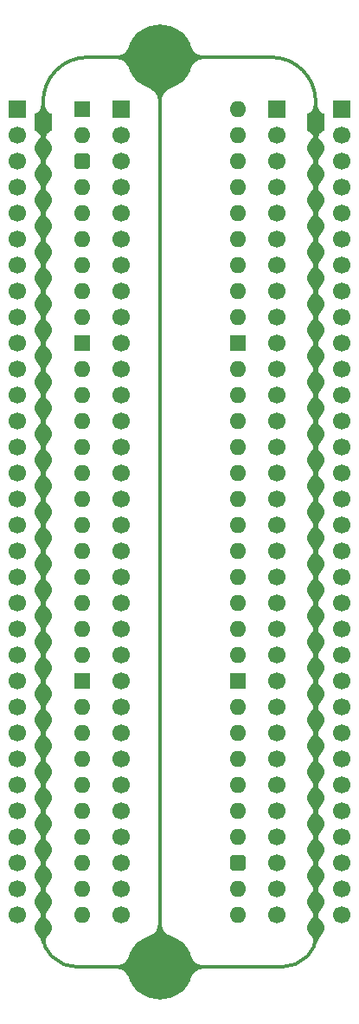
<source format=gbl>
%TF.GenerationSoftware,KiCad,Pcbnew,9.0.7-9.0.7~ubuntu24.04.1*%
%TF.CreationDate,2026-01-16T07:33:30+02:00*%
%TF.ProjectId,HCP65 Narrow Analyser,48435036-3520-44e6-9172-726f7720416e,V0*%
%TF.SameCoordinates,Original*%
%TF.FileFunction,Copper,L2,Bot*%
%TF.FilePolarity,Positive*%
%FSLAX46Y46*%
G04 Gerber Fmt 4.6, Leading zero omitted, Abs format (unit mm)*
G04 Created by KiCad (PCBNEW 9.0.7-9.0.7~ubuntu24.04.1) date 2026-01-16 07:33:30*
%MOMM*%
%LPD*%
G01*
G04 APERTURE LIST*
G04 Aperture macros list*
%AMRoundRect*
0 Rectangle with rounded corners*
0 $1 Rounding radius*
0 $2 $3 $4 $5 $6 $7 $8 $9 X,Y pos of 4 corners*
0 Add a 4 corners polygon primitive as box body*
4,1,4,$2,$3,$4,$5,$6,$7,$8,$9,$2,$3,0*
0 Add four circle primitives for the rounded corners*
1,1,$1+$1,$2,$3*
1,1,$1+$1,$4,$5*
1,1,$1+$1,$6,$7*
1,1,$1+$1,$8,$9*
0 Add four rect primitives between the rounded corners*
20,1,$1+$1,$2,$3,$4,$5,0*
20,1,$1+$1,$4,$5,$6,$7,0*
20,1,$1+$1,$6,$7,$8,$9,0*
20,1,$1+$1,$8,$9,$2,$3,0*%
G04 Aperture macros list end*
%TA.AperFunction,ComponentPad*%
%ADD10R,1.700000X1.700000*%
%TD*%
%TA.AperFunction,ComponentPad*%
%ADD11C,1.700000*%
%TD*%
%TA.AperFunction,ComponentPad*%
%ADD12R,1.600000X1.600000*%
%TD*%
%TA.AperFunction,ComponentPad*%
%ADD13O,1.600000X1.600000*%
%TD*%
%TA.AperFunction,ComponentPad*%
%ADD14RoundRect,0.400000X-0.400000X-0.400000X0.400000X-0.400000X0.400000X0.400000X-0.400000X0.400000X0*%
%TD*%
%TA.AperFunction,ComponentPad*%
%ADD15C,6.400000*%
%TD*%
%TA.AperFunction,Conductor*%
%ADD16C,0.380000*%
%TD*%
G04 APERTURE END LIST*
D10*
%TO.P,J6,1,Pin_1*%
%TO.N,/GND*%
X-3810000Y-1270000D03*
D11*
%TO.P,J6,2,Pin_2*%
X-3810000Y-3810000D03*
%TO.P,J6,3,Pin_3*%
X-3810000Y-6350000D03*
%TO.P,J6,4,Pin_4*%
X-3810000Y-8890000D03*
%TO.P,J6,5,Pin_5*%
X-3810000Y-11430000D03*
%TO.P,J6,6,Pin_6*%
X-3810000Y-13970000D03*
%TO.P,J6,7,Pin_7*%
X-3810000Y-16510000D03*
%TO.P,J6,8,Pin_8*%
X-3810000Y-19050000D03*
%TO.P,J6,9,Pin_9*%
X-3810000Y-21590000D03*
%TO.P,J6,10,Pin_10*%
X-3810000Y-24130000D03*
%TO.P,J6,11,Pin_11*%
X-3810000Y-26670000D03*
%TO.P,J6,12,Pin_12*%
X-3810000Y-29210000D03*
%TO.P,J6,13,Pin_13*%
X-3810000Y-31750000D03*
%TO.P,J6,14,Pin_14*%
X-3810000Y-34290000D03*
%TO.P,J6,15,Pin_15*%
X-3810000Y-36830000D03*
%TO.P,J6,16,Pin_16*%
X-3810000Y-39370000D03*
%TO.P,J6,17,Pin_17*%
X-3810000Y-41910000D03*
%TO.P,J6,18,Pin_18*%
X-3810000Y-44450000D03*
%TO.P,J6,19,Pin_19*%
X-3810000Y-46990000D03*
%TO.P,J6,20,Pin_20*%
X-3810000Y-49530000D03*
%TO.P,J6,21,Pin_21*%
X-3810000Y-52070000D03*
%TO.P,J6,22,Pin_22*%
X-3810000Y-54610000D03*
%TO.P,J6,23,Pin_23*%
X-3810000Y-57150000D03*
%TO.P,J6,24,Pin_24*%
X-3810000Y-59690000D03*
%TO.P,J6,25,Pin_25*%
X-3810000Y-62230000D03*
%TO.P,J6,26,Pin_26*%
X-3810000Y-64770000D03*
%TO.P,J6,27,Pin_27*%
X-3810000Y-67310000D03*
%TO.P,J6,28,Pin_28*%
X-3810000Y-69850000D03*
%TO.P,J6,29,Pin_29*%
X-3810000Y-72390000D03*
%TO.P,J6,30,Pin_30*%
X-3810000Y-74930000D03*
%TO.P,J6,31,Pin_31*%
X-3810000Y-77470000D03*
%TO.P,J6,32,Pin_32*%
X-3810000Y-80010000D03*
%TD*%
D10*
%TO.P,J7,1,Pin_1*%
%TO.N,/GND*%
X22860000Y-1270000D03*
D11*
%TO.P,J7,2,Pin_2*%
X22860000Y-3810000D03*
%TO.P,J7,3,Pin_3*%
X22860000Y-6350000D03*
%TO.P,J7,4,Pin_4*%
X22860000Y-8890000D03*
%TO.P,J7,5,Pin_5*%
X22860000Y-11430000D03*
%TO.P,J7,6,Pin_6*%
X22860000Y-13970000D03*
%TO.P,J7,7,Pin_7*%
X22860000Y-16510000D03*
%TO.P,J7,8,Pin_8*%
X22860000Y-19050000D03*
%TO.P,J7,9,Pin_9*%
X22860000Y-21590000D03*
%TO.P,J7,10,Pin_10*%
X22860000Y-24130000D03*
%TO.P,J7,11,Pin_11*%
X22860000Y-26670000D03*
%TO.P,J7,12,Pin_12*%
X22860000Y-29210000D03*
%TO.P,J7,13,Pin_13*%
X22860000Y-31750000D03*
%TO.P,J7,14,Pin_14*%
X22860000Y-34290000D03*
%TO.P,J7,15,Pin_15*%
X22860000Y-36830000D03*
%TO.P,J7,16,Pin_16*%
X22860000Y-39370000D03*
%TO.P,J7,17,Pin_17*%
X22860000Y-41910000D03*
%TO.P,J7,18,Pin_18*%
X22860000Y-44450000D03*
%TO.P,J7,19,Pin_19*%
X22860000Y-46990000D03*
%TO.P,J7,20,Pin_20*%
X22860000Y-49530000D03*
%TO.P,J7,21,Pin_21*%
X22860000Y-52070000D03*
%TO.P,J7,22,Pin_22*%
X22860000Y-54610000D03*
%TO.P,J7,23,Pin_23*%
X22860000Y-57150000D03*
%TO.P,J7,24,Pin_24*%
X22860000Y-59690000D03*
%TO.P,J7,25,Pin_25*%
X22860000Y-62230000D03*
%TO.P,J7,26,Pin_26*%
X22860000Y-64770000D03*
%TO.P,J7,27,Pin_27*%
X22860000Y-67310000D03*
%TO.P,J7,28,Pin_28*%
X22860000Y-69850000D03*
%TO.P,J7,29,Pin_29*%
X22860000Y-72390000D03*
%TO.P,J7,30,Pin_30*%
X22860000Y-74930000D03*
%TO.P,J7,31,Pin_31*%
X22860000Y-77470000D03*
%TO.P,J7,32,Pin_32*%
X22860000Y-80010000D03*
%TD*%
D12*
%TO.P,J1,1*%
%TO.N,Net-(J4-Pin_1)*%
X0Y0D03*
D13*
%TO.P,J1,2*%
%TO.N,Net-(J4-Pin_2)*%
X0Y-2540000D03*
D14*
%TO.P,J1,3*%
%TO.N,Net-(J4-Pin_3)*%
X0Y-5080000D03*
D13*
%TO.P,J1,4*%
%TO.N,Net-(J4-Pin_4)*%
X0Y-7620000D03*
%TO.P,J1,5*%
%TO.N,Net-(J4-Pin_5)*%
X0Y-10160000D03*
%TO.P,J1,6*%
%TO.N,Net-(J4-Pin_6)*%
X0Y-12700000D03*
%TO.P,J1,7*%
%TO.N,Net-(J4-Pin_7)*%
X0Y-15240000D03*
%TO.P,J1,8*%
%TO.N,Net-(J4-Pin_8)*%
X0Y-17780000D03*
%TO.P,J1,9*%
%TO.N,Net-(J4-Pin_9)*%
X0Y-20320000D03*
D12*
%TO.P,J1,10*%
%TO.N,Net-(J4-Pin_10)*%
X0Y-22860000D03*
D13*
%TO.P,J1,11*%
%TO.N,Net-(J4-Pin_11)*%
X0Y-25400000D03*
%TO.P,J1,12*%
%TO.N,Net-(J4-Pin_12)*%
X0Y-27940000D03*
%TO.P,J1,13*%
%TO.N,Net-(J4-Pin_13)*%
X0Y-30480000D03*
%TO.P,J1,14*%
%TO.N,Net-(J4-Pin_14)*%
X0Y-33020000D03*
%TO.P,J1,15*%
%TO.N,Net-(J4-Pin_15)*%
X0Y-35560000D03*
%TO.P,J1,16*%
%TO.N,Net-(J4-Pin_16)*%
X0Y-38100000D03*
%TO.P,J1,17*%
%TO.N,Net-(J4-Pin_17)*%
X0Y-40640000D03*
%TO.P,J1,18*%
%TO.N,Net-(J4-Pin_18)*%
X0Y-43180000D03*
%TO.P,J1,19*%
%TO.N,Net-(J4-Pin_19)*%
X0Y-45720000D03*
%TO.P,J1,20*%
%TO.N,Net-(J4-Pin_20)*%
X0Y-48260000D03*
%TO.P,J1,21*%
%TO.N,Net-(J4-Pin_21)*%
X0Y-50800000D03*
%TO.P,J1,22*%
%TO.N,Net-(J4-Pin_22)*%
X0Y-53340000D03*
D12*
%TO.P,J1,23*%
%TO.N,Net-(J4-Pin_23)*%
X0Y-55880000D03*
D13*
%TO.P,J1,24*%
%TO.N,Net-(J4-Pin_24)*%
X0Y-58420000D03*
%TO.P,J1,25*%
%TO.N,Net-(J4-Pin_25)*%
X0Y-60960000D03*
%TO.P,J1,26*%
%TO.N,Net-(J4-Pin_26)*%
X0Y-63500000D03*
%TO.P,J1,27*%
%TO.N,Net-(J4-Pin_27)*%
X0Y-66040000D03*
%TO.P,J1,28*%
%TO.N,Net-(J4-Pin_28)*%
X0Y-68580000D03*
%TO.P,J1,29*%
%TO.N,Net-(J4-Pin_29)*%
X0Y-71120000D03*
%TO.P,J1,30*%
%TO.N,Net-(J4-Pin_30)*%
X0Y-73660000D03*
%TO.P,J1,31*%
%TO.N,Net-(J4-Pin_31)*%
X0Y-76200000D03*
%TO.P,J1,32*%
%TO.N,Net-(J4-Pin_32)*%
X0Y-78740000D03*
%TO.P,J1,33*%
%TO.N,Net-(J2-Pin_32)*%
X15240000Y-78740000D03*
%TO.P,J1,34*%
%TO.N,Net-(J2-Pin_31)*%
X15240000Y-76200000D03*
D14*
%TO.P,J1,35*%
%TO.N,Net-(J2-Pin_30)*%
X15240000Y-73660000D03*
D13*
%TO.P,J1,36*%
%TO.N,Net-(J2-Pin_29)*%
X15240000Y-71120000D03*
%TO.P,J1,37*%
%TO.N,Net-(J2-Pin_28)*%
X15240000Y-68580000D03*
%TO.P,J1,38*%
%TO.N,Net-(J2-Pin_27)*%
X15240000Y-66040000D03*
%TO.P,J1,39*%
%TO.N,Net-(J2-Pin_26)*%
X15240000Y-63500000D03*
%TO.P,J1,40*%
%TO.N,Net-(J2-Pin_25)*%
X15240000Y-60960000D03*
%TO.P,J1,41*%
%TO.N,Net-(J2-Pin_24)*%
X15240000Y-58420000D03*
D12*
%TO.P,J1,42*%
%TO.N,Net-(J2-Pin_23)*%
X15240000Y-55880000D03*
D13*
%TO.P,J1,43*%
%TO.N,Net-(J2-Pin_22)*%
X15240000Y-53340000D03*
%TO.P,J1,44*%
%TO.N,Net-(J2-Pin_21)*%
X15240000Y-50800000D03*
%TO.P,J1,45*%
%TO.N,Net-(J2-Pin_20)*%
X15240000Y-48260000D03*
%TO.P,J1,46*%
%TO.N,Net-(J2-Pin_19)*%
X15240000Y-45720000D03*
%TO.P,J1,47*%
%TO.N,Net-(J2-Pin_18)*%
X15240000Y-43180000D03*
%TO.P,J1,48*%
%TO.N,Net-(J2-Pin_17)*%
X15240000Y-40640000D03*
%TO.P,J1,49*%
%TO.N,Net-(J2-Pin_16)*%
X15240000Y-38100000D03*
%TO.P,J1,50*%
%TO.N,Net-(J2-Pin_15)*%
X15240000Y-35560000D03*
%TO.P,J1,51*%
%TO.N,Net-(J2-Pin_14)*%
X15240000Y-33020000D03*
%TO.P,J1,52*%
%TO.N,Net-(J2-Pin_13)*%
X15240000Y-30480000D03*
%TO.P,J1,53*%
%TO.N,Net-(J2-Pin_12)*%
X15240000Y-27940000D03*
%TO.P,J1,54*%
%TO.N,Net-(J2-Pin_11)*%
X15240000Y-25400000D03*
D12*
%TO.P,J1,55*%
%TO.N,Net-(J2-Pin_10)*%
X15240000Y-22860000D03*
D13*
%TO.P,J1,56*%
%TO.N,Net-(J2-Pin_9)*%
X15240000Y-20320000D03*
%TO.P,J1,57*%
%TO.N,Net-(J2-Pin_8)*%
X15240000Y-17780000D03*
%TO.P,J1,58*%
%TO.N,Net-(J2-Pin_7)*%
X15240000Y-15240000D03*
%TO.P,J1,59*%
%TO.N,Net-(J2-Pin_6)*%
X15240000Y-12700000D03*
%TO.P,J1,60*%
%TO.N,Net-(J2-Pin_5)*%
X15240000Y-10160000D03*
%TO.P,J1,61*%
%TO.N,Net-(J2-Pin_4)*%
X15240000Y-7620000D03*
%TO.P,J1,62*%
%TO.N,Net-(J2-Pin_3)*%
X15240000Y-5080000D03*
%TO.P,J1,63*%
%TO.N,Net-(J2-Pin_2)*%
X15240000Y-2540000D03*
%TO.P,J1,64*%
%TO.N,Net-(J2-Pin_1)*%
X15240000Y0D03*
%TD*%
D15*
%TO.P,H1,1,1*%
%TO.N,/GND*%
X7620000Y5080000D03*
%TD*%
D10*
%TO.P,J3,1,Pin_1*%
%TO.N,Net-(J2-Pin_1)*%
X19050000Y0D03*
D11*
%TO.P,J3,2,Pin_2*%
%TO.N,Net-(J2-Pin_2)*%
X19050000Y-2540000D03*
%TO.P,J3,3,Pin_3*%
%TO.N,Net-(J2-Pin_3)*%
X19050000Y-5080000D03*
%TO.P,J3,4,Pin_4*%
%TO.N,Net-(J2-Pin_4)*%
X19050000Y-7620000D03*
%TO.P,J3,5,Pin_5*%
%TO.N,Net-(J2-Pin_5)*%
X19050000Y-10160000D03*
%TO.P,J3,6,Pin_6*%
%TO.N,Net-(J2-Pin_6)*%
X19050000Y-12700000D03*
%TO.P,J3,7,Pin_7*%
%TO.N,Net-(J2-Pin_7)*%
X19050000Y-15240000D03*
%TO.P,J3,8,Pin_8*%
%TO.N,Net-(J2-Pin_8)*%
X19050000Y-17780000D03*
%TO.P,J3,9,Pin_9*%
%TO.N,Net-(J2-Pin_9)*%
X19050000Y-20320000D03*
%TO.P,J3,10,Pin_10*%
%TO.N,Net-(J2-Pin_10)*%
X19050000Y-22860000D03*
%TO.P,J3,11,Pin_11*%
%TO.N,Net-(J2-Pin_11)*%
X19050000Y-25400000D03*
%TO.P,J3,12,Pin_12*%
%TO.N,Net-(J2-Pin_12)*%
X19050000Y-27940000D03*
%TO.P,J3,13,Pin_13*%
%TO.N,Net-(J2-Pin_13)*%
X19050000Y-30480000D03*
%TO.P,J3,14,Pin_14*%
%TO.N,Net-(J2-Pin_14)*%
X19050000Y-33020000D03*
%TO.P,J3,15,Pin_15*%
%TO.N,Net-(J2-Pin_15)*%
X19050000Y-35560000D03*
%TO.P,J3,16,Pin_16*%
%TO.N,Net-(J2-Pin_16)*%
X19050000Y-38100000D03*
%TO.P,J3,17,Pin_17*%
%TO.N,Net-(J2-Pin_17)*%
X19050000Y-40640000D03*
%TO.P,J3,18,Pin_18*%
%TO.N,Net-(J2-Pin_18)*%
X19050000Y-43180000D03*
%TO.P,J3,19,Pin_19*%
%TO.N,Net-(J2-Pin_19)*%
X19050000Y-45720000D03*
%TO.P,J3,20,Pin_20*%
%TO.N,Net-(J2-Pin_20)*%
X19050000Y-48260000D03*
%TO.P,J3,21,Pin_21*%
%TO.N,Net-(J2-Pin_21)*%
X19050000Y-50800000D03*
%TO.P,J3,22,Pin_22*%
%TO.N,Net-(J2-Pin_22)*%
X19050000Y-53340000D03*
%TO.P,J3,23,Pin_23*%
%TO.N,Net-(J2-Pin_23)*%
X19050000Y-55880000D03*
%TO.P,J3,24,Pin_24*%
%TO.N,Net-(J2-Pin_24)*%
X19050000Y-58420000D03*
%TO.P,J3,25,Pin_25*%
%TO.N,Net-(J2-Pin_25)*%
X19050000Y-60960000D03*
%TO.P,J3,26,Pin_26*%
%TO.N,Net-(J2-Pin_26)*%
X19050000Y-63500000D03*
%TO.P,J3,27,Pin_27*%
%TO.N,Net-(J2-Pin_27)*%
X19050000Y-66040000D03*
%TO.P,J3,28,Pin_28*%
%TO.N,Net-(J2-Pin_28)*%
X19050000Y-68580000D03*
%TO.P,J3,29,Pin_29*%
%TO.N,Net-(J2-Pin_29)*%
X19050000Y-71120000D03*
%TO.P,J3,30,Pin_30*%
%TO.N,Net-(J2-Pin_30)*%
X19050000Y-73660000D03*
%TO.P,J3,31,Pin_31*%
%TO.N,Net-(J2-Pin_31)*%
X19050000Y-76200000D03*
%TO.P,J3,32,Pin_32*%
%TO.N,Net-(J2-Pin_32)*%
X19050000Y-78740000D03*
%TD*%
D10*
%TO.P,J5,1,Pin_1*%
%TO.N,Net-(J4-Pin_1)*%
X-6350000Y0D03*
D11*
%TO.P,J5,2,Pin_2*%
%TO.N,Net-(J4-Pin_2)*%
X-6350000Y-2540000D03*
%TO.P,J5,3,Pin_3*%
%TO.N,Net-(J4-Pin_3)*%
X-6350000Y-5080000D03*
%TO.P,J5,4,Pin_4*%
%TO.N,Net-(J4-Pin_4)*%
X-6350000Y-7620000D03*
%TO.P,J5,5,Pin_5*%
%TO.N,Net-(J4-Pin_5)*%
X-6350000Y-10160000D03*
%TO.P,J5,6,Pin_6*%
%TO.N,Net-(J4-Pin_6)*%
X-6350000Y-12700000D03*
%TO.P,J5,7,Pin_7*%
%TO.N,Net-(J4-Pin_7)*%
X-6350000Y-15240000D03*
%TO.P,J5,8,Pin_8*%
%TO.N,Net-(J4-Pin_8)*%
X-6350000Y-17780000D03*
%TO.P,J5,9,Pin_9*%
%TO.N,Net-(J4-Pin_9)*%
X-6350000Y-20320000D03*
%TO.P,J5,10,Pin_10*%
%TO.N,Net-(J4-Pin_10)*%
X-6350000Y-22860000D03*
%TO.P,J5,11,Pin_11*%
%TO.N,Net-(J4-Pin_11)*%
X-6350000Y-25400000D03*
%TO.P,J5,12,Pin_12*%
%TO.N,Net-(J4-Pin_12)*%
X-6350000Y-27940000D03*
%TO.P,J5,13,Pin_13*%
%TO.N,Net-(J4-Pin_13)*%
X-6350000Y-30480000D03*
%TO.P,J5,14,Pin_14*%
%TO.N,Net-(J4-Pin_14)*%
X-6350000Y-33020000D03*
%TO.P,J5,15,Pin_15*%
%TO.N,Net-(J4-Pin_15)*%
X-6350000Y-35560000D03*
%TO.P,J5,16,Pin_16*%
%TO.N,Net-(J4-Pin_16)*%
X-6350000Y-38100000D03*
%TO.P,J5,17,Pin_17*%
%TO.N,Net-(J4-Pin_17)*%
X-6350000Y-40640000D03*
%TO.P,J5,18,Pin_18*%
%TO.N,Net-(J4-Pin_18)*%
X-6350000Y-43180000D03*
%TO.P,J5,19,Pin_19*%
%TO.N,Net-(J4-Pin_19)*%
X-6350000Y-45720000D03*
%TO.P,J5,20,Pin_20*%
%TO.N,Net-(J4-Pin_20)*%
X-6350000Y-48260000D03*
%TO.P,J5,21,Pin_21*%
%TO.N,Net-(J4-Pin_21)*%
X-6350000Y-50800000D03*
%TO.P,J5,22,Pin_22*%
%TO.N,Net-(J4-Pin_22)*%
X-6350000Y-53340000D03*
%TO.P,J5,23,Pin_23*%
%TO.N,Net-(J4-Pin_23)*%
X-6350000Y-55880000D03*
%TO.P,J5,24,Pin_24*%
%TO.N,Net-(J4-Pin_24)*%
X-6350000Y-58420000D03*
%TO.P,J5,25,Pin_25*%
%TO.N,Net-(J4-Pin_25)*%
X-6350000Y-60960000D03*
%TO.P,J5,26,Pin_26*%
%TO.N,Net-(J4-Pin_26)*%
X-6350000Y-63500000D03*
%TO.P,J5,27,Pin_27*%
%TO.N,Net-(J4-Pin_27)*%
X-6350000Y-66040000D03*
%TO.P,J5,28,Pin_28*%
%TO.N,Net-(J4-Pin_28)*%
X-6350000Y-68580000D03*
%TO.P,J5,29,Pin_29*%
%TO.N,Net-(J4-Pin_29)*%
X-6350000Y-71120000D03*
%TO.P,J5,30,Pin_30*%
%TO.N,Net-(J4-Pin_30)*%
X-6350000Y-73660000D03*
%TO.P,J5,31,Pin_31*%
%TO.N,Net-(J4-Pin_31)*%
X-6350000Y-76200000D03*
%TO.P,J5,32,Pin_32*%
%TO.N,Net-(J4-Pin_32)*%
X-6350000Y-78740000D03*
%TD*%
D15*
%TO.P,H2,1,1*%
%TO.N,/GND*%
X7620000Y-83820000D03*
%TD*%
D10*
%TO.P,J4,1,Pin_1*%
%TO.N,Net-(J4-Pin_1)*%
X3810000Y0D03*
D11*
%TO.P,J4,2,Pin_2*%
%TO.N,Net-(J4-Pin_2)*%
X3810000Y-2540000D03*
%TO.P,J4,3,Pin_3*%
%TO.N,Net-(J4-Pin_3)*%
X3810000Y-5080000D03*
%TO.P,J4,4,Pin_4*%
%TO.N,Net-(J4-Pin_4)*%
X3810000Y-7620000D03*
%TO.P,J4,5,Pin_5*%
%TO.N,Net-(J4-Pin_5)*%
X3810000Y-10160000D03*
%TO.P,J4,6,Pin_6*%
%TO.N,Net-(J4-Pin_6)*%
X3810000Y-12700000D03*
%TO.P,J4,7,Pin_7*%
%TO.N,Net-(J4-Pin_7)*%
X3810000Y-15240000D03*
%TO.P,J4,8,Pin_8*%
%TO.N,Net-(J4-Pin_8)*%
X3810000Y-17780000D03*
%TO.P,J4,9,Pin_9*%
%TO.N,Net-(J4-Pin_9)*%
X3810000Y-20320000D03*
%TO.P,J4,10,Pin_10*%
%TO.N,Net-(J4-Pin_10)*%
X3810000Y-22860000D03*
%TO.P,J4,11,Pin_11*%
%TO.N,Net-(J4-Pin_11)*%
X3810000Y-25400000D03*
%TO.P,J4,12,Pin_12*%
%TO.N,Net-(J4-Pin_12)*%
X3810000Y-27940000D03*
%TO.P,J4,13,Pin_13*%
%TO.N,Net-(J4-Pin_13)*%
X3810000Y-30480000D03*
%TO.P,J4,14,Pin_14*%
%TO.N,Net-(J4-Pin_14)*%
X3810000Y-33020000D03*
%TO.P,J4,15,Pin_15*%
%TO.N,Net-(J4-Pin_15)*%
X3810000Y-35560000D03*
%TO.P,J4,16,Pin_16*%
%TO.N,Net-(J4-Pin_16)*%
X3810000Y-38100000D03*
%TO.P,J4,17,Pin_17*%
%TO.N,Net-(J4-Pin_17)*%
X3810000Y-40640000D03*
%TO.P,J4,18,Pin_18*%
%TO.N,Net-(J4-Pin_18)*%
X3810000Y-43180000D03*
%TO.P,J4,19,Pin_19*%
%TO.N,Net-(J4-Pin_19)*%
X3810000Y-45720000D03*
%TO.P,J4,20,Pin_20*%
%TO.N,Net-(J4-Pin_20)*%
X3810000Y-48260000D03*
%TO.P,J4,21,Pin_21*%
%TO.N,Net-(J4-Pin_21)*%
X3810000Y-50800000D03*
%TO.P,J4,22,Pin_22*%
%TO.N,Net-(J4-Pin_22)*%
X3810000Y-53340000D03*
%TO.P,J4,23,Pin_23*%
%TO.N,Net-(J4-Pin_23)*%
X3810000Y-55880000D03*
%TO.P,J4,24,Pin_24*%
%TO.N,Net-(J4-Pin_24)*%
X3810000Y-58420000D03*
%TO.P,J4,25,Pin_25*%
%TO.N,Net-(J4-Pin_25)*%
X3810000Y-60960000D03*
%TO.P,J4,26,Pin_26*%
%TO.N,Net-(J4-Pin_26)*%
X3810000Y-63500000D03*
%TO.P,J4,27,Pin_27*%
%TO.N,Net-(J4-Pin_27)*%
X3810000Y-66040000D03*
%TO.P,J4,28,Pin_28*%
%TO.N,Net-(J4-Pin_28)*%
X3810000Y-68580000D03*
%TO.P,J4,29,Pin_29*%
%TO.N,Net-(J4-Pin_29)*%
X3810000Y-71120000D03*
%TO.P,J4,30,Pin_30*%
%TO.N,Net-(J4-Pin_30)*%
X3810000Y-73660000D03*
%TO.P,J4,31,Pin_31*%
%TO.N,Net-(J4-Pin_31)*%
X3810000Y-76200000D03*
%TO.P,J4,32,Pin_32*%
%TO.N,Net-(J4-Pin_32)*%
X3810000Y-78740000D03*
%TD*%
D10*
%TO.P,J2,1,Pin_1*%
%TO.N,Net-(J2-Pin_1)*%
X25400000Y0D03*
D11*
%TO.P,J2,2,Pin_2*%
%TO.N,Net-(J2-Pin_2)*%
X25400000Y-2540000D03*
%TO.P,J2,3,Pin_3*%
%TO.N,Net-(J2-Pin_3)*%
X25400000Y-5080000D03*
%TO.P,J2,4,Pin_4*%
%TO.N,Net-(J2-Pin_4)*%
X25400000Y-7620000D03*
%TO.P,J2,5,Pin_5*%
%TO.N,Net-(J2-Pin_5)*%
X25400000Y-10160000D03*
%TO.P,J2,6,Pin_6*%
%TO.N,Net-(J2-Pin_6)*%
X25400000Y-12700000D03*
%TO.P,J2,7,Pin_7*%
%TO.N,Net-(J2-Pin_7)*%
X25400000Y-15240000D03*
%TO.P,J2,8,Pin_8*%
%TO.N,Net-(J2-Pin_8)*%
X25400000Y-17780000D03*
%TO.P,J2,9,Pin_9*%
%TO.N,Net-(J2-Pin_9)*%
X25400000Y-20320000D03*
%TO.P,J2,10,Pin_10*%
%TO.N,Net-(J2-Pin_10)*%
X25400000Y-22860000D03*
%TO.P,J2,11,Pin_11*%
%TO.N,Net-(J2-Pin_11)*%
X25400000Y-25400000D03*
%TO.P,J2,12,Pin_12*%
%TO.N,Net-(J2-Pin_12)*%
X25400000Y-27940000D03*
%TO.P,J2,13,Pin_13*%
%TO.N,Net-(J2-Pin_13)*%
X25400000Y-30480000D03*
%TO.P,J2,14,Pin_14*%
%TO.N,Net-(J2-Pin_14)*%
X25400000Y-33020000D03*
%TO.P,J2,15,Pin_15*%
%TO.N,Net-(J2-Pin_15)*%
X25400000Y-35560000D03*
%TO.P,J2,16,Pin_16*%
%TO.N,Net-(J2-Pin_16)*%
X25400000Y-38100000D03*
%TO.P,J2,17,Pin_17*%
%TO.N,Net-(J2-Pin_17)*%
X25400000Y-40640000D03*
%TO.P,J2,18,Pin_18*%
%TO.N,Net-(J2-Pin_18)*%
X25400000Y-43180000D03*
%TO.P,J2,19,Pin_19*%
%TO.N,Net-(J2-Pin_19)*%
X25400000Y-45720000D03*
%TO.P,J2,20,Pin_20*%
%TO.N,Net-(J2-Pin_20)*%
X25400000Y-48260000D03*
%TO.P,J2,21,Pin_21*%
%TO.N,Net-(J2-Pin_21)*%
X25400000Y-50800000D03*
%TO.P,J2,22,Pin_22*%
%TO.N,Net-(J2-Pin_22)*%
X25400000Y-53340000D03*
%TO.P,J2,23,Pin_23*%
%TO.N,Net-(J2-Pin_23)*%
X25400000Y-55880000D03*
%TO.P,J2,24,Pin_24*%
%TO.N,Net-(J2-Pin_24)*%
X25400000Y-58420000D03*
%TO.P,J2,25,Pin_25*%
%TO.N,Net-(J2-Pin_25)*%
X25400000Y-60960000D03*
%TO.P,J2,26,Pin_26*%
%TO.N,Net-(J2-Pin_26)*%
X25400000Y-63500000D03*
%TO.P,J2,27,Pin_27*%
%TO.N,Net-(J2-Pin_27)*%
X25400000Y-66040000D03*
%TO.P,J2,28,Pin_28*%
%TO.N,Net-(J2-Pin_28)*%
X25400000Y-68580000D03*
%TO.P,J2,29,Pin_29*%
%TO.N,Net-(J2-Pin_29)*%
X25400000Y-71120000D03*
%TO.P,J2,30,Pin_30*%
%TO.N,Net-(J2-Pin_30)*%
X25400000Y-73660000D03*
%TO.P,J2,31,Pin_31*%
%TO.N,Net-(J2-Pin_31)*%
X25400000Y-76200000D03*
%TO.P,J2,32,Pin_32*%
%TO.N,Net-(J2-Pin_32)*%
X25400000Y-78740000D03*
%TD*%
D16*
%TO.N,/GND*%
X526051Y5080000D02*
G75*
G03*
X-2540000Y3810000I5J-4336063D01*
G01*
X-3810000Y-80962500D02*
G75*
G03*
X-3136480Y-82588519I2299547J4D01*
G01*
X-2857500Y-82867500D02*
G75*
G03*
X-557961Y-83820000I2299541J2299546D01*
G01*
X21590000Y3810000D02*
G75*
G03*
X18523948Y5080004I-3066060J-3066060D01*
G01*
X22860000Y-80962500D02*
G75*
G02*
X22186473Y-82588512I-2299500J0D01*
G01*
X-2540000Y3810000D02*
G75*
G03*
X-3810004Y743948I3066060J-3066060D01*
G01*
X21590000Y3810000D02*
G75*
G02*
X22860004Y743948I-3066060J-3066060D01*
G01*
X21907500Y-82867500D02*
G75*
G02*
X19607961Y-83819984I-2299500J2299500D01*
G01*
X22860000Y-80962500D02*
X22860000Y-80010000D01*
X7620000Y-83820000D02*
X19607961Y-83820000D01*
X22186480Y-82588519D02*
X21907500Y-82867500D01*
X-3810000Y-80962500D02*
X-3810000Y-80010000D01*
X-3136480Y-82588519D02*
X-2857500Y-82867500D01*
X-557961Y-83820000D02*
X7620000Y-83820000D01*
X22860000Y-3810000D02*
X22860000Y-1270000D01*
X-3810000Y-31750000D02*
X-3810000Y-29210000D01*
X-3810000Y-21590000D02*
X-3810000Y-24130000D01*
X22860000Y-26670000D02*
X22860000Y-29210000D01*
X22860000Y-36830000D02*
X22860000Y-34290000D01*
X-3810000Y-72390000D02*
X-3810000Y-69850000D01*
X22860000Y-69850000D02*
X22860000Y-67310000D01*
X-3810000Y-11430000D02*
X-3810000Y-8890000D01*
X22860000Y-36830000D02*
X22860000Y-39370000D01*
X-3810000Y-62230000D02*
X-3810000Y-59690000D01*
X-3810000Y-46990000D02*
X-3810000Y-49530000D01*
X-3810000Y-39370000D02*
X-3810000Y-36830000D01*
X22860000Y-77470000D02*
X22860000Y-80010000D01*
X-3810000Y-36830000D02*
X-3810000Y-34290000D01*
X22860000Y-57150000D02*
X22860000Y-59690000D01*
X-3810000Y-39370000D02*
X-3810000Y-41910000D01*
X22860000Y-57150000D02*
X22860000Y-54610000D01*
X-3810000Y-31750000D02*
X-3810000Y-34290000D01*
X-3810000Y-21590000D02*
X-3810000Y-19050000D01*
X22860000Y-19050000D02*
X22860000Y-16510000D01*
X22860000Y-41910000D02*
X22860000Y-44450000D01*
X-3810000Y-80010000D02*
X-3810000Y-77470000D01*
X22860000Y-41910000D02*
X22860000Y-39370000D01*
X-3810000Y-3810000D02*
X-3810000Y-6350000D01*
X-3810000Y-74930000D02*
X-3810000Y-72390000D01*
X-3810000Y-29210000D02*
X-3810000Y-26670000D01*
X22860000Y-31750000D02*
X22860000Y-29210000D01*
X22860000Y-62230000D02*
X22860000Y-64770000D01*
X22860000Y-11430000D02*
X22860000Y-8890000D01*
X22860000Y-31750000D02*
X22860000Y-34290000D01*
X-3810000Y-59690000D02*
X-3810000Y-57150000D01*
X-3810000Y-3810000D02*
X-3810000Y-1270000D01*
X-3810000Y-62230000D02*
X-3810000Y-64770000D01*
X-3810000Y-16510000D02*
X-3810000Y-19050000D01*
X22860000Y-49530000D02*
X22860000Y-52070000D01*
X526051Y5080000D02*
X7620000Y5080000D01*
X22860000Y-74930000D02*
X22860000Y-72390000D01*
X-3810000Y-44450000D02*
X-3810000Y-41910000D01*
X-3810000Y-16510000D02*
X-3810000Y-13970000D01*
X22860000Y-54610000D02*
X22860000Y-52070000D01*
X7620000Y5080000D02*
X7620000Y-83820000D01*
X-3810000Y-74930000D02*
X-3810000Y-77470000D01*
X22860000Y-67310000D02*
X22860000Y-64770000D01*
X22860000Y-49530000D02*
X22860000Y-46990000D01*
X22860000Y-77470000D02*
X22860000Y-74930000D01*
X22860000Y-69850000D02*
X22860000Y-72390000D01*
X22860000Y-8890000D02*
X22860000Y-6350000D01*
X22860000Y-24130000D02*
X22860000Y-21590000D01*
X-3810000Y-8890000D02*
X-3810000Y-6350000D01*
X22860000Y-16510000D02*
X22860000Y-13970000D01*
X-3810000Y-24130000D02*
X-3810000Y-26670000D01*
X-3810000Y-52070000D02*
X-3810000Y-49530000D01*
X22860000Y-19050000D02*
X22860000Y-21590000D01*
X-3810000Y-11430000D02*
X-3810000Y-13970000D01*
X22860000Y-62230000D02*
X22860000Y-59690000D01*
X-3810000Y-1270000D02*
X-3810000Y743948D01*
X22860000Y-46990000D02*
X22860000Y-44450000D01*
X-3810000Y-67310000D02*
X-3810000Y-69850000D01*
X22860000Y-26670000D02*
X22860000Y-24130000D01*
X22860000Y-3810000D02*
X22860000Y-6350000D01*
X-3810000Y-46990000D02*
X-3810000Y-44450000D01*
X22860000Y-1270000D02*
X22860000Y743948D01*
X-3810000Y-54610000D02*
X-3810000Y-52070000D01*
X22860000Y-11430000D02*
X22860000Y-13970000D01*
X-3810000Y-54610000D02*
X-3810000Y-57150000D01*
X18523948Y5080000D02*
X7620000Y5080000D01*
X-3810000Y-67310000D02*
X-3810000Y-64770000D01*
%TD*%
%TA.AperFunction,Conductor*%
%TO.N,/GND*%
G36*
X22866766Y-80013394D02*
G01*
X23556797Y-80475569D01*
X23561764Y-80483020D01*
X23560007Y-80491801D01*
X23559852Y-80492027D01*
X23341158Y-80802543D01*
X23341157Y-80802542D01*
X23193605Y-81014422D01*
X23193600Y-81014430D01*
X23138688Y-81110909D01*
X23087999Y-81220470D01*
X23087999Y-81220471D01*
X23026093Y-81390887D01*
X22963432Y-81605997D01*
X22957828Y-81612982D01*
X22949171Y-81614026D01*
X22603968Y-81521527D01*
X22596863Y-81516076D01*
X22595566Y-81507727D01*
X22622450Y-81384820D01*
X22633346Y-81271695D01*
X22627481Y-81175161D01*
X22606468Y-81091116D01*
X22571920Y-81015460D01*
X22525450Y-80944091D01*
X22403198Y-80797811D01*
X22313576Y-80694545D01*
X22313081Y-80693934D01*
X22160713Y-80492119D01*
X22158463Y-80483451D01*
X22163001Y-80475731D01*
X22163529Y-80475355D01*
X22853748Y-80013391D01*
X22862529Y-80011638D01*
X22866766Y-80013394D01*
G37*
%TD.AperFunction*%
%TD*%
%TA.AperFunction,Conductor*%
%TO.N,/GND*%
G36*
X10650832Y-82824244D02*
G01*
X10656590Y-82830775D01*
X10658162Y-82835200D01*
X10658163Y-82835204D01*
X10743871Y-82999390D01*
X10878250Y-83179514D01*
X11038596Y-83338439D01*
X11214303Y-83464796D01*
X11400935Y-83555857D01*
X11400940Y-83555858D01*
X11400944Y-83555860D01*
X11502344Y-83584409D01*
X11597412Y-83611176D01*
X11793950Y-83629033D01*
X11801879Y-83633194D01*
X11804591Y-83640685D01*
X11804591Y-83998806D01*
X11801164Y-84007079D01*
X11793407Y-84010495D01*
X11701869Y-84014547D01*
X11670886Y-84018869D01*
X11591275Y-84029977D01*
X11591260Y-84029980D01*
X11486712Y-84055214D01*
X11378360Y-84093049D01*
X11378351Y-84093053D01*
X11277380Y-84139859D01*
X11170997Y-84202374D01*
X11074317Y-84272258D01*
X11074315Y-84272260D01*
X11074314Y-84272261D01*
X10971847Y-84361900D01*
X10971842Y-84361904D01*
X10971841Y-84361906D01*
X10883216Y-84454790D01*
X10794374Y-84566163D01*
X10794367Y-84566172D01*
X10726054Y-84669549D01*
X10726051Y-84669553D01*
X10657238Y-84810812D01*
X10650534Y-84816749D01*
X10643057Y-84816800D01*
X7652711Y-83831112D01*
X7645927Y-83825267D01*
X7645262Y-83816337D01*
X7651107Y-83809553D01*
X7652711Y-83808888D01*
X8162999Y-83640685D01*
X10641904Y-82823579D01*
X10650832Y-82824244D01*
G37*
%TD.AperFunction*%
%TD*%
%TA.AperFunction,Conductor*%
%TO.N,/GND*%
G36*
X-3803750Y-80013390D02*
G01*
X-3113446Y-80475411D01*
X-3108478Y-80482859D01*
X-3110232Y-80491641D01*
X-3110552Y-80492095D01*
X-3233720Y-80658441D01*
X-3234241Y-80659094D01*
X-3353092Y-80797719D01*
X-3353121Y-80797733D01*
X-3353112Y-80797742D01*
X-3439568Y-80898056D01*
X-3488097Y-80968287D01*
X-3526289Y-81023558D01*
X-3571884Y-81145513D01*
X-3571884Y-81145516D01*
X-3571886Y-81145520D01*
X-3581984Y-81216791D01*
X-3582221Y-81296968D01*
X-3569845Y-81399581D01*
X-3545529Y-81507670D01*
X-3547057Y-81516492D01*
X-3553916Y-81521537D01*
X-3899150Y-81614043D01*
X-3908028Y-81612875D01*
X-3913382Y-81606112D01*
X-3996750Y-81328911D01*
X-3996758Y-81328889D01*
X-4079845Y-81128179D01*
X-4173294Y-80968291D01*
X-4173298Y-80968285D01*
X-4291009Y-80802717D01*
X-4291038Y-80802676D01*
X-4294530Y-80797719D01*
X-4313756Y-80770422D01*
X-4509850Y-80492028D01*
X-4511813Y-80483290D01*
X-4507023Y-80475725D01*
X-4506796Y-80475569D01*
X-3816766Y-80013394D01*
X-3807985Y-80011637D01*
X-3803750Y-80013390D01*
G37*
%TD.AperFunction*%
%TD*%
%TA.AperFunction,Conductor*%
%TO.N,/GND*%
G36*
X7587288Y-83808888D02*
G01*
X7594072Y-83814733D01*
X7594737Y-83823663D01*
X7588892Y-83830447D01*
X7587288Y-83831112D01*
X4598097Y-84816420D01*
X4589167Y-84815755D01*
X4583409Y-84809225D01*
X4581837Y-84804797D01*
X4496129Y-84640610D01*
X4361750Y-84460486D01*
X4201404Y-84301561D01*
X4025697Y-84175204D01*
X4025692Y-84175201D01*
X3839067Y-84084144D01*
X3839055Y-84084139D01*
X3642589Y-84028824D01*
X3642591Y-84028824D01*
X3446050Y-84010966D01*
X3438121Y-84006805D01*
X3435409Y-83999314D01*
X3435409Y-83641193D01*
X3438836Y-83632920D01*
X3446589Y-83629505D01*
X3538125Y-83625454D01*
X3648716Y-83610024D01*
X3753280Y-83584787D01*
X3861635Y-83546952D01*
X3962615Y-83500143D01*
X4068995Y-83437630D01*
X4165681Y-83367743D01*
X4268148Y-83278104D01*
X4356772Y-83185222D01*
X4445627Y-83073832D01*
X4513945Y-82970450D01*
X4582761Y-82829186D01*
X4589465Y-82823250D01*
X4596942Y-82823199D01*
X7587288Y-83808888D01*
G37*
%TD.AperFunction*%
%TD*%
%TA.AperFunction,Conductor*%
%TO.N,/GND*%
G36*
X22868266Y-1277276D02*
G01*
X23691856Y-2101835D01*
X23695278Y-2110109D01*
X23691846Y-2118380D01*
X23684387Y-2121774D01*
X23646642Y-2124390D01*
X23646638Y-2124390D01*
X23646636Y-2124391D01*
X23581302Y-2138902D01*
X23576439Y-2139982D01*
X23510360Y-2165783D01*
X23440385Y-2206046D01*
X23375879Y-2256395D01*
X23307675Y-2325659D01*
X23247154Y-2403810D01*
X23187306Y-2501148D01*
X23187299Y-2501162D01*
X23137991Y-2602786D01*
X23137984Y-2602803D01*
X23097910Y-2709353D01*
X23097909Y-2709358D01*
X23069788Y-2811762D01*
X23069786Y-2811769D01*
X23069785Y-2811777D01*
X23051281Y-2959753D01*
X23046855Y-2967536D01*
X23039672Y-2970000D01*
X22680296Y-2970000D01*
X22672023Y-2966573D01*
X22668691Y-2959788D01*
X22649061Y-2806671D01*
X22617220Y-2709357D01*
X22583465Y-2606193D01*
X22489126Y-2428050D01*
X22379775Y-2290366D01*
X22262709Y-2195021D01*
X22198765Y-2165781D01*
X22139985Y-2138902D01*
X22139986Y-2138902D01*
X22033066Y-2123354D01*
X22025372Y-2118772D01*
X22023172Y-2110092D01*
X22026471Y-2103509D01*
X22851723Y-1277286D01*
X22859993Y-1273855D01*
X22868266Y-1277276D01*
G37*
%TD.AperFunction*%
%TD*%
%TA.AperFunction,Conductor*%
%TO.N,/GND*%
G36*
X23046857Y-2129760D02*
G01*
X23050280Y-2137746D01*
X23054253Y-2299450D01*
X23054255Y-2299471D01*
X23067246Y-2442654D01*
X23067247Y-2442668D01*
X23089319Y-2562324D01*
X23089322Y-2562334D01*
X23120819Y-2664867D01*
X23120822Y-2664874D01*
X23162084Y-2756685D01*
X23213455Y-2844172D01*
X23213468Y-2844192D01*
X23347918Y-3031826D01*
X23347921Y-3031836D01*
X23347924Y-3031835D01*
X23559728Y-3327949D01*
X23561754Y-3336672D01*
X23557019Y-3344272D01*
X23556722Y-3344478D01*
X22866510Y-3806640D01*
X22857729Y-3808395D01*
X22853490Y-3806640D01*
X22163277Y-3344478D01*
X22158310Y-3337027D01*
X22160065Y-3328246D01*
X22160233Y-3328003D01*
X22372077Y-3031834D01*
X22521062Y-2821209D01*
X22599930Y-2662876D01*
X22628481Y-2571193D01*
X22649405Y-2466111D01*
X22664926Y-2313702D01*
X22669692Y-2137716D01*
X22673342Y-2129539D01*
X22681388Y-2126333D01*
X23038584Y-2126333D01*
X23046857Y-2129760D01*
G37*
%TD.AperFunction*%
%TD*%
%TA.AperFunction,Conductor*%
%TO.N,/GND*%
G36*
X-3803490Y-29213358D02*
G01*
X-3113276Y-29675522D01*
X-3108310Y-29682972D01*
X-3110065Y-29691753D01*
X-3110271Y-29692050D01*
X-3322095Y-29988190D01*
X-3471059Y-30198786D01*
X-3471060Y-30198788D01*
X-3471062Y-30198791D01*
X-3549930Y-30357123D01*
X-3578481Y-30448806D01*
X-3599405Y-30553888D01*
X-3614926Y-30706298D01*
X-3618681Y-30844967D01*
X-3619692Y-30882284D01*
X-3623342Y-30890461D01*
X-3631388Y-30893667D01*
X-3988584Y-30893667D01*
X-3996857Y-30890240D01*
X-4000280Y-30882254D01*
X-4004253Y-30720548D01*
X-4004255Y-30720527D01*
X-4017246Y-30577344D01*
X-4017247Y-30577330D01*
X-4039319Y-30457674D01*
X-4039322Y-30457664D01*
X-4070819Y-30355131D01*
X-4070822Y-30355124D01*
X-4112084Y-30263313D01*
X-4163456Y-30175826D01*
X-4163459Y-30175821D01*
X-4297924Y-29988164D01*
X-4297929Y-29988156D01*
X-4509728Y-29692050D01*
X-4511754Y-29683327D01*
X-4507019Y-29675727D01*
X-4506722Y-29675521D01*
X-3816510Y-29213359D01*
X-3807729Y-29211604D01*
X-3803490Y-29213358D01*
G37*
%TD.AperFunction*%
%TD*%
%TA.AperFunction,Conductor*%
%TO.N,/GND*%
G36*
X-3623143Y-30069760D02*
G01*
X-3619720Y-30077746D01*
X-3615746Y-30239450D01*
X-3615745Y-30239459D01*
X-3615745Y-30239464D01*
X-3602753Y-30382662D01*
X-3602752Y-30382667D01*
X-3602752Y-30382668D01*
X-3598427Y-30406112D01*
X-3580679Y-30502329D01*
X-3549180Y-30604869D01*
X-3507914Y-30696686D01*
X-3456537Y-30784184D01*
X-3322077Y-30971834D01*
X-3110270Y-31267951D01*
X-3108245Y-31276672D01*
X-3112980Y-31284272D01*
X-3113277Y-31284478D01*
X-3803490Y-31746640D01*
X-3812271Y-31748395D01*
X-3816510Y-31746640D01*
X-4506722Y-31284478D01*
X-4511689Y-31277027D01*
X-4509934Y-31268246D01*
X-4509728Y-31267949D01*
X-4297942Y-30971860D01*
X-4297924Y-30971835D01*
X-4148938Y-30761210D01*
X-4070070Y-30602877D01*
X-4055794Y-30557035D01*
X-4041518Y-30511193D01*
X-4020594Y-30406106D01*
X-4005074Y-30253703D01*
X-4000308Y-30077716D01*
X-3996658Y-30069539D01*
X-3988612Y-30066333D01*
X-3631416Y-30066333D01*
X-3623143Y-30069760D01*
G37*
%TD.AperFunction*%
%TD*%
%TA.AperFunction,Conductor*%
%TO.N,/GND*%
G36*
X-3803490Y-21593358D02*
G01*
X-3113276Y-22055522D01*
X-3108310Y-22062972D01*
X-3110065Y-22071753D01*
X-3110271Y-22072050D01*
X-3322095Y-22368190D01*
X-3471059Y-22578786D01*
X-3471060Y-22578788D01*
X-3471062Y-22578791D01*
X-3549930Y-22737123D01*
X-3578481Y-22828806D01*
X-3599405Y-22933888D01*
X-3614926Y-23086298D01*
X-3618681Y-23224967D01*
X-3619692Y-23262284D01*
X-3623342Y-23270461D01*
X-3631388Y-23273667D01*
X-3988584Y-23273667D01*
X-3996857Y-23270240D01*
X-4000280Y-23262254D01*
X-4004253Y-23100548D01*
X-4004255Y-23100527D01*
X-4017246Y-22957344D01*
X-4017247Y-22957330D01*
X-4039319Y-22837674D01*
X-4039322Y-22837664D01*
X-4070819Y-22735131D01*
X-4070822Y-22735124D01*
X-4112084Y-22643313D01*
X-4163456Y-22555826D01*
X-4163459Y-22555821D01*
X-4297924Y-22368164D01*
X-4297929Y-22368156D01*
X-4509728Y-22072050D01*
X-4511754Y-22063327D01*
X-4507019Y-22055727D01*
X-4506722Y-22055521D01*
X-3816510Y-21593359D01*
X-3807729Y-21591604D01*
X-3803490Y-21593358D01*
G37*
%TD.AperFunction*%
%TD*%
%TA.AperFunction,Conductor*%
%TO.N,/GND*%
G36*
X-3623143Y-22449760D02*
G01*
X-3619720Y-22457746D01*
X-3615746Y-22619450D01*
X-3615745Y-22619459D01*
X-3615745Y-22619464D01*
X-3602753Y-22762662D01*
X-3602752Y-22762667D01*
X-3602752Y-22762668D01*
X-3598427Y-22786112D01*
X-3580679Y-22882329D01*
X-3549180Y-22984869D01*
X-3507914Y-23076686D01*
X-3456537Y-23164184D01*
X-3322077Y-23351834D01*
X-3110270Y-23647951D01*
X-3108245Y-23656672D01*
X-3112980Y-23664272D01*
X-3113277Y-23664478D01*
X-3803490Y-24126640D01*
X-3812271Y-24128395D01*
X-3816510Y-24126640D01*
X-4506722Y-23664478D01*
X-4511689Y-23657027D01*
X-4509934Y-23648246D01*
X-4509728Y-23647949D01*
X-4297942Y-23351860D01*
X-4297924Y-23351835D01*
X-4148938Y-23141210D01*
X-4070070Y-22982877D01*
X-4055794Y-22937035D01*
X-4041518Y-22891193D01*
X-4020594Y-22786106D01*
X-4005074Y-22633703D01*
X-4000308Y-22457716D01*
X-3996658Y-22449539D01*
X-3988612Y-22446333D01*
X-3631416Y-22446333D01*
X-3623143Y-22449760D01*
G37*
%TD.AperFunction*%
%TD*%
%TA.AperFunction,Conductor*%
%TO.N,/GND*%
G36*
X22866510Y-26673359D02*
G01*
X23556722Y-27135521D01*
X23561689Y-27142972D01*
X23559934Y-27151753D01*
X23559728Y-27152050D01*
X23347941Y-27448138D01*
X23347924Y-27448164D01*
X23198938Y-27658790D01*
X23159056Y-27738853D01*
X23120072Y-27817117D01*
X23120071Y-27817120D01*
X23091518Y-27908805D01*
X23070594Y-28013893D01*
X23055074Y-28166295D01*
X23050308Y-28342284D01*
X23046658Y-28350461D01*
X23038612Y-28353667D01*
X22681416Y-28353667D01*
X22673143Y-28350240D01*
X22669720Y-28342254D01*
X22665746Y-28180549D01*
X22665744Y-28180528D01*
X22664453Y-28166295D01*
X22652753Y-28037338D01*
X22648428Y-28013893D01*
X22630680Y-27917674D01*
X22630677Y-27917664D01*
X22627956Y-27908805D01*
X22599180Y-27815130D01*
X22575344Y-27762096D01*
X22557915Y-27723314D01*
X22506543Y-27635827D01*
X22506540Y-27635822D01*
X22506536Y-27635815D01*
X22372077Y-27448165D01*
X22372077Y-27448164D01*
X22372071Y-27448157D01*
X22372058Y-27448139D01*
X22160270Y-27152048D01*
X22158245Y-27143327D01*
X22162980Y-27135727D01*
X22163249Y-27135539D01*
X22853490Y-26673358D01*
X22862271Y-26671604D01*
X22866510Y-26673359D01*
G37*
%TD.AperFunction*%
%TD*%
%TA.AperFunction,Conductor*%
%TO.N,/GND*%
G36*
X23046857Y-27529760D02*
G01*
X23050280Y-27537746D01*
X23054253Y-27699450D01*
X23054255Y-27699471D01*
X23067246Y-27842654D01*
X23067247Y-27842668D01*
X23089319Y-27962324D01*
X23089322Y-27962334D01*
X23120819Y-28064867D01*
X23120822Y-28064874D01*
X23162084Y-28156685D01*
X23213455Y-28244172D01*
X23213468Y-28244192D01*
X23347918Y-28431826D01*
X23347921Y-28431836D01*
X23347924Y-28431835D01*
X23559728Y-28727949D01*
X23561754Y-28736672D01*
X23557019Y-28744272D01*
X23556722Y-28744478D01*
X22866510Y-29206640D01*
X22857729Y-29208395D01*
X22853490Y-29206640D01*
X22163277Y-28744478D01*
X22158310Y-28737027D01*
X22160065Y-28728246D01*
X22160233Y-28728003D01*
X22372077Y-28431834D01*
X22521062Y-28221209D01*
X22599930Y-28062876D01*
X22628481Y-27971193D01*
X22649405Y-27866111D01*
X22664926Y-27713702D01*
X22669692Y-27537716D01*
X22673342Y-27529539D01*
X22681388Y-27526333D01*
X23038584Y-27526333D01*
X23046857Y-27529760D01*
G37*
%TD.AperFunction*%
%TD*%
%TA.AperFunction,Conductor*%
%TO.N,/GND*%
G36*
X22866510Y-34293359D02*
G01*
X23556722Y-34755521D01*
X23561689Y-34762972D01*
X23559934Y-34771753D01*
X23559728Y-34772050D01*
X23347941Y-35068138D01*
X23347924Y-35068164D01*
X23198938Y-35278790D01*
X23159056Y-35358853D01*
X23120072Y-35437117D01*
X23120071Y-35437120D01*
X23091518Y-35528805D01*
X23070594Y-35633893D01*
X23055074Y-35786295D01*
X23050308Y-35962284D01*
X23046658Y-35970461D01*
X23038612Y-35973667D01*
X22681416Y-35973667D01*
X22673143Y-35970240D01*
X22669720Y-35962254D01*
X22665746Y-35800549D01*
X22665744Y-35800528D01*
X22664453Y-35786295D01*
X22652753Y-35657338D01*
X22648428Y-35633893D01*
X22630680Y-35537674D01*
X22630677Y-35537664D01*
X22627956Y-35528805D01*
X22599180Y-35435130D01*
X22575344Y-35382096D01*
X22557915Y-35343314D01*
X22506543Y-35255827D01*
X22506540Y-35255822D01*
X22506536Y-35255815D01*
X22372077Y-35068165D01*
X22372077Y-35068164D01*
X22372071Y-35068157D01*
X22372058Y-35068139D01*
X22160270Y-34772048D01*
X22158245Y-34763327D01*
X22162980Y-34755727D01*
X22163249Y-34755539D01*
X22853490Y-34293358D01*
X22862271Y-34291604D01*
X22866510Y-34293359D01*
G37*
%TD.AperFunction*%
%TD*%
%TA.AperFunction,Conductor*%
%TO.N,/GND*%
G36*
X23046857Y-35149760D02*
G01*
X23050280Y-35157746D01*
X23054253Y-35319450D01*
X23054255Y-35319471D01*
X23067246Y-35462654D01*
X23067247Y-35462668D01*
X23089319Y-35582324D01*
X23089322Y-35582334D01*
X23120819Y-35684867D01*
X23120822Y-35684874D01*
X23162084Y-35776685D01*
X23213455Y-35864172D01*
X23213468Y-35864192D01*
X23347918Y-36051826D01*
X23347921Y-36051836D01*
X23347924Y-36051835D01*
X23559728Y-36347949D01*
X23561754Y-36356672D01*
X23557019Y-36364272D01*
X23556722Y-36364478D01*
X22866510Y-36826640D01*
X22857729Y-36828395D01*
X22853490Y-36826640D01*
X22163277Y-36364478D01*
X22158310Y-36357027D01*
X22160065Y-36348246D01*
X22160233Y-36348003D01*
X22372077Y-36051834D01*
X22521062Y-35841209D01*
X22599930Y-35682876D01*
X22628481Y-35591193D01*
X22649405Y-35486111D01*
X22664926Y-35333702D01*
X22669692Y-35157716D01*
X22673342Y-35149539D01*
X22681388Y-35146333D01*
X23038584Y-35146333D01*
X23046857Y-35149760D01*
G37*
%TD.AperFunction*%
%TD*%
%TA.AperFunction,Conductor*%
%TO.N,/GND*%
G36*
X-3623143Y-70709760D02*
G01*
X-3619720Y-70717746D01*
X-3615746Y-70879450D01*
X-3615745Y-70879459D01*
X-3615745Y-70879464D01*
X-3602753Y-71022662D01*
X-3602752Y-71022667D01*
X-3602752Y-71022668D01*
X-3598427Y-71046112D01*
X-3580679Y-71142329D01*
X-3549180Y-71244869D01*
X-3507914Y-71336686D01*
X-3456537Y-71424184D01*
X-3322077Y-71611834D01*
X-3110270Y-71907951D01*
X-3108245Y-71916672D01*
X-3112980Y-71924272D01*
X-3113277Y-71924478D01*
X-3803490Y-72386640D01*
X-3812271Y-72388395D01*
X-3816510Y-72386640D01*
X-4506722Y-71924478D01*
X-4511689Y-71917027D01*
X-4509934Y-71908246D01*
X-4509728Y-71907949D01*
X-4297942Y-71611860D01*
X-4297924Y-71611835D01*
X-4148938Y-71401210D01*
X-4070070Y-71242877D01*
X-4055794Y-71197035D01*
X-4041518Y-71151193D01*
X-4020594Y-71046106D01*
X-4005074Y-70893703D01*
X-4000308Y-70717716D01*
X-3996658Y-70709539D01*
X-3988612Y-70706333D01*
X-3631416Y-70706333D01*
X-3623143Y-70709760D01*
G37*
%TD.AperFunction*%
%TD*%
%TA.AperFunction,Conductor*%
%TO.N,/GND*%
G36*
X-3803490Y-69853358D02*
G01*
X-3113276Y-70315522D01*
X-3108310Y-70322972D01*
X-3110065Y-70331753D01*
X-3110271Y-70332050D01*
X-3322095Y-70628190D01*
X-3471059Y-70838786D01*
X-3471060Y-70838788D01*
X-3471062Y-70838791D01*
X-3549930Y-70997123D01*
X-3578481Y-71088806D01*
X-3599405Y-71193888D01*
X-3614926Y-71346298D01*
X-3618681Y-71484967D01*
X-3619692Y-71522284D01*
X-3623342Y-71530461D01*
X-3631388Y-71533667D01*
X-3988584Y-71533667D01*
X-3996857Y-71530240D01*
X-4000280Y-71522254D01*
X-4004253Y-71360548D01*
X-4004255Y-71360527D01*
X-4017246Y-71217344D01*
X-4017247Y-71217330D01*
X-4039319Y-71097674D01*
X-4039322Y-71097664D01*
X-4070819Y-70995131D01*
X-4070822Y-70995124D01*
X-4112084Y-70903313D01*
X-4163456Y-70815826D01*
X-4163459Y-70815821D01*
X-4297924Y-70628164D01*
X-4297929Y-70628156D01*
X-4509728Y-70332050D01*
X-4511754Y-70323327D01*
X-4507019Y-70315727D01*
X-4506722Y-70315521D01*
X-3816510Y-69853359D01*
X-3807729Y-69851604D01*
X-3803490Y-69853358D01*
G37*
%TD.AperFunction*%
%TD*%
%TA.AperFunction,Conductor*%
%TO.N,/GND*%
G36*
X22866510Y-67313359D02*
G01*
X23556722Y-67775521D01*
X23561689Y-67782972D01*
X23559934Y-67791753D01*
X23559728Y-67792050D01*
X23347941Y-68088138D01*
X23347924Y-68088164D01*
X23198938Y-68298790D01*
X23159056Y-68378853D01*
X23120072Y-68457117D01*
X23120071Y-68457120D01*
X23091518Y-68548805D01*
X23070594Y-68653893D01*
X23055074Y-68806295D01*
X23050308Y-68982284D01*
X23046658Y-68990461D01*
X23038612Y-68993667D01*
X22681416Y-68993667D01*
X22673143Y-68990240D01*
X22669720Y-68982254D01*
X22665746Y-68820549D01*
X22665744Y-68820528D01*
X22664453Y-68806295D01*
X22652753Y-68677338D01*
X22648428Y-68653893D01*
X22630680Y-68557674D01*
X22630677Y-68557664D01*
X22627956Y-68548805D01*
X22599180Y-68455130D01*
X22575344Y-68402096D01*
X22557915Y-68363314D01*
X22506543Y-68275827D01*
X22506540Y-68275822D01*
X22506536Y-68275815D01*
X22372077Y-68088165D01*
X22372077Y-68088164D01*
X22372071Y-68088157D01*
X22372058Y-68088139D01*
X22160270Y-67792048D01*
X22158245Y-67783327D01*
X22162980Y-67775727D01*
X22163249Y-67775539D01*
X22853490Y-67313358D01*
X22862271Y-67311604D01*
X22866510Y-67313359D01*
G37*
%TD.AperFunction*%
%TD*%
%TA.AperFunction,Conductor*%
%TO.N,/GND*%
G36*
X23046857Y-68169760D02*
G01*
X23050280Y-68177746D01*
X23054253Y-68339450D01*
X23054255Y-68339471D01*
X23067246Y-68482654D01*
X23067247Y-68482668D01*
X23089319Y-68602324D01*
X23089322Y-68602334D01*
X23120819Y-68704867D01*
X23120822Y-68704874D01*
X23162084Y-68796685D01*
X23213455Y-68884172D01*
X23213468Y-68884192D01*
X23347918Y-69071826D01*
X23347921Y-69071836D01*
X23347924Y-69071835D01*
X23559728Y-69367949D01*
X23561754Y-69376672D01*
X23557019Y-69384272D01*
X23556722Y-69384478D01*
X22866510Y-69846640D01*
X22857729Y-69848395D01*
X22853490Y-69846640D01*
X22163277Y-69384478D01*
X22158310Y-69377027D01*
X22160065Y-69368246D01*
X22160233Y-69368003D01*
X22372077Y-69071834D01*
X22521062Y-68861209D01*
X22599930Y-68702876D01*
X22628481Y-68611193D01*
X22649405Y-68506111D01*
X22664926Y-68353702D01*
X22669692Y-68177716D01*
X22673342Y-68169539D01*
X22681388Y-68166333D01*
X23038584Y-68166333D01*
X23046857Y-68169760D01*
G37*
%TD.AperFunction*%
%TD*%
%TA.AperFunction,Conductor*%
%TO.N,/GND*%
G36*
X-3623143Y-9749760D02*
G01*
X-3619720Y-9757746D01*
X-3615746Y-9919450D01*
X-3615745Y-9919459D01*
X-3615745Y-9919464D01*
X-3602753Y-10062662D01*
X-3602752Y-10062667D01*
X-3602752Y-10062668D01*
X-3598427Y-10086112D01*
X-3580679Y-10182329D01*
X-3549180Y-10284869D01*
X-3507914Y-10376686D01*
X-3456537Y-10464184D01*
X-3322077Y-10651834D01*
X-3110270Y-10947951D01*
X-3108245Y-10956672D01*
X-3112980Y-10964272D01*
X-3113277Y-10964478D01*
X-3803490Y-11426640D01*
X-3812271Y-11428395D01*
X-3816510Y-11426640D01*
X-4506722Y-10964478D01*
X-4511689Y-10957027D01*
X-4509934Y-10948246D01*
X-4509728Y-10947949D01*
X-4297942Y-10651860D01*
X-4297924Y-10651835D01*
X-4148938Y-10441210D01*
X-4070070Y-10282877D01*
X-4055794Y-10237035D01*
X-4041518Y-10191193D01*
X-4020594Y-10086106D01*
X-4005074Y-9933703D01*
X-4000308Y-9757716D01*
X-3996658Y-9749539D01*
X-3988612Y-9746333D01*
X-3631416Y-9746333D01*
X-3623143Y-9749760D01*
G37*
%TD.AperFunction*%
%TD*%
%TA.AperFunction,Conductor*%
%TO.N,/GND*%
G36*
X-3803490Y-8893358D02*
G01*
X-3113276Y-9355522D01*
X-3108310Y-9362972D01*
X-3110065Y-9371753D01*
X-3110271Y-9372050D01*
X-3322095Y-9668190D01*
X-3471059Y-9878786D01*
X-3471060Y-9878788D01*
X-3471062Y-9878791D01*
X-3549930Y-10037123D01*
X-3578481Y-10128806D01*
X-3599405Y-10233888D01*
X-3614926Y-10386298D01*
X-3618681Y-10524967D01*
X-3619692Y-10562284D01*
X-3623342Y-10570461D01*
X-3631388Y-10573667D01*
X-3988584Y-10573667D01*
X-3996857Y-10570240D01*
X-4000280Y-10562254D01*
X-4004253Y-10400548D01*
X-4004255Y-10400527D01*
X-4017246Y-10257344D01*
X-4017247Y-10257330D01*
X-4039319Y-10137674D01*
X-4039322Y-10137664D01*
X-4070819Y-10035131D01*
X-4070822Y-10035124D01*
X-4112084Y-9943313D01*
X-4163456Y-9855826D01*
X-4163459Y-9855821D01*
X-4297924Y-9668164D01*
X-4297929Y-9668156D01*
X-4509728Y-9372050D01*
X-4511754Y-9363327D01*
X-4507019Y-9355727D01*
X-4506722Y-9355521D01*
X-3816510Y-8893359D01*
X-3807729Y-8891604D01*
X-3803490Y-8893358D01*
G37*
%TD.AperFunction*%
%TD*%
%TA.AperFunction,Conductor*%
%TO.N,/GND*%
G36*
X23046857Y-37689760D02*
G01*
X23050280Y-37697746D01*
X23054253Y-37859450D01*
X23054255Y-37859471D01*
X23067246Y-38002654D01*
X23067247Y-38002668D01*
X23089319Y-38122324D01*
X23089322Y-38122334D01*
X23120819Y-38224867D01*
X23120822Y-38224874D01*
X23162084Y-38316685D01*
X23213455Y-38404172D01*
X23213468Y-38404192D01*
X23347918Y-38591826D01*
X23347921Y-38591836D01*
X23347924Y-38591835D01*
X23559728Y-38887949D01*
X23561754Y-38896672D01*
X23557019Y-38904272D01*
X23556722Y-38904478D01*
X22866510Y-39366640D01*
X22857729Y-39368395D01*
X22853490Y-39366640D01*
X22163277Y-38904478D01*
X22158310Y-38897027D01*
X22160065Y-38888246D01*
X22160233Y-38888003D01*
X22372077Y-38591834D01*
X22521062Y-38381209D01*
X22599930Y-38222876D01*
X22628481Y-38131193D01*
X22649405Y-38026111D01*
X22664926Y-37873702D01*
X22669692Y-37697716D01*
X22673342Y-37689539D01*
X22681388Y-37686333D01*
X23038584Y-37686333D01*
X23046857Y-37689760D01*
G37*
%TD.AperFunction*%
%TD*%
%TA.AperFunction,Conductor*%
%TO.N,/GND*%
G36*
X22866510Y-36833359D02*
G01*
X23556722Y-37295521D01*
X23561689Y-37302972D01*
X23559934Y-37311753D01*
X23559728Y-37312050D01*
X23347941Y-37608138D01*
X23347924Y-37608164D01*
X23198938Y-37818790D01*
X23159056Y-37898853D01*
X23120072Y-37977117D01*
X23120071Y-37977120D01*
X23091518Y-38068805D01*
X23070594Y-38173893D01*
X23055074Y-38326295D01*
X23050308Y-38502284D01*
X23046658Y-38510461D01*
X23038612Y-38513667D01*
X22681416Y-38513667D01*
X22673143Y-38510240D01*
X22669720Y-38502254D01*
X22665746Y-38340549D01*
X22665744Y-38340528D01*
X22664453Y-38326295D01*
X22652753Y-38197338D01*
X22648428Y-38173893D01*
X22630680Y-38077674D01*
X22630677Y-38077664D01*
X22627956Y-38068805D01*
X22599180Y-37975130D01*
X22575344Y-37922096D01*
X22557915Y-37883314D01*
X22506543Y-37795827D01*
X22506540Y-37795822D01*
X22506536Y-37795815D01*
X22372077Y-37608165D01*
X22372077Y-37608164D01*
X22372071Y-37608157D01*
X22372058Y-37608139D01*
X22160270Y-37312048D01*
X22158245Y-37303327D01*
X22162980Y-37295727D01*
X22163249Y-37295539D01*
X22853490Y-36833358D01*
X22862271Y-36831604D01*
X22866510Y-36833359D01*
G37*
%TD.AperFunction*%
%TD*%
%TA.AperFunction,Conductor*%
%TO.N,/GND*%
G36*
X-3623143Y-60549760D02*
G01*
X-3619720Y-60557746D01*
X-3615746Y-60719450D01*
X-3615745Y-60719459D01*
X-3615745Y-60719464D01*
X-3602753Y-60862662D01*
X-3602752Y-60862667D01*
X-3602752Y-60862668D01*
X-3598427Y-60886112D01*
X-3580679Y-60982329D01*
X-3549180Y-61084869D01*
X-3507914Y-61176686D01*
X-3456537Y-61264184D01*
X-3322077Y-61451834D01*
X-3110270Y-61747951D01*
X-3108245Y-61756672D01*
X-3112980Y-61764272D01*
X-3113277Y-61764478D01*
X-3803490Y-62226640D01*
X-3812271Y-62228395D01*
X-3816510Y-62226640D01*
X-4506722Y-61764478D01*
X-4511689Y-61757027D01*
X-4509934Y-61748246D01*
X-4509728Y-61747949D01*
X-4297942Y-61451860D01*
X-4297924Y-61451835D01*
X-4148938Y-61241210D01*
X-4070070Y-61082877D01*
X-4055794Y-61037035D01*
X-4041518Y-60991193D01*
X-4020594Y-60886106D01*
X-4005074Y-60733703D01*
X-4000308Y-60557716D01*
X-3996658Y-60549539D01*
X-3988612Y-60546333D01*
X-3631416Y-60546333D01*
X-3623143Y-60549760D01*
G37*
%TD.AperFunction*%
%TD*%
%TA.AperFunction,Conductor*%
%TO.N,/GND*%
G36*
X-3803490Y-59693358D02*
G01*
X-3113276Y-60155522D01*
X-3108310Y-60162972D01*
X-3110065Y-60171753D01*
X-3110271Y-60172050D01*
X-3322095Y-60468190D01*
X-3471059Y-60678786D01*
X-3471060Y-60678788D01*
X-3471062Y-60678791D01*
X-3549930Y-60837123D01*
X-3578481Y-60928806D01*
X-3599405Y-61033888D01*
X-3614926Y-61186298D01*
X-3618681Y-61324967D01*
X-3619692Y-61362284D01*
X-3623342Y-61370461D01*
X-3631388Y-61373667D01*
X-3988584Y-61373667D01*
X-3996857Y-61370240D01*
X-4000280Y-61362254D01*
X-4004253Y-61200548D01*
X-4004255Y-61200527D01*
X-4017246Y-61057344D01*
X-4017247Y-61057330D01*
X-4039319Y-60937674D01*
X-4039322Y-60937664D01*
X-4070819Y-60835131D01*
X-4070822Y-60835124D01*
X-4112084Y-60743313D01*
X-4163456Y-60655826D01*
X-4163459Y-60655821D01*
X-4297924Y-60468164D01*
X-4297929Y-60468156D01*
X-4509728Y-60172050D01*
X-4511754Y-60163327D01*
X-4507019Y-60155727D01*
X-4506722Y-60155521D01*
X-3816510Y-59693359D01*
X-3807729Y-59691604D01*
X-3803490Y-59693358D01*
G37*
%TD.AperFunction*%
%TD*%
%TA.AperFunction,Conductor*%
%TO.N,/GND*%
G36*
X-3623143Y-47849760D02*
G01*
X-3619720Y-47857746D01*
X-3615746Y-48019450D01*
X-3615745Y-48019459D01*
X-3615745Y-48019464D01*
X-3602753Y-48162662D01*
X-3602752Y-48162667D01*
X-3602752Y-48162668D01*
X-3598427Y-48186112D01*
X-3580679Y-48282329D01*
X-3549180Y-48384869D01*
X-3507914Y-48476686D01*
X-3456537Y-48564184D01*
X-3322077Y-48751834D01*
X-3110270Y-49047951D01*
X-3108245Y-49056672D01*
X-3112980Y-49064272D01*
X-3113277Y-49064478D01*
X-3803490Y-49526640D01*
X-3812271Y-49528395D01*
X-3816510Y-49526640D01*
X-4506722Y-49064478D01*
X-4511689Y-49057027D01*
X-4509934Y-49048246D01*
X-4509728Y-49047949D01*
X-4297942Y-48751860D01*
X-4297924Y-48751835D01*
X-4148938Y-48541210D01*
X-4070070Y-48382877D01*
X-4055794Y-48337035D01*
X-4041518Y-48291193D01*
X-4020594Y-48186106D01*
X-4005074Y-48033703D01*
X-4000308Y-47857716D01*
X-3996658Y-47849539D01*
X-3988612Y-47846333D01*
X-3631416Y-47846333D01*
X-3623143Y-47849760D01*
G37*
%TD.AperFunction*%
%TD*%
%TA.AperFunction,Conductor*%
%TO.N,/GND*%
G36*
X-3803490Y-46993358D02*
G01*
X-3113276Y-47455522D01*
X-3108310Y-47462972D01*
X-3110065Y-47471753D01*
X-3110271Y-47472050D01*
X-3322095Y-47768190D01*
X-3471059Y-47978786D01*
X-3471060Y-47978788D01*
X-3471062Y-47978791D01*
X-3549930Y-48137123D01*
X-3578481Y-48228806D01*
X-3599405Y-48333888D01*
X-3614926Y-48486298D01*
X-3618681Y-48624967D01*
X-3619692Y-48662284D01*
X-3623342Y-48670461D01*
X-3631388Y-48673667D01*
X-3988584Y-48673667D01*
X-3996857Y-48670240D01*
X-4000280Y-48662254D01*
X-4004253Y-48500548D01*
X-4004255Y-48500527D01*
X-4017246Y-48357344D01*
X-4017247Y-48357330D01*
X-4039319Y-48237674D01*
X-4039322Y-48237664D01*
X-4070819Y-48135131D01*
X-4070822Y-48135124D01*
X-4112084Y-48043313D01*
X-4163456Y-47955826D01*
X-4163459Y-47955821D01*
X-4297924Y-47768164D01*
X-4297929Y-47768156D01*
X-4509728Y-47472050D01*
X-4511754Y-47463327D01*
X-4507019Y-47455727D01*
X-4506722Y-47455521D01*
X-3816510Y-46993359D01*
X-3807729Y-46991604D01*
X-3803490Y-46993358D01*
G37*
%TD.AperFunction*%
%TD*%
%TA.AperFunction,Conductor*%
%TO.N,/GND*%
G36*
X-3623143Y-37689760D02*
G01*
X-3619720Y-37697746D01*
X-3615746Y-37859450D01*
X-3615745Y-37859459D01*
X-3615745Y-37859464D01*
X-3602753Y-38002662D01*
X-3602752Y-38002667D01*
X-3602752Y-38002668D01*
X-3598427Y-38026112D01*
X-3580679Y-38122329D01*
X-3549180Y-38224869D01*
X-3507914Y-38316686D01*
X-3456537Y-38404184D01*
X-3322077Y-38591834D01*
X-3110270Y-38887951D01*
X-3108245Y-38896672D01*
X-3112980Y-38904272D01*
X-3113277Y-38904478D01*
X-3803490Y-39366640D01*
X-3812271Y-39368395D01*
X-3816510Y-39366640D01*
X-4506722Y-38904478D01*
X-4511689Y-38897027D01*
X-4509934Y-38888246D01*
X-4509728Y-38887949D01*
X-4297942Y-38591860D01*
X-4297924Y-38591835D01*
X-4148938Y-38381210D01*
X-4070070Y-38222877D01*
X-4055794Y-38177035D01*
X-4041518Y-38131193D01*
X-4020594Y-38026106D01*
X-4005074Y-37873703D01*
X-4000308Y-37697716D01*
X-3996658Y-37689539D01*
X-3988612Y-37686333D01*
X-3631416Y-37686333D01*
X-3623143Y-37689760D01*
G37*
%TD.AperFunction*%
%TD*%
%TA.AperFunction,Conductor*%
%TO.N,/GND*%
G36*
X-3803490Y-36833358D02*
G01*
X-3113276Y-37295522D01*
X-3108310Y-37302972D01*
X-3110065Y-37311753D01*
X-3110271Y-37312050D01*
X-3322095Y-37608190D01*
X-3471059Y-37818786D01*
X-3471060Y-37818788D01*
X-3471062Y-37818791D01*
X-3549930Y-37977123D01*
X-3578481Y-38068806D01*
X-3599405Y-38173888D01*
X-3614926Y-38326298D01*
X-3618681Y-38464967D01*
X-3619692Y-38502284D01*
X-3623342Y-38510461D01*
X-3631388Y-38513667D01*
X-3988584Y-38513667D01*
X-3996857Y-38510240D01*
X-4000280Y-38502254D01*
X-4004253Y-38340548D01*
X-4004255Y-38340527D01*
X-4017246Y-38197344D01*
X-4017247Y-38197330D01*
X-4039319Y-38077674D01*
X-4039322Y-38077664D01*
X-4070819Y-37975131D01*
X-4070822Y-37975124D01*
X-4112084Y-37883313D01*
X-4163456Y-37795826D01*
X-4163459Y-37795821D01*
X-4297924Y-37608164D01*
X-4297929Y-37608156D01*
X-4509728Y-37312050D01*
X-4511754Y-37303327D01*
X-4507019Y-37295727D01*
X-4506722Y-37295521D01*
X-3816510Y-36833359D01*
X-3807729Y-36831604D01*
X-3803490Y-36833358D01*
G37*
%TD.AperFunction*%
%TD*%
%TA.AperFunction,Conductor*%
%TO.N,/GND*%
G36*
X22866510Y-77473359D02*
G01*
X23556722Y-77935521D01*
X23561689Y-77942972D01*
X23559934Y-77951753D01*
X23559728Y-77952050D01*
X23347941Y-78248138D01*
X23347924Y-78248164D01*
X23198938Y-78458790D01*
X23159056Y-78538853D01*
X23120072Y-78617117D01*
X23120071Y-78617120D01*
X23091518Y-78708805D01*
X23070594Y-78813893D01*
X23055074Y-78966295D01*
X23050308Y-79142284D01*
X23046658Y-79150461D01*
X23038612Y-79153667D01*
X22681416Y-79153667D01*
X22673143Y-79150240D01*
X22669720Y-79142254D01*
X22665746Y-78980549D01*
X22665744Y-78980528D01*
X22664453Y-78966295D01*
X22652753Y-78837338D01*
X22648428Y-78813893D01*
X22630680Y-78717674D01*
X22630677Y-78717664D01*
X22627956Y-78708805D01*
X22599180Y-78615130D01*
X22575344Y-78562096D01*
X22557915Y-78523314D01*
X22506543Y-78435827D01*
X22506540Y-78435822D01*
X22506536Y-78435815D01*
X22372077Y-78248165D01*
X22372077Y-78248164D01*
X22372071Y-78248157D01*
X22372058Y-78248139D01*
X22160270Y-77952048D01*
X22158245Y-77943327D01*
X22162980Y-77935727D01*
X22163249Y-77935539D01*
X22853490Y-77473358D01*
X22862271Y-77471604D01*
X22866510Y-77473359D01*
G37*
%TD.AperFunction*%
%TD*%
%TA.AperFunction,Conductor*%
%TO.N,/GND*%
G36*
X23046857Y-78329760D02*
G01*
X23050280Y-78337746D01*
X23054253Y-78499450D01*
X23054255Y-78499471D01*
X23067246Y-78642654D01*
X23067247Y-78642668D01*
X23089319Y-78762324D01*
X23089322Y-78762334D01*
X23120819Y-78864867D01*
X23120822Y-78864874D01*
X23162084Y-78956685D01*
X23213455Y-79044172D01*
X23213468Y-79044192D01*
X23347918Y-79231826D01*
X23347921Y-79231836D01*
X23347924Y-79231835D01*
X23559728Y-79527949D01*
X23561754Y-79536672D01*
X23557019Y-79544272D01*
X23556722Y-79544478D01*
X22866510Y-80006640D01*
X22857729Y-80008395D01*
X22853490Y-80006640D01*
X22163277Y-79544478D01*
X22158310Y-79537027D01*
X22160065Y-79528246D01*
X22160233Y-79528003D01*
X22372077Y-79231834D01*
X22521062Y-79021209D01*
X22599930Y-78862876D01*
X22628481Y-78771193D01*
X22649405Y-78666111D01*
X22664926Y-78513702D01*
X22669692Y-78337716D01*
X22673342Y-78329539D01*
X22681388Y-78326333D01*
X23038584Y-78326333D01*
X23046857Y-78329760D01*
G37*
%TD.AperFunction*%
%TD*%
%TA.AperFunction,Conductor*%
%TO.N,/GND*%
G36*
X-3623143Y-35149760D02*
G01*
X-3619720Y-35157746D01*
X-3615746Y-35319450D01*
X-3615745Y-35319459D01*
X-3615745Y-35319464D01*
X-3602753Y-35462662D01*
X-3602752Y-35462667D01*
X-3602752Y-35462668D01*
X-3598427Y-35486112D01*
X-3580679Y-35582329D01*
X-3549180Y-35684869D01*
X-3507914Y-35776686D01*
X-3456537Y-35864184D01*
X-3322077Y-36051834D01*
X-3110270Y-36347951D01*
X-3108245Y-36356672D01*
X-3112980Y-36364272D01*
X-3113277Y-36364478D01*
X-3803490Y-36826640D01*
X-3812271Y-36828395D01*
X-3816510Y-36826640D01*
X-4506722Y-36364478D01*
X-4511689Y-36357027D01*
X-4509934Y-36348246D01*
X-4509728Y-36347949D01*
X-4297942Y-36051860D01*
X-4297924Y-36051835D01*
X-4148938Y-35841210D01*
X-4070070Y-35682877D01*
X-4055794Y-35637035D01*
X-4041518Y-35591193D01*
X-4020594Y-35486106D01*
X-4005074Y-35333703D01*
X-4000308Y-35157716D01*
X-3996658Y-35149539D01*
X-3988612Y-35146333D01*
X-3631416Y-35146333D01*
X-3623143Y-35149760D01*
G37*
%TD.AperFunction*%
%TD*%
%TA.AperFunction,Conductor*%
%TO.N,/GND*%
G36*
X-3803490Y-34293358D02*
G01*
X-3113276Y-34755522D01*
X-3108310Y-34762972D01*
X-3110065Y-34771753D01*
X-3110271Y-34772050D01*
X-3322095Y-35068190D01*
X-3471059Y-35278786D01*
X-3471060Y-35278788D01*
X-3471062Y-35278791D01*
X-3549930Y-35437123D01*
X-3578481Y-35528806D01*
X-3599405Y-35633888D01*
X-3614926Y-35786298D01*
X-3618681Y-35924967D01*
X-3619692Y-35962284D01*
X-3623342Y-35970461D01*
X-3631388Y-35973667D01*
X-3988584Y-35973667D01*
X-3996857Y-35970240D01*
X-4000280Y-35962254D01*
X-4004253Y-35800548D01*
X-4004255Y-35800527D01*
X-4017246Y-35657344D01*
X-4017247Y-35657330D01*
X-4039319Y-35537674D01*
X-4039322Y-35537664D01*
X-4070819Y-35435131D01*
X-4070822Y-35435124D01*
X-4112084Y-35343313D01*
X-4163456Y-35255826D01*
X-4163459Y-35255821D01*
X-4297924Y-35068164D01*
X-4297929Y-35068156D01*
X-4509728Y-34772050D01*
X-4511754Y-34763327D01*
X-4507019Y-34755727D01*
X-4506722Y-34755521D01*
X-3816510Y-34293359D01*
X-3807729Y-34291604D01*
X-3803490Y-34293358D01*
G37*
%TD.AperFunction*%
%TD*%
%TA.AperFunction,Conductor*%
%TO.N,/GND*%
G36*
X23046857Y-58009760D02*
G01*
X23050280Y-58017746D01*
X23054253Y-58179450D01*
X23054255Y-58179471D01*
X23067246Y-58322654D01*
X23067247Y-58322668D01*
X23089319Y-58442324D01*
X23089322Y-58442334D01*
X23120819Y-58544867D01*
X23120822Y-58544874D01*
X23162084Y-58636685D01*
X23213455Y-58724172D01*
X23213468Y-58724192D01*
X23347918Y-58911826D01*
X23347921Y-58911836D01*
X23347924Y-58911835D01*
X23559728Y-59207949D01*
X23561754Y-59216672D01*
X23557019Y-59224272D01*
X23556722Y-59224478D01*
X22866510Y-59686640D01*
X22857729Y-59688395D01*
X22853490Y-59686640D01*
X22163277Y-59224478D01*
X22158310Y-59217027D01*
X22160065Y-59208246D01*
X22160233Y-59208003D01*
X22372077Y-58911834D01*
X22521062Y-58701209D01*
X22599930Y-58542876D01*
X22628481Y-58451193D01*
X22649405Y-58346111D01*
X22664926Y-58193702D01*
X22669692Y-58017716D01*
X22673342Y-58009539D01*
X22681388Y-58006333D01*
X23038584Y-58006333D01*
X23046857Y-58009760D01*
G37*
%TD.AperFunction*%
%TD*%
%TA.AperFunction,Conductor*%
%TO.N,/GND*%
G36*
X22866510Y-57153359D02*
G01*
X23556722Y-57615521D01*
X23561689Y-57622972D01*
X23559934Y-57631753D01*
X23559728Y-57632050D01*
X23347941Y-57928138D01*
X23347924Y-57928164D01*
X23198938Y-58138790D01*
X23159056Y-58218853D01*
X23120072Y-58297117D01*
X23120071Y-58297120D01*
X23091518Y-58388805D01*
X23070594Y-58493893D01*
X23055074Y-58646295D01*
X23050308Y-58822284D01*
X23046658Y-58830461D01*
X23038612Y-58833667D01*
X22681416Y-58833667D01*
X22673143Y-58830240D01*
X22669720Y-58822254D01*
X22665746Y-58660549D01*
X22665744Y-58660528D01*
X22664453Y-58646295D01*
X22652753Y-58517338D01*
X22648428Y-58493893D01*
X22630680Y-58397674D01*
X22630677Y-58397664D01*
X22627956Y-58388805D01*
X22599180Y-58295130D01*
X22575344Y-58242096D01*
X22557915Y-58203314D01*
X22506543Y-58115827D01*
X22506540Y-58115822D01*
X22506536Y-58115815D01*
X22372077Y-57928165D01*
X22372077Y-57928164D01*
X22372071Y-57928157D01*
X22372058Y-57928139D01*
X22160270Y-57632048D01*
X22158245Y-57623327D01*
X22162980Y-57615727D01*
X22163249Y-57615539D01*
X22853490Y-57153358D01*
X22862271Y-57151604D01*
X22866510Y-57153359D01*
G37*
%TD.AperFunction*%
%TD*%
%TA.AperFunction,Conductor*%
%TO.N,/GND*%
G36*
X-3803490Y-39373358D02*
G01*
X-3113276Y-39835522D01*
X-3108310Y-39842972D01*
X-3110065Y-39851753D01*
X-3110271Y-39852050D01*
X-3322095Y-40148190D01*
X-3471059Y-40358786D01*
X-3471060Y-40358788D01*
X-3471062Y-40358791D01*
X-3549930Y-40517123D01*
X-3578481Y-40608806D01*
X-3599405Y-40713888D01*
X-3614926Y-40866298D01*
X-3618681Y-41004967D01*
X-3619692Y-41042284D01*
X-3623342Y-41050461D01*
X-3631388Y-41053667D01*
X-3988584Y-41053667D01*
X-3996857Y-41050240D01*
X-4000280Y-41042254D01*
X-4004253Y-40880548D01*
X-4004255Y-40880527D01*
X-4017246Y-40737344D01*
X-4017247Y-40737330D01*
X-4039319Y-40617674D01*
X-4039322Y-40617664D01*
X-4070819Y-40515131D01*
X-4070822Y-40515124D01*
X-4112084Y-40423313D01*
X-4163456Y-40335826D01*
X-4163459Y-40335821D01*
X-4297924Y-40148164D01*
X-4297929Y-40148156D01*
X-4509728Y-39852050D01*
X-4511754Y-39843327D01*
X-4507019Y-39835727D01*
X-4506722Y-39835521D01*
X-3816510Y-39373359D01*
X-3807729Y-39371604D01*
X-3803490Y-39373358D01*
G37*
%TD.AperFunction*%
%TD*%
%TA.AperFunction,Conductor*%
%TO.N,/GND*%
G36*
X-3623143Y-40229760D02*
G01*
X-3619720Y-40237746D01*
X-3615746Y-40399450D01*
X-3615745Y-40399459D01*
X-3615745Y-40399464D01*
X-3602753Y-40542662D01*
X-3602752Y-40542667D01*
X-3602752Y-40542668D01*
X-3598427Y-40566112D01*
X-3580679Y-40662329D01*
X-3549180Y-40764869D01*
X-3507914Y-40856686D01*
X-3456537Y-40944184D01*
X-3322077Y-41131834D01*
X-3110270Y-41427951D01*
X-3108245Y-41436672D01*
X-3112980Y-41444272D01*
X-3113277Y-41444478D01*
X-3803490Y-41906640D01*
X-3812271Y-41908395D01*
X-3816510Y-41906640D01*
X-4506722Y-41444478D01*
X-4511689Y-41437027D01*
X-4509934Y-41428246D01*
X-4509728Y-41427949D01*
X-4297942Y-41131860D01*
X-4297924Y-41131835D01*
X-4148938Y-40921210D01*
X-4070070Y-40762877D01*
X-4055794Y-40717035D01*
X-4041518Y-40671193D01*
X-4020594Y-40566106D01*
X-4005074Y-40413703D01*
X-4000308Y-40237716D01*
X-3996658Y-40229539D01*
X-3988612Y-40226333D01*
X-3631416Y-40226333D01*
X-3623143Y-40229760D01*
G37*
%TD.AperFunction*%
%TD*%
%TA.AperFunction,Conductor*%
%TO.N,/GND*%
G36*
X22866510Y-54613359D02*
G01*
X23556722Y-55075521D01*
X23561689Y-55082972D01*
X23559934Y-55091753D01*
X23559728Y-55092050D01*
X23347941Y-55388138D01*
X23347924Y-55388164D01*
X23198938Y-55598790D01*
X23159056Y-55678853D01*
X23120072Y-55757117D01*
X23120071Y-55757120D01*
X23091518Y-55848805D01*
X23070594Y-55953893D01*
X23055074Y-56106295D01*
X23050308Y-56282284D01*
X23046658Y-56290461D01*
X23038612Y-56293667D01*
X22681416Y-56293667D01*
X22673143Y-56290240D01*
X22669720Y-56282254D01*
X22665746Y-56120549D01*
X22665744Y-56120528D01*
X22664453Y-56106295D01*
X22652753Y-55977338D01*
X22648428Y-55953893D01*
X22630680Y-55857674D01*
X22630677Y-55857664D01*
X22627956Y-55848805D01*
X22599180Y-55755130D01*
X22575344Y-55702096D01*
X22557915Y-55663314D01*
X22506543Y-55575827D01*
X22506540Y-55575822D01*
X22506536Y-55575815D01*
X22372077Y-55388165D01*
X22372077Y-55388164D01*
X22372071Y-55388157D01*
X22372058Y-55388139D01*
X22160270Y-55092048D01*
X22158245Y-55083327D01*
X22162980Y-55075727D01*
X22163249Y-55075539D01*
X22853490Y-54613358D01*
X22862271Y-54611604D01*
X22866510Y-54613359D01*
G37*
%TD.AperFunction*%
%TD*%
%TA.AperFunction,Conductor*%
%TO.N,/GND*%
G36*
X23046857Y-55469760D02*
G01*
X23050280Y-55477746D01*
X23054253Y-55639450D01*
X23054255Y-55639471D01*
X23067246Y-55782654D01*
X23067247Y-55782668D01*
X23089319Y-55902324D01*
X23089322Y-55902334D01*
X23120819Y-56004867D01*
X23120822Y-56004874D01*
X23162084Y-56096685D01*
X23213455Y-56184172D01*
X23213468Y-56184192D01*
X23347918Y-56371826D01*
X23347921Y-56371836D01*
X23347924Y-56371835D01*
X23559728Y-56667949D01*
X23561754Y-56676672D01*
X23557019Y-56684272D01*
X23556722Y-56684478D01*
X22866510Y-57146640D01*
X22857729Y-57148395D01*
X22853490Y-57146640D01*
X22163277Y-56684478D01*
X22158310Y-56677027D01*
X22160065Y-56668246D01*
X22160233Y-56668003D01*
X22372077Y-56371834D01*
X22521062Y-56161209D01*
X22599930Y-56002876D01*
X22628481Y-55911193D01*
X22649405Y-55806111D01*
X22664926Y-55653702D01*
X22669692Y-55477716D01*
X22673342Y-55469539D01*
X22681388Y-55466333D01*
X23038584Y-55466333D01*
X23046857Y-55469760D01*
G37*
%TD.AperFunction*%
%TD*%
%TA.AperFunction,Conductor*%
%TO.N,/GND*%
G36*
X-3803490Y-31753358D02*
G01*
X-3113276Y-32215522D01*
X-3108310Y-32222972D01*
X-3110065Y-32231753D01*
X-3110271Y-32232050D01*
X-3322095Y-32528190D01*
X-3471059Y-32738786D01*
X-3471060Y-32738788D01*
X-3471062Y-32738791D01*
X-3549930Y-32897123D01*
X-3578481Y-32988806D01*
X-3599405Y-33093888D01*
X-3614926Y-33246298D01*
X-3618681Y-33384967D01*
X-3619692Y-33422284D01*
X-3623342Y-33430461D01*
X-3631388Y-33433667D01*
X-3988584Y-33433667D01*
X-3996857Y-33430240D01*
X-4000280Y-33422254D01*
X-4004253Y-33260548D01*
X-4004255Y-33260527D01*
X-4017246Y-33117344D01*
X-4017247Y-33117330D01*
X-4039319Y-32997674D01*
X-4039322Y-32997664D01*
X-4070819Y-32895131D01*
X-4070822Y-32895124D01*
X-4112084Y-32803313D01*
X-4163456Y-32715826D01*
X-4163459Y-32715821D01*
X-4297924Y-32528164D01*
X-4297929Y-32528156D01*
X-4509728Y-32232050D01*
X-4511754Y-32223327D01*
X-4507019Y-32215727D01*
X-4506722Y-32215521D01*
X-3816510Y-31753359D01*
X-3807729Y-31751604D01*
X-3803490Y-31753358D01*
G37*
%TD.AperFunction*%
%TD*%
%TA.AperFunction,Conductor*%
%TO.N,/GND*%
G36*
X-3623143Y-32609760D02*
G01*
X-3619720Y-32617746D01*
X-3615746Y-32779450D01*
X-3615745Y-32779459D01*
X-3615745Y-32779464D01*
X-3602753Y-32922662D01*
X-3602752Y-32922667D01*
X-3602752Y-32922668D01*
X-3598427Y-32946112D01*
X-3580679Y-33042329D01*
X-3549180Y-33144869D01*
X-3507914Y-33236686D01*
X-3456537Y-33324184D01*
X-3322077Y-33511834D01*
X-3110270Y-33807951D01*
X-3108245Y-33816672D01*
X-3112980Y-33824272D01*
X-3113277Y-33824478D01*
X-3803490Y-34286640D01*
X-3812271Y-34288395D01*
X-3816510Y-34286640D01*
X-4506722Y-33824478D01*
X-4511689Y-33817027D01*
X-4509934Y-33808246D01*
X-4509728Y-33807949D01*
X-4297942Y-33511860D01*
X-4297924Y-33511835D01*
X-4148938Y-33301210D01*
X-4070070Y-33142877D01*
X-4055794Y-33097035D01*
X-4041518Y-33051193D01*
X-4020594Y-32946106D01*
X-4005074Y-32793703D01*
X-4000308Y-32617716D01*
X-3996658Y-32609539D01*
X-3988612Y-32606333D01*
X-3631416Y-32606333D01*
X-3623143Y-32609760D01*
G37*
%TD.AperFunction*%
%TD*%
%TA.AperFunction,Conductor*%
%TO.N,/GND*%
G36*
X-3803490Y-19053358D02*
G01*
X-3113276Y-19515522D01*
X-3108310Y-19522972D01*
X-3110065Y-19531753D01*
X-3110271Y-19532050D01*
X-3322095Y-19828190D01*
X-3471059Y-20038786D01*
X-3471060Y-20038788D01*
X-3471062Y-20038791D01*
X-3549930Y-20197123D01*
X-3578481Y-20288806D01*
X-3599405Y-20393888D01*
X-3614926Y-20546298D01*
X-3618681Y-20684967D01*
X-3619692Y-20722284D01*
X-3623342Y-20730461D01*
X-3631388Y-20733667D01*
X-3988584Y-20733667D01*
X-3996857Y-20730240D01*
X-4000280Y-20722254D01*
X-4004253Y-20560548D01*
X-4004255Y-20560527D01*
X-4017246Y-20417344D01*
X-4017247Y-20417330D01*
X-4039319Y-20297674D01*
X-4039322Y-20297664D01*
X-4070819Y-20195131D01*
X-4070822Y-20195124D01*
X-4112084Y-20103313D01*
X-4163456Y-20015826D01*
X-4163459Y-20015821D01*
X-4297924Y-19828164D01*
X-4297929Y-19828156D01*
X-4509728Y-19532050D01*
X-4511754Y-19523327D01*
X-4507019Y-19515727D01*
X-4506722Y-19515521D01*
X-3816510Y-19053359D01*
X-3807729Y-19051604D01*
X-3803490Y-19053358D01*
G37*
%TD.AperFunction*%
%TD*%
%TA.AperFunction,Conductor*%
%TO.N,/GND*%
G36*
X-3623143Y-19909760D02*
G01*
X-3619720Y-19917746D01*
X-3615746Y-20079450D01*
X-3615745Y-20079459D01*
X-3615745Y-20079464D01*
X-3602753Y-20222662D01*
X-3602752Y-20222667D01*
X-3602752Y-20222668D01*
X-3598427Y-20246112D01*
X-3580679Y-20342329D01*
X-3549180Y-20444869D01*
X-3507914Y-20536686D01*
X-3456537Y-20624184D01*
X-3322077Y-20811834D01*
X-3110270Y-21107951D01*
X-3108245Y-21116672D01*
X-3112980Y-21124272D01*
X-3113277Y-21124478D01*
X-3803490Y-21586640D01*
X-3812271Y-21588395D01*
X-3816510Y-21586640D01*
X-4506722Y-21124478D01*
X-4511689Y-21117027D01*
X-4509934Y-21108246D01*
X-4509728Y-21107949D01*
X-4297942Y-20811860D01*
X-4297924Y-20811835D01*
X-4148938Y-20601210D01*
X-4070070Y-20442877D01*
X-4055794Y-20397035D01*
X-4041518Y-20351193D01*
X-4020594Y-20246106D01*
X-4005074Y-20093703D01*
X-4000308Y-19917716D01*
X-3996658Y-19909539D01*
X-3988612Y-19906333D01*
X-3631416Y-19906333D01*
X-3623143Y-19909760D01*
G37*
%TD.AperFunction*%
%TD*%
%TA.AperFunction,Conductor*%
%TO.N,/GND*%
G36*
X22866510Y-16513359D02*
G01*
X23556722Y-16975521D01*
X23561689Y-16982972D01*
X23559934Y-16991753D01*
X23559728Y-16992050D01*
X23347941Y-17288138D01*
X23347924Y-17288164D01*
X23198938Y-17498790D01*
X23159056Y-17578853D01*
X23120072Y-17657117D01*
X23120071Y-17657120D01*
X23091518Y-17748805D01*
X23070594Y-17853893D01*
X23055074Y-18006295D01*
X23050308Y-18182284D01*
X23046658Y-18190461D01*
X23038612Y-18193667D01*
X22681416Y-18193667D01*
X22673143Y-18190240D01*
X22669720Y-18182254D01*
X22665746Y-18020549D01*
X22665744Y-18020528D01*
X22664453Y-18006295D01*
X22652753Y-17877338D01*
X22648428Y-17853893D01*
X22630680Y-17757674D01*
X22630677Y-17757664D01*
X22627956Y-17748805D01*
X22599180Y-17655130D01*
X22575344Y-17602096D01*
X22557915Y-17563314D01*
X22506543Y-17475827D01*
X22506540Y-17475822D01*
X22506536Y-17475815D01*
X22372077Y-17288165D01*
X22372077Y-17288164D01*
X22372071Y-17288157D01*
X22372058Y-17288139D01*
X22160270Y-16992048D01*
X22158245Y-16983327D01*
X22162980Y-16975727D01*
X22163249Y-16975539D01*
X22853490Y-16513358D01*
X22862271Y-16511604D01*
X22866510Y-16513359D01*
G37*
%TD.AperFunction*%
%TD*%
%TA.AperFunction,Conductor*%
%TO.N,/GND*%
G36*
X23046857Y-17369760D02*
G01*
X23050280Y-17377746D01*
X23054253Y-17539450D01*
X23054255Y-17539471D01*
X23067246Y-17682654D01*
X23067247Y-17682668D01*
X23089319Y-17802324D01*
X23089322Y-17802334D01*
X23120819Y-17904867D01*
X23120822Y-17904874D01*
X23162084Y-17996685D01*
X23213455Y-18084172D01*
X23213468Y-18084192D01*
X23347918Y-18271826D01*
X23347921Y-18271836D01*
X23347924Y-18271835D01*
X23559728Y-18567949D01*
X23561754Y-18576672D01*
X23557019Y-18584272D01*
X23556722Y-18584478D01*
X22866510Y-19046640D01*
X22857729Y-19048395D01*
X22853490Y-19046640D01*
X22163277Y-18584478D01*
X22158310Y-18577027D01*
X22160065Y-18568246D01*
X22160233Y-18568003D01*
X22372077Y-18271834D01*
X22521062Y-18061209D01*
X22599930Y-17902876D01*
X22628481Y-17811193D01*
X22649405Y-17706111D01*
X22664926Y-17553702D01*
X22669692Y-17377716D01*
X22673342Y-17369539D01*
X22681388Y-17366333D01*
X23038584Y-17366333D01*
X23046857Y-17369760D01*
G37*
%TD.AperFunction*%
%TD*%
%TA.AperFunction,Conductor*%
%TO.N,/GND*%
G36*
X23046857Y-42769760D02*
G01*
X23050280Y-42777746D01*
X23054253Y-42939450D01*
X23054255Y-42939471D01*
X23067246Y-43082654D01*
X23067247Y-43082668D01*
X23089319Y-43202324D01*
X23089322Y-43202334D01*
X23120819Y-43304867D01*
X23120822Y-43304874D01*
X23162084Y-43396685D01*
X23213455Y-43484172D01*
X23213468Y-43484192D01*
X23347918Y-43671826D01*
X23347921Y-43671836D01*
X23347924Y-43671835D01*
X23559728Y-43967949D01*
X23561754Y-43976672D01*
X23557019Y-43984272D01*
X23556722Y-43984478D01*
X22866510Y-44446640D01*
X22857729Y-44448395D01*
X22853490Y-44446640D01*
X22163277Y-43984478D01*
X22158310Y-43977027D01*
X22160065Y-43968246D01*
X22160233Y-43968003D01*
X22372077Y-43671834D01*
X22521062Y-43461209D01*
X22599930Y-43302876D01*
X22628481Y-43211193D01*
X22649405Y-43106111D01*
X22664926Y-42953702D01*
X22669692Y-42777716D01*
X22673342Y-42769539D01*
X22681388Y-42766333D01*
X23038584Y-42766333D01*
X23046857Y-42769760D01*
G37*
%TD.AperFunction*%
%TD*%
%TA.AperFunction,Conductor*%
%TO.N,/GND*%
G36*
X22866510Y-41913359D02*
G01*
X23556722Y-42375521D01*
X23561689Y-42382972D01*
X23559934Y-42391753D01*
X23559728Y-42392050D01*
X23347941Y-42688138D01*
X23347924Y-42688164D01*
X23198938Y-42898790D01*
X23159056Y-42978853D01*
X23120072Y-43057117D01*
X23120071Y-43057120D01*
X23091518Y-43148805D01*
X23070594Y-43253893D01*
X23055074Y-43406295D01*
X23050308Y-43582284D01*
X23046658Y-43590461D01*
X23038612Y-43593667D01*
X22681416Y-43593667D01*
X22673143Y-43590240D01*
X22669720Y-43582254D01*
X22665746Y-43420549D01*
X22665744Y-43420528D01*
X22664453Y-43406295D01*
X22652753Y-43277338D01*
X22648428Y-43253893D01*
X22630680Y-43157674D01*
X22630677Y-43157664D01*
X22627956Y-43148805D01*
X22599180Y-43055130D01*
X22575344Y-43002096D01*
X22557915Y-42963314D01*
X22506543Y-42875827D01*
X22506540Y-42875822D01*
X22506536Y-42875815D01*
X22372077Y-42688165D01*
X22372077Y-42688164D01*
X22372071Y-42688157D01*
X22372058Y-42688139D01*
X22160270Y-42392048D01*
X22158245Y-42383327D01*
X22162980Y-42375727D01*
X22163249Y-42375539D01*
X22853490Y-41913358D01*
X22862271Y-41911604D01*
X22866510Y-41913359D01*
G37*
%TD.AperFunction*%
%TD*%
%TA.AperFunction,Conductor*%
%TO.N,/GND*%
G36*
X-3803490Y-77473358D02*
G01*
X-3113276Y-77935522D01*
X-3108310Y-77942972D01*
X-3110065Y-77951753D01*
X-3110271Y-77952050D01*
X-3322095Y-78248190D01*
X-3471059Y-78458786D01*
X-3471060Y-78458788D01*
X-3471062Y-78458791D01*
X-3549930Y-78617123D01*
X-3578481Y-78708806D01*
X-3599405Y-78813888D01*
X-3614926Y-78966298D01*
X-3618681Y-79104967D01*
X-3619692Y-79142284D01*
X-3623342Y-79150461D01*
X-3631388Y-79153667D01*
X-3988584Y-79153667D01*
X-3996857Y-79150240D01*
X-4000280Y-79142254D01*
X-4004253Y-78980548D01*
X-4004255Y-78980527D01*
X-4017246Y-78837344D01*
X-4017247Y-78837330D01*
X-4039319Y-78717674D01*
X-4039322Y-78717664D01*
X-4070819Y-78615131D01*
X-4070822Y-78615124D01*
X-4112084Y-78523313D01*
X-4163456Y-78435826D01*
X-4163459Y-78435821D01*
X-4297924Y-78248164D01*
X-4297929Y-78248156D01*
X-4509728Y-77952050D01*
X-4511754Y-77943327D01*
X-4507019Y-77935727D01*
X-4506722Y-77935521D01*
X-3816510Y-77473359D01*
X-3807729Y-77471604D01*
X-3803490Y-77473358D01*
G37*
%TD.AperFunction*%
%TD*%
%TA.AperFunction,Conductor*%
%TO.N,/GND*%
G36*
X-3623143Y-78329760D02*
G01*
X-3619720Y-78337746D01*
X-3615746Y-78499450D01*
X-3615745Y-78499459D01*
X-3615745Y-78499464D01*
X-3602753Y-78642662D01*
X-3602752Y-78642667D01*
X-3602752Y-78642668D01*
X-3598427Y-78666112D01*
X-3580679Y-78762329D01*
X-3549180Y-78864869D01*
X-3507914Y-78956686D01*
X-3456537Y-79044184D01*
X-3322077Y-79231834D01*
X-3110270Y-79527951D01*
X-3108245Y-79536672D01*
X-3112980Y-79544272D01*
X-3113277Y-79544478D01*
X-3803490Y-80006640D01*
X-3812271Y-80008395D01*
X-3816510Y-80006640D01*
X-4506722Y-79544478D01*
X-4511689Y-79537027D01*
X-4509934Y-79528246D01*
X-4509728Y-79527949D01*
X-4297942Y-79231860D01*
X-4297924Y-79231835D01*
X-4148938Y-79021210D01*
X-4070070Y-78862877D01*
X-4055794Y-78817035D01*
X-4041518Y-78771193D01*
X-4020594Y-78666106D01*
X-4005074Y-78513703D01*
X-4000308Y-78337716D01*
X-3996658Y-78329539D01*
X-3988612Y-78326333D01*
X-3631416Y-78326333D01*
X-3623143Y-78329760D01*
G37*
%TD.AperFunction*%
%TD*%
%TA.AperFunction,Conductor*%
%TO.N,/GND*%
G36*
X22866510Y-39373359D02*
G01*
X23556722Y-39835521D01*
X23561689Y-39842972D01*
X23559934Y-39851753D01*
X23559728Y-39852050D01*
X23347941Y-40148138D01*
X23347924Y-40148164D01*
X23198938Y-40358790D01*
X23159056Y-40438853D01*
X23120072Y-40517117D01*
X23120071Y-40517120D01*
X23091518Y-40608805D01*
X23070594Y-40713893D01*
X23055074Y-40866295D01*
X23050308Y-41042284D01*
X23046658Y-41050461D01*
X23038612Y-41053667D01*
X22681416Y-41053667D01*
X22673143Y-41050240D01*
X22669720Y-41042254D01*
X22665746Y-40880549D01*
X22665744Y-40880528D01*
X22664453Y-40866295D01*
X22652753Y-40737338D01*
X22648428Y-40713893D01*
X22630680Y-40617674D01*
X22630677Y-40617664D01*
X22627956Y-40608805D01*
X22599180Y-40515130D01*
X22575344Y-40462096D01*
X22557915Y-40423314D01*
X22506543Y-40335827D01*
X22506540Y-40335822D01*
X22506536Y-40335815D01*
X22372077Y-40148165D01*
X22372077Y-40148164D01*
X22372071Y-40148157D01*
X22372058Y-40148139D01*
X22160270Y-39852048D01*
X22158245Y-39843327D01*
X22162980Y-39835727D01*
X22163249Y-39835539D01*
X22853490Y-39373358D01*
X22862271Y-39371604D01*
X22866510Y-39373359D01*
G37*
%TD.AperFunction*%
%TD*%
%TA.AperFunction,Conductor*%
%TO.N,/GND*%
G36*
X23046857Y-40229760D02*
G01*
X23050280Y-40237746D01*
X23054253Y-40399450D01*
X23054255Y-40399471D01*
X23067246Y-40542654D01*
X23067247Y-40542668D01*
X23089319Y-40662324D01*
X23089322Y-40662334D01*
X23120819Y-40764867D01*
X23120822Y-40764874D01*
X23162084Y-40856685D01*
X23213455Y-40944172D01*
X23213468Y-40944192D01*
X23347918Y-41131826D01*
X23347921Y-41131836D01*
X23347924Y-41131835D01*
X23559728Y-41427949D01*
X23561754Y-41436672D01*
X23557019Y-41444272D01*
X23556722Y-41444478D01*
X22866510Y-41906640D01*
X22857729Y-41908395D01*
X22853490Y-41906640D01*
X22163277Y-41444478D01*
X22158310Y-41437027D01*
X22160065Y-41428246D01*
X22160233Y-41428003D01*
X22372077Y-41131834D01*
X22521062Y-40921209D01*
X22599930Y-40762876D01*
X22628481Y-40671193D01*
X22649405Y-40566111D01*
X22664926Y-40413702D01*
X22669692Y-40237716D01*
X22673342Y-40229539D01*
X22681388Y-40226333D01*
X23038584Y-40226333D01*
X23046857Y-40229760D01*
G37*
%TD.AperFunction*%
%TD*%
%TA.AperFunction,Conductor*%
%TO.N,/GND*%
G36*
X-3803490Y-3813358D02*
G01*
X-3113276Y-4275522D01*
X-3108310Y-4282972D01*
X-3110065Y-4291753D01*
X-3110271Y-4292050D01*
X-3322095Y-4588190D01*
X-3471059Y-4798786D01*
X-3471060Y-4798788D01*
X-3471062Y-4798791D01*
X-3549930Y-4957123D01*
X-3578481Y-5048806D01*
X-3599405Y-5153888D01*
X-3614926Y-5306298D01*
X-3618681Y-5444967D01*
X-3619692Y-5482284D01*
X-3623342Y-5490461D01*
X-3631388Y-5493667D01*
X-3988584Y-5493667D01*
X-3996857Y-5490240D01*
X-4000280Y-5482254D01*
X-4004253Y-5320548D01*
X-4004255Y-5320527D01*
X-4017246Y-5177344D01*
X-4017247Y-5177330D01*
X-4039319Y-5057674D01*
X-4039322Y-5057664D01*
X-4070819Y-4955131D01*
X-4070822Y-4955124D01*
X-4112084Y-4863313D01*
X-4163456Y-4775826D01*
X-4163459Y-4775821D01*
X-4297924Y-4588164D01*
X-4297929Y-4588156D01*
X-4509728Y-4292050D01*
X-4511754Y-4283327D01*
X-4507019Y-4275727D01*
X-4506722Y-4275521D01*
X-3816510Y-3813359D01*
X-3807729Y-3811604D01*
X-3803490Y-3813358D01*
G37*
%TD.AperFunction*%
%TD*%
%TA.AperFunction,Conductor*%
%TO.N,/GND*%
G36*
X-3623143Y-4669760D02*
G01*
X-3619720Y-4677746D01*
X-3615746Y-4839450D01*
X-3615745Y-4839459D01*
X-3615745Y-4839464D01*
X-3602753Y-4982662D01*
X-3602752Y-4982667D01*
X-3602752Y-4982668D01*
X-3598427Y-5006112D01*
X-3580679Y-5102329D01*
X-3549180Y-5204869D01*
X-3507914Y-5296686D01*
X-3456537Y-5384184D01*
X-3322077Y-5571834D01*
X-3110270Y-5867951D01*
X-3108245Y-5876672D01*
X-3112980Y-5884272D01*
X-3113277Y-5884478D01*
X-3803490Y-6346640D01*
X-3812271Y-6348395D01*
X-3816510Y-6346640D01*
X-4506722Y-5884478D01*
X-4511689Y-5877027D01*
X-4509934Y-5868246D01*
X-4509728Y-5867949D01*
X-4297942Y-5571860D01*
X-4297924Y-5571835D01*
X-4148938Y-5361210D01*
X-4070070Y-5202877D01*
X-4055794Y-5157035D01*
X-4041518Y-5111193D01*
X-4020594Y-5006106D01*
X-4005074Y-4853703D01*
X-4000308Y-4677716D01*
X-3996658Y-4669539D01*
X-3988612Y-4666333D01*
X-3631416Y-4666333D01*
X-3623143Y-4669760D01*
G37*
%TD.AperFunction*%
%TD*%
%TA.AperFunction,Conductor*%
%TO.N,/GND*%
G36*
X-3803490Y-72393358D02*
G01*
X-3113276Y-72855522D01*
X-3108310Y-72862972D01*
X-3110065Y-72871753D01*
X-3110271Y-72872050D01*
X-3322095Y-73168190D01*
X-3471059Y-73378786D01*
X-3471060Y-73378788D01*
X-3471062Y-73378791D01*
X-3549930Y-73537123D01*
X-3578481Y-73628806D01*
X-3599405Y-73733888D01*
X-3614926Y-73886298D01*
X-3618681Y-74024967D01*
X-3619692Y-74062284D01*
X-3623342Y-74070461D01*
X-3631388Y-74073667D01*
X-3988584Y-74073667D01*
X-3996857Y-74070240D01*
X-4000280Y-74062254D01*
X-4004253Y-73900548D01*
X-4004255Y-73900527D01*
X-4017246Y-73757344D01*
X-4017247Y-73757330D01*
X-4039319Y-73637674D01*
X-4039322Y-73637664D01*
X-4070819Y-73535131D01*
X-4070822Y-73535124D01*
X-4112084Y-73443313D01*
X-4163456Y-73355826D01*
X-4163459Y-73355821D01*
X-4297924Y-73168164D01*
X-4297929Y-73168156D01*
X-4509728Y-72872050D01*
X-4511754Y-72863327D01*
X-4507019Y-72855727D01*
X-4506722Y-72855521D01*
X-3816510Y-72393359D01*
X-3807729Y-72391604D01*
X-3803490Y-72393358D01*
G37*
%TD.AperFunction*%
%TD*%
%TA.AperFunction,Conductor*%
%TO.N,/GND*%
G36*
X-3623143Y-73249760D02*
G01*
X-3619720Y-73257746D01*
X-3615746Y-73419450D01*
X-3615745Y-73419459D01*
X-3615745Y-73419464D01*
X-3602753Y-73562662D01*
X-3602752Y-73562667D01*
X-3602752Y-73562668D01*
X-3598427Y-73586112D01*
X-3580679Y-73682329D01*
X-3549180Y-73784869D01*
X-3507914Y-73876686D01*
X-3456537Y-73964184D01*
X-3322077Y-74151834D01*
X-3110270Y-74447951D01*
X-3108245Y-74456672D01*
X-3112980Y-74464272D01*
X-3113277Y-74464478D01*
X-3803490Y-74926640D01*
X-3812271Y-74928395D01*
X-3816510Y-74926640D01*
X-4506722Y-74464478D01*
X-4511689Y-74457027D01*
X-4509934Y-74448246D01*
X-4509728Y-74447949D01*
X-4297942Y-74151860D01*
X-4297924Y-74151835D01*
X-4148938Y-73941210D01*
X-4070070Y-73782877D01*
X-4055794Y-73737035D01*
X-4041518Y-73691193D01*
X-4020594Y-73586106D01*
X-4005074Y-73433703D01*
X-4000308Y-73257716D01*
X-3996658Y-73249539D01*
X-3988612Y-73246333D01*
X-3631416Y-73246333D01*
X-3623143Y-73249760D01*
G37*
%TD.AperFunction*%
%TD*%
%TA.AperFunction,Conductor*%
%TO.N,/GND*%
G36*
X-3623143Y-27529760D02*
G01*
X-3619720Y-27537746D01*
X-3615746Y-27699450D01*
X-3615745Y-27699459D01*
X-3615745Y-27699464D01*
X-3602753Y-27842662D01*
X-3602752Y-27842667D01*
X-3602752Y-27842668D01*
X-3598427Y-27866112D01*
X-3580679Y-27962329D01*
X-3549180Y-28064869D01*
X-3507914Y-28156686D01*
X-3456537Y-28244184D01*
X-3322077Y-28431834D01*
X-3110270Y-28727951D01*
X-3108245Y-28736672D01*
X-3112980Y-28744272D01*
X-3113277Y-28744478D01*
X-3803490Y-29206640D01*
X-3812271Y-29208395D01*
X-3816510Y-29206640D01*
X-4506722Y-28744478D01*
X-4511689Y-28737027D01*
X-4509934Y-28728246D01*
X-4509728Y-28727949D01*
X-4297942Y-28431860D01*
X-4297924Y-28431835D01*
X-4148938Y-28221210D01*
X-4070070Y-28062877D01*
X-4055794Y-28017035D01*
X-4041518Y-27971193D01*
X-4020594Y-27866106D01*
X-4005074Y-27713703D01*
X-4000308Y-27537716D01*
X-3996658Y-27529539D01*
X-3988612Y-27526333D01*
X-3631416Y-27526333D01*
X-3623143Y-27529760D01*
G37*
%TD.AperFunction*%
%TD*%
%TA.AperFunction,Conductor*%
%TO.N,/GND*%
G36*
X-3803490Y-26673358D02*
G01*
X-3113276Y-27135522D01*
X-3108310Y-27142972D01*
X-3110065Y-27151753D01*
X-3110271Y-27152050D01*
X-3322095Y-27448190D01*
X-3471059Y-27658786D01*
X-3471060Y-27658788D01*
X-3471062Y-27658791D01*
X-3549930Y-27817123D01*
X-3578481Y-27908806D01*
X-3599405Y-28013888D01*
X-3614926Y-28166298D01*
X-3618681Y-28304967D01*
X-3619692Y-28342284D01*
X-3623342Y-28350461D01*
X-3631388Y-28353667D01*
X-3988584Y-28353667D01*
X-3996857Y-28350240D01*
X-4000280Y-28342254D01*
X-4004253Y-28180548D01*
X-4004255Y-28180527D01*
X-4017246Y-28037344D01*
X-4017247Y-28037330D01*
X-4039319Y-27917674D01*
X-4039322Y-27917664D01*
X-4070819Y-27815131D01*
X-4070822Y-27815124D01*
X-4112084Y-27723313D01*
X-4163456Y-27635826D01*
X-4163459Y-27635821D01*
X-4297924Y-27448164D01*
X-4297929Y-27448156D01*
X-4509728Y-27152050D01*
X-4511754Y-27143327D01*
X-4507019Y-27135727D01*
X-4506722Y-27135521D01*
X-3816510Y-26673359D01*
X-3807729Y-26671604D01*
X-3803490Y-26673358D01*
G37*
%TD.AperFunction*%
%TD*%
%TA.AperFunction,Conductor*%
%TO.N,/GND*%
G36*
X23046857Y-30069760D02*
G01*
X23050280Y-30077746D01*
X23054253Y-30239450D01*
X23054255Y-30239471D01*
X23067246Y-30382654D01*
X23067247Y-30382668D01*
X23089319Y-30502324D01*
X23089322Y-30502334D01*
X23120819Y-30604867D01*
X23120822Y-30604874D01*
X23162084Y-30696685D01*
X23213455Y-30784172D01*
X23213468Y-30784192D01*
X23347918Y-30971826D01*
X23347921Y-30971836D01*
X23347924Y-30971835D01*
X23559728Y-31267949D01*
X23561754Y-31276672D01*
X23557019Y-31284272D01*
X23556722Y-31284478D01*
X22866510Y-31746640D01*
X22857729Y-31748395D01*
X22853490Y-31746640D01*
X22163277Y-31284478D01*
X22158310Y-31277027D01*
X22160065Y-31268246D01*
X22160233Y-31268003D01*
X22372077Y-30971834D01*
X22521062Y-30761209D01*
X22599930Y-30602876D01*
X22628481Y-30511193D01*
X22649405Y-30406111D01*
X22664926Y-30253702D01*
X22669692Y-30077716D01*
X22673342Y-30069539D01*
X22681388Y-30066333D01*
X23038584Y-30066333D01*
X23046857Y-30069760D01*
G37*
%TD.AperFunction*%
%TD*%
%TA.AperFunction,Conductor*%
%TO.N,/GND*%
G36*
X22866510Y-29213359D02*
G01*
X23556722Y-29675521D01*
X23561689Y-29682972D01*
X23559934Y-29691753D01*
X23559728Y-29692050D01*
X23347941Y-29988138D01*
X23347924Y-29988164D01*
X23198938Y-30198790D01*
X23159056Y-30278853D01*
X23120072Y-30357117D01*
X23120071Y-30357120D01*
X23091518Y-30448805D01*
X23070594Y-30553893D01*
X23055074Y-30706295D01*
X23050308Y-30882284D01*
X23046658Y-30890461D01*
X23038612Y-30893667D01*
X22681416Y-30893667D01*
X22673143Y-30890240D01*
X22669720Y-30882254D01*
X22665746Y-30720549D01*
X22665744Y-30720528D01*
X22664453Y-30706295D01*
X22652753Y-30577338D01*
X22648428Y-30553893D01*
X22630680Y-30457674D01*
X22630677Y-30457664D01*
X22627956Y-30448805D01*
X22599180Y-30355130D01*
X22575344Y-30302096D01*
X22557915Y-30263314D01*
X22506543Y-30175827D01*
X22506540Y-30175822D01*
X22506536Y-30175815D01*
X22372077Y-29988165D01*
X22372077Y-29988164D01*
X22372071Y-29988157D01*
X22372058Y-29988139D01*
X22160270Y-29692048D01*
X22158245Y-29683327D01*
X22162980Y-29675727D01*
X22163249Y-29675539D01*
X22853490Y-29213358D01*
X22862271Y-29211604D01*
X22866510Y-29213359D01*
G37*
%TD.AperFunction*%
%TD*%
%TA.AperFunction,Conductor*%
%TO.N,/GND*%
G36*
X22866510Y-62233359D02*
G01*
X23556722Y-62695521D01*
X23561689Y-62702972D01*
X23559934Y-62711753D01*
X23559728Y-62712050D01*
X23347941Y-63008138D01*
X23347924Y-63008164D01*
X23198938Y-63218790D01*
X23159056Y-63298853D01*
X23120072Y-63377117D01*
X23120071Y-63377120D01*
X23091518Y-63468805D01*
X23070594Y-63573893D01*
X23055074Y-63726295D01*
X23050308Y-63902284D01*
X23046658Y-63910461D01*
X23038612Y-63913667D01*
X22681416Y-63913667D01*
X22673143Y-63910240D01*
X22669720Y-63902254D01*
X22665746Y-63740549D01*
X22665744Y-63740528D01*
X22664453Y-63726295D01*
X22652753Y-63597338D01*
X22648428Y-63573893D01*
X22630680Y-63477674D01*
X22630677Y-63477664D01*
X22627956Y-63468805D01*
X22599180Y-63375130D01*
X22575344Y-63322096D01*
X22557915Y-63283314D01*
X22506543Y-63195827D01*
X22506540Y-63195822D01*
X22506536Y-63195815D01*
X22372077Y-63008165D01*
X22372077Y-63008164D01*
X22372071Y-63008157D01*
X22372058Y-63008139D01*
X22160270Y-62712048D01*
X22158245Y-62703327D01*
X22162980Y-62695727D01*
X22163249Y-62695539D01*
X22853490Y-62233358D01*
X22862271Y-62231604D01*
X22866510Y-62233359D01*
G37*
%TD.AperFunction*%
%TD*%
%TA.AperFunction,Conductor*%
%TO.N,/GND*%
G36*
X23046857Y-63089760D02*
G01*
X23050280Y-63097746D01*
X23054253Y-63259450D01*
X23054255Y-63259471D01*
X23067246Y-63402654D01*
X23067247Y-63402668D01*
X23089319Y-63522324D01*
X23089322Y-63522334D01*
X23120819Y-63624867D01*
X23120822Y-63624874D01*
X23162084Y-63716685D01*
X23213455Y-63804172D01*
X23213468Y-63804192D01*
X23347918Y-63991826D01*
X23347921Y-63991836D01*
X23347924Y-63991835D01*
X23559728Y-64287949D01*
X23561754Y-64296672D01*
X23557019Y-64304272D01*
X23556722Y-64304478D01*
X22866510Y-64766640D01*
X22857729Y-64768395D01*
X22853490Y-64766640D01*
X22163277Y-64304478D01*
X22158310Y-64297027D01*
X22160065Y-64288246D01*
X22160233Y-64288003D01*
X22372077Y-63991834D01*
X22521062Y-63781209D01*
X22599930Y-63622876D01*
X22628481Y-63531193D01*
X22649405Y-63426111D01*
X22664926Y-63273702D01*
X22669692Y-63097716D01*
X22673342Y-63089539D01*
X22681388Y-63086333D01*
X23038584Y-63086333D01*
X23046857Y-63089760D01*
G37*
%TD.AperFunction*%
%TD*%
%TA.AperFunction,Conductor*%
%TO.N,/GND*%
G36*
X22866510Y-8893359D02*
G01*
X23556722Y-9355521D01*
X23561689Y-9362972D01*
X23559934Y-9371753D01*
X23559728Y-9372050D01*
X23347941Y-9668138D01*
X23347924Y-9668164D01*
X23198938Y-9878790D01*
X23159056Y-9958853D01*
X23120072Y-10037117D01*
X23120071Y-10037120D01*
X23091518Y-10128805D01*
X23070594Y-10233893D01*
X23055074Y-10386295D01*
X23050308Y-10562284D01*
X23046658Y-10570461D01*
X23038612Y-10573667D01*
X22681416Y-10573667D01*
X22673143Y-10570240D01*
X22669720Y-10562254D01*
X22665746Y-10400549D01*
X22665744Y-10400528D01*
X22664453Y-10386295D01*
X22652753Y-10257338D01*
X22648428Y-10233893D01*
X22630680Y-10137674D01*
X22630677Y-10137664D01*
X22627956Y-10128805D01*
X22599180Y-10035130D01*
X22575344Y-9982096D01*
X22557915Y-9943314D01*
X22506543Y-9855827D01*
X22506540Y-9855822D01*
X22506536Y-9855815D01*
X22372077Y-9668165D01*
X22372077Y-9668164D01*
X22372071Y-9668157D01*
X22372058Y-9668139D01*
X22160270Y-9372048D01*
X22158245Y-9363327D01*
X22162980Y-9355727D01*
X22163249Y-9355539D01*
X22853490Y-8893358D01*
X22862271Y-8891604D01*
X22866510Y-8893359D01*
G37*
%TD.AperFunction*%
%TD*%
%TA.AperFunction,Conductor*%
%TO.N,/GND*%
G36*
X23046857Y-9749760D02*
G01*
X23050280Y-9757746D01*
X23054253Y-9919450D01*
X23054255Y-9919471D01*
X23067246Y-10062654D01*
X23067247Y-10062668D01*
X23089319Y-10182324D01*
X23089322Y-10182334D01*
X23120819Y-10284867D01*
X23120822Y-10284874D01*
X23162084Y-10376685D01*
X23213455Y-10464172D01*
X23213468Y-10464192D01*
X23347918Y-10651826D01*
X23347921Y-10651836D01*
X23347924Y-10651835D01*
X23559728Y-10947949D01*
X23561754Y-10956672D01*
X23557019Y-10964272D01*
X23556722Y-10964478D01*
X22866510Y-11426640D01*
X22857729Y-11428395D01*
X22853490Y-11426640D01*
X22163277Y-10964478D01*
X22158310Y-10957027D01*
X22160065Y-10948246D01*
X22160233Y-10948003D01*
X22372077Y-10651834D01*
X22521062Y-10441209D01*
X22599930Y-10282876D01*
X22628481Y-10191193D01*
X22649405Y-10086111D01*
X22664926Y-9933702D01*
X22669692Y-9757716D01*
X22673342Y-9749539D01*
X22681388Y-9746333D01*
X23038584Y-9746333D01*
X23046857Y-9749760D01*
G37*
%TD.AperFunction*%
%TD*%
%TA.AperFunction,Conductor*%
%TO.N,/GND*%
G36*
X23046857Y-32609760D02*
G01*
X23050280Y-32617746D01*
X23054253Y-32779450D01*
X23054255Y-32779471D01*
X23067246Y-32922654D01*
X23067247Y-32922668D01*
X23089319Y-33042324D01*
X23089322Y-33042334D01*
X23120819Y-33144867D01*
X23120822Y-33144874D01*
X23162084Y-33236685D01*
X23213455Y-33324172D01*
X23213468Y-33324192D01*
X23347918Y-33511826D01*
X23347921Y-33511836D01*
X23347924Y-33511835D01*
X23559728Y-33807949D01*
X23561754Y-33816672D01*
X23557019Y-33824272D01*
X23556722Y-33824478D01*
X22866510Y-34286640D01*
X22857729Y-34288395D01*
X22853490Y-34286640D01*
X22163277Y-33824478D01*
X22158310Y-33817027D01*
X22160065Y-33808246D01*
X22160233Y-33808003D01*
X22372077Y-33511834D01*
X22521062Y-33301209D01*
X22599930Y-33142876D01*
X22628481Y-33051193D01*
X22649405Y-32946111D01*
X22664926Y-32793702D01*
X22669692Y-32617716D01*
X22673342Y-32609539D01*
X22681388Y-32606333D01*
X23038584Y-32606333D01*
X23046857Y-32609760D01*
G37*
%TD.AperFunction*%
%TD*%
%TA.AperFunction,Conductor*%
%TO.N,/GND*%
G36*
X22866510Y-31753359D02*
G01*
X23556722Y-32215521D01*
X23561689Y-32222972D01*
X23559934Y-32231753D01*
X23559728Y-32232050D01*
X23347941Y-32528138D01*
X23347924Y-32528164D01*
X23198938Y-32738790D01*
X23159056Y-32818853D01*
X23120072Y-32897117D01*
X23120071Y-32897120D01*
X23091518Y-32988805D01*
X23070594Y-33093893D01*
X23055074Y-33246295D01*
X23050308Y-33422284D01*
X23046658Y-33430461D01*
X23038612Y-33433667D01*
X22681416Y-33433667D01*
X22673143Y-33430240D01*
X22669720Y-33422254D01*
X22665746Y-33260549D01*
X22665744Y-33260528D01*
X22664453Y-33246295D01*
X22652753Y-33117338D01*
X22648428Y-33093893D01*
X22630680Y-32997674D01*
X22630677Y-32997664D01*
X22627956Y-32988805D01*
X22599180Y-32895130D01*
X22575344Y-32842096D01*
X22557915Y-32803314D01*
X22506543Y-32715827D01*
X22506540Y-32715822D01*
X22506536Y-32715815D01*
X22372077Y-32528165D01*
X22372077Y-32528164D01*
X22372071Y-32528157D01*
X22372058Y-32528139D01*
X22160270Y-32232048D01*
X22158245Y-32223327D01*
X22162980Y-32215727D01*
X22163249Y-32215539D01*
X22853490Y-31753358D01*
X22862271Y-31751604D01*
X22866510Y-31753359D01*
G37*
%TD.AperFunction*%
%TD*%
%TA.AperFunction,Conductor*%
%TO.N,/GND*%
G36*
X-3623143Y-58009760D02*
G01*
X-3619720Y-58017746D01*
X-3615746Y-58179450D01*
X-3615745Y-58179459D01*
X-3615745Y-58179464D01*
X-3602753Y-58322662D01*
X-3602752Y-58322667D01*
X-3602752Y-58322668D01*
X-3598427Y-58346112D01*
X-3580679Y-58442329D01*
X-3549180Y-58544869D01*
X-3507914Y-58636686D01*
X-3456537Y-58724184D01*
X-3322077Y-58911834D01*
X-3110270Y-59207951D01*
X-3108245Y-59216672D01*
X-3112980Y-59224272D01*
X-3113277Y-59224478D01*
X-3803490Y-59686640D01*
X-3812271Y-59688395D01*
X-3816510Y-59686640D01*
X-4506722Y-59224478D01*
X-4511689Y-59217027D01*
X-4509934Y-59208246D01*
X-4509728Y-59207949D01*
X-4297942Y-58911860D01*
X-4297924Y-58911835D01*
X-4148938Y-58701210D01*
X-4070070Y-58542877D01*
X-4055794Y-58497035D01*
X-4041518Y-58451193D01*
X-4020594Y-58346106D01*
X-4005074Y-58193703D01*
X-4000308Y-58017716D01*
X-3996658Y-58009539D01*
X-3988612Y-58006333D01*
X-3631416Y-58006333D01*
X-3623143Y-58009760D01*
G37*
%TD.AperFunction*%
%TD*%
%TA.AperFunction,Conductor*%
%TO.N,/GND*%
G36*
X-3803490Y-57153358D02*
G01*
X-3113276Y-57615522D01*
X-3108310Y-57622972D01*
X-3110065Y-57631753D01*
X-3110271Y-57632050D01*
X-3322095Y-57928190D01*
X-3471059Y-58138786D01*
X-3471060Y-58138788D01*
X-3471062Y-58138791D01*
X-3549930Y-58297123D01*
X-3578481Y-58388806D01*
X-3599405Y-58493888D01*
X-3614926Y-58646298D01*
X-3618681Y-58784967D01*
X-3619692Y-58822284D01*
X-3623342Y-58830461D01*
X-3631388Y-58833667D01*
X-3988584Y-58833667D01*
X-3996857Y-58830240D01*
X-4000280Y-58822254D01*
X-4004253Y-58660548D01*
X-4004255Y-58660527D01*
X-4017246Y-58517344D01*
X-4017247Y-58517330D01*
X-4039319Y-58397674D01*
X-4039322Y-58397664D01*
X-4070819Y-58295131D01*
X-4070822Y-58295124D01*
X-4112084Y-58203313D01*
X-4163456Y-58115826D01*
X-4163459Y-58115821D01*
X-4297924Y-57928164D01*
X-4297929Y-57928156D01*
X-4509728Y-57632050D01*
X-4511754Y-57623327D01*
X-4507019Y-57615727D01*
X-4506722Y-57615521D01*
X-3816510Y-57153359D01*
X-3807729Y-57151604D01*
X-3803490Y-57153358D01*
G37*
%TD.AperFunction*%
%TD*%
%TA.AperFunction,Conductor*%
%TO.N,/GND*%
G36*
X-3623143Y-2129760D02*
G01*
X-3619720Y-2137746D01*
X-3615746Y-2299450D01*
X-3615745Y-2299459D01*
X-3615745Y-2299464D01*
X-3602753Y-2442662D01*
X-3602752Y-2442667D01*
X-3602752Y-2442668D01*
X-3598427Y-2466112D01*
X-3580679Y-2562329D01*
X-3549180Y-2664869D01*
X-3507914Y-2756686D01*
X-3456537Y-2844184D01*
X-3322077Y-3031834D01*
X-3110270Y-3327951D01*
X-3108245Y-3336672D01*
X-3112980Y-3344272D01*
X-3113277Y-3344478D01*
X-3803490Y-3806640D01*
X-3812271Y-3808395D01*
X-3816510Y-3806640D01*
X-4506722Y-3344478D01*
X-4511689Y-3337027D01*
X-4509934Y-3328246D01*
X-4509728Y-3327949D01*
X-4297942Y-3031860D01*
X-4297924Y-3031835D01*
X-4148938Y-2821210D01*
X-4070070Y-2662877D01*
X-4055794Y-2617035D01*
X-4041518Y-2571193D01*
X-4020594Y-2466106D01*
X-4005074Y-2313703D01*
X-4000308Y-2137716D01*
X-3996658Y-2129539D01*
X-3988612Y-2126333D01*
X-3631416Y-2126333D01*
X-3623143Y-2129760D01*
G37*
%TD.AperFunction*%
%TD*%
%TA.AperFunction,Conductor*%
%TO.N,/GND*%
G36*
X-3801733Y-1277276D02*
G01*
X-2978141Y-2101836D01*
X-2974721Y-2110109D01*
X-2978153Y-2118380D01*
X-2985612Y-2121774D01*
X-3023357Y-2124390D01*
X-3023360Y-2124390D01*
X-3023364Y-2124391D01*
X-3093561Y-2139982D01*
X-3159634Y-2165781D01*
X-3159639Y-2165783D01*
X-3229614Y-2206046D01*
X-3294120Y-2256395D01*
X-3362324Y-2325659D01*
X-3362327Y-2325663D01*
X-3362331Y-2325667D01*
X-3422843Y-2403807D01*
X-3482695Y-2501151D01*
X-3482700Y-2501162D01*
X-3532008Y-2602786D01*
X-3532015Y-2602803D01*
X-3572089Y-2709353D01*
X-3572089Y-2709355D01*
X-3572090Y-2709357D01*
X-3600215Y-2811777D01*
X-3618718Y-2959753D01*
X-3623145Y-2967536D01*
X-3630328Y-2970000D01*
X-3989704Y-2970000D01*
X-3997977Y-2966573D01*
X-4001309Y-2959788D01*
X-4020938Y-2806671D01*
X-4086535Y-2606192D01*
X-4180874Y-2428050D01*
X-4290225Y-2290366D01*
X-4407291Y-2195021D01*
X-4407294Y-2195019D01*
X-4530014Y-2138902D01*
X-4530013Y-2138902D01*
X-4636933Y-2123354D01*
X-4644627Y-2118772D01*
X-4646827Y-2110092D01*
X-4643527Y-2103508D01*
X-4363237Y-1822888D01*
X-3818276Y-1277286D01*
X-3810007Y-1273855D01*
X-3801733Y-1277276D01*
G37*
%TD.AperFunction*%
%TD*%
%TA.AperFunction,Conductor*%
%TO.N,/GND*%
G36*
X-3623143Y-63089760D02*
G01*
X-3619720Y-63097746D01*
X-3615746Y-63259450D01*
X-3615745Y-63259459D01*
X-3615745Y-63259464D01*
X-3602753Y-63402662D01*
X-3602752Y-63402667D01*
X-3602752Y-63402668D01*
X-3598427Y-63426112D01*
X-3580679Y-63522329D01*
X-3549180Y-63624869D01*
X-3507914Y-63716686D01*
X-3456537Y-63804184D01*
X-3322077Y-63991834D01*
X-3110270Y-64287951D01*
X-3108245Y-64296672D01*
X-3112980Y-64304272D01*
X-3113277Y-64304478D01*
X-3803490Y-64766640D01*
X-3812271Y-64768395D01*
X-3816510Y-64766640D01*
X-4506722Y-64304478D01*
X-4511689Y-64297027D01*
X-4509934Y-64288246D01*
X-4509728Y-64287949D01*
X-4297942Y-63991860D01*
X-4297924Y-63991835D01*
X-4148938Y-63781210D01*
X-4070070Y-63622877D01*
X-4055794Y-63577035D01*
X-4041518Y-63531193D01*
X-4020594Y-63426106D01*
X-4005074Y-63273703D01*
X-4000308Y-63097716D01*
X-3996658Y-63089539D01*
X-3988612Y-63086333D01*
X-3631416Y-63086333D01*
X-3623143Y-63089760D01*
G37*
%TD.AperFunction*%
%TD*%
%TA.AperFunction,Conductor*%
%TO.N,/GND*%
G36*
X-3803490Y-62233358D02*
G01*
X-3113276Y-62695522D01*
X-3108310Y-62702972D01*
X-3110065Y-62711753D01*
X-3110271Y-62712050D01*
X-3322095Y-63008190D01*
X-3471059Y-63218786D01*
X-3471060Y-63218788D01*
X-3471062Y-63218791D01*
X-3549930Y-63377123D01*
X-3578481Y-63468806D01*
X-3599405Y-63573888D01*
X-3614926Y-63726298D01*
X-3618681Y-63864967D01*
X-3619692Y-63902284D01*
X-3623342Y-63910461D01*
X-3631388Y-63913667D01*
X-3988584Y-63913667D01*
X-3996857Y-63910240D01*
X-4000280Y-63902254D01*
X-4004253Y-63740548D01*
X-4004255Y-63740527D01*
X-4017246Y-63597344D01*
X-4017247Y-63597330D01*
X-4039319Y-63477674D01*
X-4039322Y-63477664D01*
X-4070819Y-63375131D01*
X-4070822Y-63375124D01*
X-4112084Y-63283313D01*
X-4163456Y-63195826D01*
X-4163459Y-63195821D01*
X-4297924Y-63008164D01*
X-4297929Y-63008156D01*
X-4509728Y-62712050D01*
X-4511754Y-62703327D01*
X-4507019Y-62695727D01*
X-4506722Y-62695521D01*
X-3816510Y-62233359D01*
X-3807729Y-62231604D01*
X-3803490Y-62233358D01*
G37*
%TD.AperFunction*%
%TD*%
%TA.AperFunction,Conductor*%
%TO.N,/GND*%
G36*
X-3623143Y-17369760D02*
G01*
X-3619720Y-17377746D01*
X-3615746Y-17539450D01*
X-3615745Y-17539459D01*
X-3615745Y-17539464D01*
X-3602753Y-17682662D01*
X-3602752Y-17682667D01*
X-3602752Y-17682668D01*
X-3598427Y-17706112D01*
X-3580679Y-17802329D01*
X-3549180Y-17904869D01*
X-3507914Y-17996686D01*
X-3456537Y-18084184D01*
X-3322077Y-18271834D01*
X-3110270Y-18567951D01*
X-3108245Y-18576672D01*
X-3112980Y-18584272D01*
X-3113277Y-18584478D01*
X-3803490Y-19046640D01*
X-3812271Y-19048395D01*
X-3816510Y-19046640D01*
X-4506722Y-18584478D01*
X-4511689Y-18577027D01*
X-4509934Y-18568246D01*
X-4509728Y-18567949D01*
X-4297942Y-18271860D01*
X-4297924Y-18271835D01*
X-4148938Y-18061210D01*
X-4070070Y-17902877D01*
X-4055794Y-17857035D01*
X-4041518Y-17811193D01*
X-4020594Y-17706106D01*
X-4005074Y-17553703D01*
X-4000308Y-17377716D01*
X-3996658Y-17369539D01*
X-3988612Y-17366333D01*
X-3631416Y-17366333D01*
X-3623143Y-17369760D01*
G37*
%TD.AperFunction*%
%TD*%
%TA.AperFunction,Conductor*%
%TO.N,/GND*%
G36*
X-3803490Y-16513358D02*
G01*
X-3113276Y-16975522D01*
X-3108310Y-16982972D01*
X-3110065Y-16991753D01*
X-3110271Y-16992050D01*
X-3322095Y-17288190D01*
X-3471059Y-17498786D01*
X-3471060Y-17498788D01*
X-3471062Y-17498791D01*
X-3549930Y-17657123D01*
X-3578481Y-17748806D01*
X-3599405Y-17853888D01*
X-3614926Y-18006298D01*
X-3618681Y-18144967D01*
X-3619692Y-18182284D01*
X-3623342Y-18190461D01*
X-3631388Y-18193667D01*
X-3988584Y-18193667D01*
X-3996857Y-18190240D01*
X-4000280Y-18182254D01*
X-4004253Y-18020548D01*
X-4004255Y-18020527D01*
X-4017246Y-17877344D01*
X-4017247Y-17877330D01*
X-4039319Y-17757674D01*
X-4039322Y-17757664D01*
X-4070819Y-17655131D01*
X-4070822Y-17655124D01*
X-4112084Y-17563313D01*
X-4163456Y-17475826D01*
X-4163459Y-17475821D01*
X-4297924Y-17288164D01*
X-4297929Y-17288156D01*
X-4509728Y-16992050D01*
X-4511754Y-16983327D01*
X-4507019Y-16975727D01*
X-4506722Y-16975521D01*
X-3816510Y-16513359D01*
X-3807729Y-16511604D01*
X-3803490Y-16513358D01*
G37*
%TD.AperFunction*%
%TD*%
%TA.AperFunction,Conductor*%
%TO.N,/GND*%
G36*
X22866510Y-49533359D02*
G01*
X23556722Y-49995521D01*
X23561689Y-50002972D01*
X23559934Y-50011753D01*
X23559728Y-50012050D01*
X23347941Y-50308138D01*
X23347924Y-50308164D01*
X23198938Y-50518790D01*
X23159056Y-50598853D01*
X23120072Y-50677117D01*
X23120071Y-50677120D01*
X23091518Y-50768805D01*
X23070594Y-50873893D01*
X23055074Y-51026295D01*
X23050308Y-51202284D01*
X23046658Y-51210461D01*
X23038612Y-51213667D01*
X22681416Y-51213667D01*
X22673143Y-51210240D01*
X22669720Y-51202254D01*
X22665746Y-51040549D01*
X22665744Y-51040528D01*
X22664453Y-51026295D01*
X22652753Y-50897338D01*
X22648428Y-50873893D01*
X22630680Y-50777674D01*
X22630677Y-50777664D01*
X22627956Y-50768805D01*
X22599180Y-50675130D01*
X22575344Y-50622096D01*
X22557915Y-50583314D01*
X22506543Y-50495827D01*
X22506540Y-50495822D01*
X22506536Y-50495815D01*
X22372077Y-50308165D01*
X22372077Y-50308164D01*
X22372071Y-50308157D01*
X22372058Y-50308139D01*
X22160270Y-50012048D01*
X22158245Y-50003327D01*
X22162980Y-49995727D01*
X22163249Y-49995539D01*
X22853490Y-49533358D01*
X22862271Y-49531604D01*
X22866510Y-49533359D01*
G37*
%TD.AperFunction*%
%TD*%
%TA.AperFunction,Conductor*%
%TO.N,/GND*%
G36*
X23046857Y-50389760D02*
G01*
X23050280Y-50397746D01*
X23054253Y-50559450D01*
X23054255Y-50559471D01*
X23067246Y-50702654D01*
X23067247Y-50702668D01*
X23089319Y-50822324D01*
X23089322Y-50822334D01*
X23120819Y-50924867D01*
X23120822Y-50924874D01*
X23162084Y-51016685D01*
X23213455Y-51104172D01*
X23213468Y-51104192D01*
X23347918Y-51291826D01*
X23347921Y-51291836D01*
X23347924Y-51291835D01*
X23559728Y-51587949D01*
X23561754Y-51596672D01*
X23557019Y-51604272D01*
X23556722Y-51604478D01*
X22866510Y-52066640D01*
X22857729Y-52068395D01*
X22853490Y-52066640D01*
X22163277Y-51604478D01*
X22158310Y-51597027D01*
X22160065Y-51588246D01*
X22160233Y-51588003D01*
X22372077Y-51291834D01*
X22521062Y-51081209D01*
X22599930Y-50922876D01*
X22628481Y-50831193D01*
X22649405Y-50726111D01*
X22664926Y-50573702D01*
X22669692Y-50397716D01*
X22673342Y-50389539D01*
X22681388Y-50386333D01*
X23038584Y-50386333D01*
X23046857Y-50389760D01*
G37*
%TD.AperFunction*%
%TD*%
%TA.AperFunction,Conductor*%
%TO.N,/GND*%
G36*
X7587288Y5091112D02*
G01*
X7594072Y5085267D01*
X7594737Y5076337D01*
X7588892Y5069553D01*
X7587288Y5068888D01*
X7054275Y4893194D01*
X4598095Y4083579D01*
X4589167Y4084244D01*
X4583409Y4090774D01*
X4581837Y4095203D01*
X4496129Y4259390D01*
X4361750Y4439514D01*
X4201403Y4598439D01*
X4025697Y4724796D01*
X3839065Y4815857D01*
X3839056Y4815859D01*
X3839055Y4815860D01*
X3798918Y4827160D01*
X3642588Y4871176D01*
X3446049Y4889033D01*
X3438121Y4893194D01*
X3435409Y4900685D01*
X3435409Y5258806D01*
X3438836Y5267079D01*
X3446591Y5270494D01*
X3538127Y5274546D01*
X3595645Y5282571D01*
X3648720Y5289976D01*
X3648735Y5289979D01*
X3753283Y5315213D01*
X3861634Y5353047D01*
X3861643Y5353051D01*
X3962615Y5399857D01*
X3962617Y5399858D01*
X4068997Y5462370D01*
X4165682Y5532258D01*
X4268150Y5621897D01*
X4356773Y5714779D01*
X4356776Y5714783D01*
X4356780Y5714787D01*
X4445622Y5826160D01*
X4513947Y5929553D01*
X4582761Y6070812D01*
X4589465Y6076749D01*
X4596942Y6076800D01*
X7587288Y5091112D01*
G37*
%TD.AperFunction*%
%TD*%
%TA.AperFunction,Conductor*%
%TO.N,/GND*%
G36*
X23046857Y-73249760D02*
G01*
X23050280Y-73257746D01*
X23054253Y-73419450D01*
X23054255Y-73419471D01*
X23067246Y-73562654D01*
X23067247Y-73562668D01*
X23089319Y-73682324D01*
X23089322Y-73682334D01*
X23120819Y-73784867D01*
X23120822Y-73784874D01*
X23162084Y-73876685D01*
X23213455Y-73964172D01*
X23213468Y-73964192D01*
X23347918Y-74151826D01*
X23347921Y-74151836D01*
X23347924Y-74151835D01*
X23559728Y-74447949D01*
X23561754Y-74456672D01*
X23557019Y-74464272D01*
X23556722Y-74464478D01*
X22866510Y-74926640D01*
X22857729Y-74928395D01*
X22853490Y-74926640D01*
X22163277Y-74464478D01*
X22158310Y-74457027D01*
X22160065Y-74448246D01*
X22160233Y-74448003D01*
X22372077Y-74151834D01*
X22521062Y-73941209D01*
X22599930Y-73782876D01*
X22628481Y-73691193D01*
X22649405Y-73586111D01*
X22664926Y-73433702D01*
X22669692Y-73257716D01*
X22673342Y-73249539D01*
X22681388Y-73246333D01*
X23038584Y-73246333D01*
X23046857Y-73249760D01*
G37*
%TD.AperFunction*%
%TD*%
%TA.AperFunction,Conductor*%
%TO.N,/GND*%
G36*
X22866510Y-72393359D02*
G01*
X23556722Y-72855521D01*
X23561689Y-72862972D01*
X23559934Y-72871753D01*
X23559728Y-72872050D01*
X23347941Y-73168138D01*
X23347924Y-73168164D01*
X23198938Y-73378790D01*
X23159056Y-73458853D01*
X23120072Y-73537117D01*
X23120071Y-73537120D01*
X23091518Y-73628805D01*
X23070594Y-73733893D01*
X23055074Y-73886295D01*
X23050308Y-74062284D01*
X23046658Y-74070461D01*
X23038612Y-74073667D01*
X22681416Y-74073667D01*
X22673143Y-74070240D01*
X22669720Y-74062254D01*
X22665746Y-73900549D01*
X22665744Y-73900528D01*
X22664453Y-73886295D01*
X22652753Y-73757338D01*
X22648428Y-73733893D01*
X22630680Y-73637674D01*
X22630677Y-73637664D01*
X22627956Y-73628805D01*
X22599180Y-73535130D01*
X22575344Y-73482096D01*
X22557915Y-73443314D01*
X22506543Y-73355827D01*
X22506540Y-73355822D01*
X22506536Y-73355815D01*
X22372077Y-73168165D01*
X22372077Y-73168164D01*
X22372071Y-73168157D01*
X22372058Y-73168139D01*
X22160270Y-72872048D01*
X22158245Y-72863327D01*
X22162980Y-72855727D01*
X22163249Y-72855539D01*
X22853490Y-72393358D01*
X22862271Y-72391604D01*
X22866510Y-72393359D01*
G37*
%TD.AperFunction*%
%TD*%
%TA.AperFunction,Conductor*%
%TO.N,/GND*%
G36*
X-3623143Y-42769760D02*
G01*
X-3619720Y-42777746D01*
X-3615746Y-42939450D01*
X-3615745Y-42939459D01*
X-3615745Y-42939464D01*
X-3602753Y-43082662D01*
X-3602752Y-43082667D01*
X-3602752Y-43082668D01*
X-3598427Y-43106112D01*
X-3580679Y-43202329D01*
X-3549180Y-43304869D01*
X-3507914Y-43396686D01*
X-3456537Y-43484184D01*
X-3322077Y-43671834D01*
X-3110270Y-43967951D01*
X-3108245Y-43976672D01*
X-3112980Y-43984272D01*
X-3113277Y-43984478D01*
X-3803490Y-44446640D01*
X-3812271Y-44448395D01*
X-3816510Y-44446640D01*
X-4506722Y-43984478D01*
X-4511689Y-43977027D01*
X-4509934Y-43968246D01*
X-4509728Y-43967949D01*
X-4297942Y-43671860D01*
X-4297924Y-43671835D01*
X-4148938Y-43461210D01*
X-4070070Y-43302877D01*
X-4055794Y-43257035D01*
X-4041518Y-43211193D01*
X-4020594Y-43106106D01*
X-4005074Y-42953703D01*
X-4000308Y-42777716D01*
X-3996658Y-42769539D01*
X-3988612Y-42766333D01*
X-3631416Y-42766333D01*
X-3623143Y-42769760D01*
G37*
%TD.AperFunction*%
%TD*%
%TA.AperFunction,Conductor*%
%TO.N,/GND*%
G36*
X-3803490Y-41913358D02*
G01*
X-3113276Y-42375522D01*
X-3108310Y-42382972D01*
X-3110065Y-42391753D01*
X-3110271Y-42392050D01*
X-3322095Y-42688190D01*
X-3471059Y-42898786D01*
X-3471060Y-42898788D01*
X-3471062Y-42898791D01*
X-3549930Y-43057123D01*
X-3578481Y-43148806D01*
X-3599405Y-43253888D01*
X-3614926Y-43406298D01*
X-3618681Y-43544967D01*
X-3619692Y-43582284D01*
X-3623342Y-43590461D01*
X-3631388Y-43593667D01*
X-3988584Y-43593667D01*
X-3996857Y-43590240D01*
X-4000280Y-43582254D01*
X-4004253Y-43420548D01*
X-4004255Y-43420527D01*
X-4017246Y-43277344D01*
X-4017247Y-43277330D01*
X-4039319Y-43157674D01*
X-4039322Y-43157664D01*
X-4070819Y-43055131D01*
X-4070822Y-43055124D01*
X-4112084Y-42963313D01*
X-4163456Y-42875826D01*
X-4163459Y-42875821D01*
X-4297924Y-42688164D01*
X-4297929Y-42688156D01*
X-4509728Y-42392050D01*
X-4511754Y-42383327D01*
X-4507019Y-42375727D01*
X-4506722Y-42375521D01*
X-3816510Y-41913359D01*
X-3807729Y-41911604D01*
X-3803490Y-41913358D01*
G37*
%TD.AperFunction*%
%TD*%
%TA.AperFunction,Conductor*%
%TO.N,/GND*%
G36*
X-3803490Y-13973358D02*
G01*
X-3113276Y-14435522D01*
X-3108310Y-14442972D01*
X-3110065Y-14451753D01*
X-3110271Y-14452050D01*
X-3322095Y-14748190D01*
X-3471059Y-14958786D01*
X-3471060Y-14958788D01*
X-3471062Y-14958791D01*
X-3549930Y-15117123D01*
X-3578481Y-15208806D01*
X-3599405Y-15313888D01*
X-3614926Y-15466298D01*
X-3618681Y-15604967D01*
X-3619692Y-15642284D01*
X-3623342Y-15650461D01*
X-3631388Y-15653667D01*
X-3988584Y-15653667D01*
X-3996857Y-15650240D01*
X-4000280Y-15642254D01*
X-4004253Y-15480548D01*
X-4004255Y-15480527D01*
X-4017246Y-15337344D01*
X-4017247Y-15337330D01*
X-4039319Y-15217674D01*
X-4039322Y-15217664D01*
X-4070819Y-15115131D01*
X-4070822Y-15115124D01*
X-4112084Y-15023313D01*
X-4163456Y-14935826D01*
X-4163459Y-14935821D01*
X-4297924Y-14748164D01*
X-4297929Y-14748156D01*
X-4509728Y-14452050D01*
X-4511754Y-14443327D01*
X-4507019Y-14435727D01*
X-4506722Y-14435521D01*
X-3816510Y-13973359D01*
X-3807729Y-13971604D01*
X-3803490Y-13973358D01*
G37*
%TD.AperFunction*%
%TD*%
%TA.AperFunction,Conductor*%
%TO.N,/GND*%
G36*
X-3623143Y-14829760D02*
G01*
X-3619720Y-14837746D01*
X-3615746Y-14999450D01*
X-3615745Y-14999459D01*
X-3615745Y-14999464D01*
X-3602753Y-15142662D01*
X-3602752Y-15142667D01*
X-3602752Y-15142668D01*
X-3598427Y-15166112D01*
X-3580679Y-15262329D01*
X-3549180Y-15364869D01*
X-3507914Y-15456686D01*
X-3456537Y-15544184D01*
X-3322077Y-15731834D01*
X-3110270Y-16027951D01*
X-3108245Y-16036672D01*
X-3112980Y-16044272D01*
X-3113277Y-16044478D01*
X-3803490Y-16506640D01*
X-3812271Y-16508395D01*
X-3816510Y-16506640D01*
X-4506722Y-16044478D01*
X-4511689Y-16037027D01*
X-4509934Y-16028246D01*
X-4509728Y-16027949D01*
X-4297942Y-15731860D01*
X-4297924Y-15731835D01*
X-4148938Y-15521210D01*
X-4070070Y-15362877D01*
X-4055794Y-15317035D01*
X-4041518Y-15271193D01*
X-4020594Y-15166106D01*
X-4005074Y-15013703D01*
X-4000308Y-14837716D01*
X-3996658Y-14829539D01*
X-3988612Y-14826333D01*
X-3631416Y-14826333D01*
X-3623143Y-14829760D01*
G37*
%TD.AperFunction*%
%TD*%
%TA.AperFunction,Conductor*%
%TO.N,/GND*%
G36*
X23046857Y-52929760D02*
G01*
X23050280Y-52937746D01*
X23054253Y-53099450D01*
X23054255Y-53099471D01*
X23067246Y-53242654D01*
X23067247Y-53242668D01*
X23089319Y-53362324D01*
X23089322Y-53362334D01*
X23120819Y-53464867D01*
X23120822Y-53464874D01*
X23162084Y-53556685D01*
X23213455Y-53644172D01*
X23213468Y-53644192D01*
X23347918Y-53831826D01*
X23347921Y-53831836D01*
X23347924Y-53831835D01*
X23559728Y-54127949D01*
X23561754Y-54136672D01*
X23557019Y-54144272D01*
X23556722Y-54144478D01*
X22866510Y-54606640D01*
X22857729Y-54608395D01*
X22853490Y-54606640D01*
X22163277Y-54144478D01*
X22158310Y-54137027D01*
X22160065Y-54128246D01*
X22160233Y-54128003D01*
X22372077Y-53831834D01*
X22521062Y-53621209D01*
X22599930Y-53462876D01*
X22628481Y-53371193D01*
X22649405Y-53266111D01*
X22664926Y-53113702D01*
X22669692Y-52937716D01*
X22673342Y-52929539D01*
X22681388Y-52926333D01*
X23038584Y-52926333D01*
X23046857Y-52929760D01*
G37*
%TD.AperFunction*%
%TD*%
%TA.AperFunction,Conductor*%
%TO.N,/GND*%
G36*
X22866510Y-52073359D02*
G01*
X23556722Y-52535521D01*
X23561689Y-52542972D01*
X23559934Y-52551753D01*
X23559728Y-52552050D01*
X23347941Y-52848138D01*
X23347924Y-52848164D01*
X23198938Y-53058790D01*
X23159056Y-53138853D01*
X23120072Y-53217117D01*
X23120071Y-53217120D01*
X23091518Y-53308805D01*
X23070594Y-53413893D01*
X23055074Y-53566295D01*
X23050308Y-53742284D01*
X23046658Y-53750461D01*
X23038612Y-53753667D01*
X22681416Y-53753667D01*
X22673143Y-53750240D01*
X22669720Y-53742254D01*
X22665746Y-53580549D01*
X22665744Y-53580528D01*
X22664453Y-53566295D01*
X22652753Y-53437338D01*
X22648428Y-53413893D01*
X22630680Y-53317674D01*
X22630677Y-53317664D01*
X22627956Y-53308805D01*
X22599180Y-53215130D01*
X22575344Y-53162096D01*
X22557915Y-53123314D01*
X22506543Y-53035827D01*
X22506540Y-53035822D01*
X22506536Y-53035815D01*
X22372077Y-52848165D01*
X22372077Y-52848164D01*
X22372071Y-52848157D01*
X22372058Y-52848139D01*
X22160270Y-52552048D01*
X22158245Y-52543327D01*
X22162980Y-52535727D01*
X22163249Y-52535539D01*
X22853490Y-52073358D01*
X22862271Y-52071604D01*
X22866510Y-52073359D01*
G37*
%TD.AperFunction*%
%TD*%
%TA.AperFunction,Conductor*%
%TO.N,/GND*%
G36*
X7630447Y5048892D02*
G01*
X7631112Y5047288D01*
X8616420Y2058097D01*
X8615755Y2049167D01*
X8609225Y2043409D01*
X8604797Y2041837D01*
X8440610Y1956129D01*
X8260486Y1821750D01*
X8260483Y1821747D01*
X8260482Y1821746D01*
X8101564Y1661407D01*
X8101558Y1661400D01*
X7975204Y1485697D01*
X7975201Y1485692D01*
X7884144Y1299067D01*
X7884139Y1299055D01*
X7828824Y1102590D01*
X7810967Y906050D01*
X7806806Y898121D01*
X7799315Y895409D01*
X7441194Y895409D01*
X7432921Y898836D01*
X7429505Y906592D01*
X7425454Y998125D01*
X7410024Y1108716D01*
X7384787Y1213280D01*
X7346952Y1321635D01*
X7300143Y1422615D01*
X7237630Y1528995D01*
X7167743Y1625681D01*
X7078104Y1728148D01*
X6985222Y1816772D01*
X6873832Y1905627D01*
X6770450Y1973945D01*
X6629186Y2042761D01*
X6623250Y2049465D01*
X6623199Y2056942D01*
X7608888Y5047288D01*
X7614733Y5054072D01*
X7623663Y5054737D01*
X7630447Y5048892D01*
G37*
%TD.AperFunction*%
%TD*%
%TA.AperFunction,Conductor*%
%TO.N,/GND*%
G36*
X7807079Y-79638836D02*
G01*
X7810494Y-79646591D01*
X7814546Y-79738127D01*
X7814547Y-79738132D01*
X7829976Y-79848720D01*
X7829979Y-79848735D01*
X7855213Y-79953283D01*
X7885167Y-80039067D01*
X7893048Y-80061636D01*
X7939858Y-80162617D01*
X8002370Y-80268997D01*
X8072258Y-80365682D01*
X8161897Y-80468150D01*
X8254779Y-80556773D01*
X8254783Y-80556776D01*
X8254787Y-80556780D01*
X8366160Y-80645622D01*
X8366168Y-80645627D01*
X8366169Y-80645628D01*
X8442589Y-80696129D01*
X8469553Y-80713947D01*
X8610812Y-80782761D01*
X8616749Y-80789465D01*
X8616800Y-80796942D01*
X7631112Y-83787288D01*
X7625267Y-83794072D01*
X7616337Y-83794737D01*
X7609553Y-83788892D01*
X7608888Y-83787288D01*
X7336639Y-82961350D01*
X6623579Y-80798095D01*
X6624244Y-80789167D01*
X6630774Y-80783409D01*
X6635203Y-80781837D01*
X6799390Y-80696129D01*
X6979514Y-80561750D01*
X7138439Y-80401403D01*
X7264796Y-80225697D01*
X7355857Y-80039065D01*
X7411176Y-79842588D01*
X7429033Y-79646049D01*
X7433194Y-79638121D01*
X7440685Y-79635409D01*
X7798806Y-79635409D01*
X7807079Y-79638836D01*
G37*
%TD.AperFunction*%
%TD*%
%TA.AperFunction,Conductor*%
%TO.N,/GND*%
G36*
X-3623143Y-75789760D02*
G01*
X-3619720Y-75797746D01*
X-3615746Y-75959450D01*
X-3615745Y-75959459D01*
X-3615745Y-75959464D01*
X-3602753Y-76102662D01*
X-3602752Y-76102667D01*
X-3602752Y-76102668D01*
X-3598427Y-76126112D01*
X-3580679Y-76222329D01*
X-3549180Y-76324869D01*
X-3507914Y-76416686D01*
X-3456537Y-76504184D01*
X-3322077Y-76691834D01*
X-3110270Y-76987951D01*
X-3108245Y-76996672D01*
X-3112980Y-77004272D01*
X-3113277Y-77004478D01*
X-3803490Y-77466640D01*
X-3812271Y-77468395D01*
X-3816510Y-77466640D01*
X-4506722Y-77004478D01*
X-4511689Y-76997027D01*
X-4509934Y-76988246D01*
X-4509728Y-76987949D01*
X-4297942Y-76691860D01*
X-4297924Y-76691835D01*
X-4148938Y-76481210D01*
X-4070070Y-76322877D01*
X-4055794Y-76277035D01*
X-4041518Y-76231193D01*
X-4020594Y-76126106D01*
X-4005074Y-75973703D01*
X-4000308Y-75797716D01*
X-3996658Y-75789539D01*
X-3988612Y-75786333D01*
X-3631416Y-75786333D01*
X-3623143Y-75789760D01*
G37*
%TD.AperFunction*%
%TD*%
%TA.AperFunction,Conductor*%
%TO.N,/GND*%
G36*
X-3803490Y-74933358D02*
G01*
X-3113276Y-75395522D01*
X-3108310Y-75402972D01*
X-3110065Y-75411753D01*
X-3110271Y-75412050D01*
X-3322095Y-75708190D01*
X-3471059Y-75918786D01*
X-3471060Y-75918788D01*
X-3471062Y-75918791D01*
X-3549930Y-76077123D01*
X-3578481Y-76168806D01*
X-3599405Y-76273888D01*
X-3614926Y-76426298D01*
X-3618681Y-76564967D01*
X-3619692Y-76602284D01*
X-3623342Y-76610461D01*
X-3631388Y-76613667D01*
X-3988584Y-76613667D01*
X-3996857Y-76610240D01*
X-4000280Y-76602254D01*
X-4004253Y-76440548D01*
X-4004255Y-76440527D01*
X-4017246Y-76297344D01*
X-4017247Y-76297330D01*
X-4039319Y-76177674D01*
X-4039322Y-76177664D01*
X-4070819Y-76075131D01*
X-4070822Y-76075124D01*
X-4112084Y-75983313D01*
X-4163456Y-75895826D01*
X-4163459Y-75895821D01*
X-4297924Y-75708164D01*
X-4297929Y-75708156D01*
X-4509728Y-75412050D01*
X-4511754Y-75403327D01*
X-4507019Y-75395727D01*
X-4506722Y-75395521D01*
X-3816510Y-74933359D01*
X-3807729Y-74931604D01*
X-3803490Y-74933358D01*
G37*
%TD.AperFunction*%
%TD*%
%TA.AperFunction,Conductor*%
%TO.N,/GND*%
G36*
X23046857Y-65629760D02*
G01*
X23050280Y-65637746D01*
X23054253Y-65799450D01*
X23054255Y-65799471D01*
X23067246Y-65942654D01*
X23067247Y-65942668D01*
X23089319Y-66062324D01*
X23089322Y-66062334D01*
X23120819Y-66164867D01*
X23120822Y-66164874D01*
X23162084Y-66256685D01*
X23213455Y-66344172D01*
X23213468Y-66344192D01*
X23347918Y-66531826D01*
X23347921Y-66531836D01*
X23347924Y-66531835D01*
X23559728Y-66827949D01*
X23561754Y-66836672D01*
X23557019Y-66844272D01*
X23556722Y-66844478D01*
X22866510Y-67306640D01*
X22857729Y-67308395D01*
X22853490Y-67306640D01*
X22163277Y-66844478D01*
X22158310Y-66837027D01*
X22160065Y-66828246D01*
X22160233Y-66828003D01*
X22372077Y-66531834D01*
X22521062Y-66321209D01*
X22599930Y-66162876D01*
X22628481Y-66071193D01*
X22649405Y-65966111D01*
X22664926Y-65813702D01*
X22669692Y-65637716D01*
X22673342Y-65629539D01*
X22681388Y-65626333D01*
X23038584Y-65626333D01*
X23046857Y-65629760D01*
G37*
%TD.AperFunction*%
%TD*%
%TA.AperFunction,Conductor*%
%TO.N,/GND*%
G36*
X22866510Y-64773359D02*
G01*
X23556722Y-65235521D01*
X23561689Y-65242972D01*
X23559934Y-65251753D01*
X23559728Y-65252050D01*
X23347941Y-65548138D01*
X23347924Y-65548164D01*
X23198938Y-65758790D01*
X23159056Y-65838853D01*
X23120072Y-65917117D01*
X23120071Y-65917120D01*
X23091518Y-66008805D01*
X23070594Y-66113893D01*
X23055074Y-66266295D01*
X23050308Y-66442284D01*
X23046658Y-66450461D01*
X23038612Y-66453667D01*
X22681416Y-66453667D01*
X22673143Y-66450240D01*
X22669720Y-66442254D01*
X22665746Y-66280549D01*
X22665744Y-66280528D01*
X22664453Y-66266295D01*
X22652753Y-66137338D01*
X22648428Y-66113893D01*
X22630680Y-66017674D01*
X22630677Y-66017664D01*
X22627956Y-66008805D01*
X22599180Y-65915130D01*
X22575344Y-65862096D01*
X22557915Y-65823314D01*
X22506543Y-65735827D01*
X22506540Y-65735822D01*
X22506536Y-65735815D01*
X22372077Y-65548165D01*
X22372077Y-65548164D01*
X22372071Y-65548157D01*
X22372058Y-65548139D01*
X22160270Y-65252048D01*
X22158245Y-65243327D01*
X22162980Y-65235727D01*
X22163249Y-65235539D01*
X22853490Y-64773358D01*
X22862271Y-64771604D01*
X22866510Y-64773359D01*
G37*
%TD.AperFunction*%
%TD*%
%TA.AperFunction,Conductor*%
%TO.N,/GND*%
G36*
X23046857Y-47849760D02*
G01*
X23050280Y-47857746D01*
X23054253Y-48019450D01*
X23054255Y-48019471D01*
X23067246Y-48162654D01*
X23067247Y-48162668D01*
X23089319Y-48282324D01*
X23089322Y-48282334D01*
X23120819Y-48384867D01*
X23120822Y-48384874D01*
X23162084Y-48476685D01*
X23213455Y-48564172D01*
X23213468Y-48564192D01*
X23347918Y-48751826D01*
X23347921Y-48751836D01*
X23347924Y-48751835D01*
X23559728Y-49047949D01*
X23561754Y-49056672D01*
X23557019Y-49064272D01*
X23556722Y-49064478D01*
X22866510Y-49526640D01*
X22857729Y-49528395D01*
X22853490Y-49526640D01*
X22163277Y-49064478D01*
X22158310Y-49057027D01*
X22160065Y-49048246D01*
X22160233Y-49048003D01*
X22372077Y-48751834D01*
X22521062Y-48541209D01*
X22599930Y-48382876D01*
X22628481Y-48291193D01*
X22649405Y-48186111D01*
X22664926Y-48033702D01*
X22669692Y-47857716D01*
X22673342Y-47849539D01*
X22681388Y-47846333D01*
X23038584Y-47846333D01*
X23046857Y-47849760D01*
G37*
%TD.AperFunction*%
%TD*%
%TA.AperFunction,Conductor*%
%TO.N,/GND*%
G36*
X22866510Y-46993359D02*
G01*
X23556722Y-47455521D01*
X23561689Y-47462972D01*
X23559934Y-47471753D01*
X23559728Y-47472050D01*
X23347941Y-47768138D01*
X23347924Y-47768164D01*
X23198938Y-47978790D01*
X23159056Y-48058853D01*
X23120072Y-48137117D01*
X23120071Y-48137120D01*
X23091518Y-48228805D01*
X23070594Y-48333893D01*
X23055074Y-48486295D01*
X23050308Y-48662284D01*
X23046658Y-48670461D01*
X23038612Y-48673667D01*
X22681416Y-48673667D01*
X22673143Y-48670240D01*
X22669720Y-48662254D01*
X22665746Y-48500549D01*
X22665744Y-48500528D01*
X22664453Y-48486295D01*
X22652753Y-48357338D01*
X22648428Y-48333893D01*
X22630680Y-48237674D01*
X22630677Y-48237664D01*
X22627956Y-48228805D01*
X22599180Y-48135130D01*
X22575344Y-48082096D01*
X22557915Y-48043314D01*
X22506543Y-47955827D01*
X22506540Y-47955822D01*
X22506536Y-47955815D01*
X22372077Y-47768165D01*
X22372077Y-47768164D01*
X22372071Y-47768157D01*
X22372058Y-47768139D01*
X22160270Y-47472048D01*
X22158245Y-47463327D01*
X22162980Y-47455727D01*
X22163249Y-47455539D01*
X22853490Y-46993358D01*
X22862271Y-46991604D01*
X22866510Y-46993359D01*
G37*
%TD.AperFunction*%
%TD*%
%TA.AperFunction,Conductor*%
%TO.N,/GND*%
G36*
X22866510Y-74933359D02*
G01*
X23556722Y-75395521D01*
X23561689Y-75402972D01*
X23559934Y-75411753D01*
X23559728Y-75412050D01*
X23347941Y-75708138D01*
X23347924Y-75708164D01*
X23198938Y-75918790D01*
X23159056Y-75998853D01*
X23120072Y-76077117D01*
X23120071Y-76077120D01*
X23091518Y-76168805D01*
X23070594Y-76273893D01*
X23055074Y-76426295D01*
X23050308Y-76602284D01*
X23046658Y-76610461D01*
X23038612Y-76613667D01*
X22681416Y-76613667D01*
X22673143Y-76610240D01*
X22669720Y-76602254D01*
X22665746Y-76440549D01*
X22665744Y-76440528D01*
X22664453Y-76426295D01*
X22652753Y-76297338D01*
X22648428Y-76273893D01*
X22630680Y-76177674D01*
X22630677Y-76177664D01*
X22627956Y-76168805D01*
X22599180Y-76075130D01*
X22575344Y-76022096D01*
X22557915Y-75983314D01*
X22506543Y-75895827D01*
X22506540Y-75895822D01*
X22506536Y-75895815D01*
X22372077Y-75708165D01*
X22372077Y-75708164D01*
X22372071Y-75708157D01*
X22372058Y-75708139D01*
X22160270Y-75412048D01*
X22158245Y-75403327D01*
X22162980Y-75395727D01*
X22163249Y-75395539D01*
X22853490Y-74933358D01*
X22862271Y-74931604D01*
X22866510Y-74933359D01*
G37*
%TD.AperFunction*%
%TD*%
%TA.AperFunction,Conductor*%
%TO.N,/GND*%
G36*
X23046857Y-75789760D02*
G01*
X23050280Y-75797746D01*
X23054253Y-75959450D01*
X23054255Y-75959471D01*
X23067246Y-76102654D01*
X23067247Y-76102668D01*
X23089319Y-76222324D01*
X23089322Y-76222334D01*
X23120819Y-76324867D01*
X23120822Y-76324874D01*
X23162084Y-76416685D01*
X23213455Y-76504172D01*
X23213468Y-76504192D01*
X23347918Y-76691826D01*
X23347921Y-76691836D01*
X23347924Y-76691835D01*
X23559728Y-76987949D01*
X23561754Y-76996672D01*
X23557019Y-77004272D01*
X23556722Y-77004478D01*
X22866510Y-77466640D01*
X22857729Y-77468395D01*
X22853490Y-77466640D01*
X22163277Y-77004478D01*
X22158310Y-76997027D01*
X22160065Y-76988246D01*
X22160233Y-76988003D01*
X22372077Y-76691834D01*
X22521062Y-76481209D01*
X22599930Y-76322876D01*
X22628481Y-76231193D01*
X22649405Y-76126111D01*
X22664926Y-75973702D01*
X22669692Y-75797716D01*
X22673342Y-75789539D01*
X22681388Y-75786333D01*
X23038584Y-75786333D01*
X23046857Y-75789760D01*
G37*
%TD.AperFunction*%
%TD*%
%TA.AperFunction,Conductor*%
%TO.N,/GND*%
G36*
X23046857Y-70709760D02*
G01*
X23050280Y-70717746D01*
X23054253Y-70879450D01*
X23054255Y-70879471D01*
X23067246Y-71022654D01*
X23067247Y-71022668D01*
X23089319Y-71142324D01*
X23089322Y-71142334D01*
X23120819Y-71244867D01*
X23120822Y-71244874D01*
X23162084Y-71336685D01*
X23213455Y-71424172D01*
X23213468Y-71424192D01*
X23347918Y-71611826D01*
X23347921Y-71611836D01*
X23347924Y-71611835D01*
X23559728Y-71907949D01*
X23561754Y-71916672D01*
X23557019Y-71924272D01*
X23556722Y-71924478D01*
X22866510Y-72386640D01*
X22857729Y-72388395D01*
X22853490Y-72386640D01*
X22163277Y-71924478D01*
X22158310Y-71917027D01*
X22160065Y-71908246D01*
X22160233Y-71908003D01*
X22372077Y-71611834D01*
X22521062Y-71401209D01*
X22599930Y-71242876D01*
X22628481Y-71151193D01*
X22649405Y-71046111D01*
X22664926Y-70893702D01*
X22669692Y-70717716D01*
X22673342Y-70709539D01*
X22681388Y-70706333D01*
X23038584Y-70706333D01*
X23046857Y-70709760D01*
G37*
%TD.AperFunction*%
%TD*%
%TA.AperFunction,Conductor*%
%TO.N,/GND*%
G36*
X22866510Y-69853359D02*
G01*
X23556722Y-70315521D01*
X23561689Y-70322972D01*
X23559934Y-70331753D01*
X23559728Y-70332050D01*
X23347941Y-70628138D01*
X23347924Y-70628164D01*
X23198938Y-70838790D01*
X23159056Y-70918853D01*
X23120072Y-70997117D01*
X23120071Y-70997120D01*
X23091518Y-71088805D01*
X23070594Y-71193893D01*
X23055074Y-71346295D01*
X23050308Y-71522284D01*
X23046658Y-71530461D01*
X23038612Y-71533667D01*
X22681416Y-71533667D01*
X22673143Y-71530240D01*
X22669720Y-71522254D01*
X22665746Y-71360549D01*
X22665744Y-71360528D01*
X22664453Y-71346295D01*
X22652753Y-71217338D01*
X22648428Y-71193893D01*
X22630680Y-71097674D01*
X22630677Y-71097664D01*
X22627956Y-71088805D01*
X22599180Y-70995130D01*
X22575344Y-70942096D01*
X22557915Y-70903314D01*
X22506543Y-70815827D01*
X22506540Y-70815822D01*
X22506536Y-70815815D01*
X22372077Y-70628165D01*
X22372077Y-70628164D01*
X22372071Y-70628157D01*
X22372058Y-70628139D01*
X22160270Y-70332048D01*
X22158245Y-70323327D01*
X22162980Y-70315727D01*
X22163249Y-70315539D01*
X22853490Y-69853358D01*
X22862271Y-69851604D01*
X22866510Y-69853359D01*
G37*
%TD.AperFunction*%
%TD*%
%TA.AperFunction,Conductor*%
%TO.N,/GND*%
G36*
X22866510Y-6353359D02*
G01*
X23556722Y-6815521D01*
X23561689Y-6822972D01*
X23559934Y-6831753D01*
X23559728Y-6832050D01*
X23347941Y-7128138D01*
X23347924Y-7128164D01*
X23198938Y-7338790D01*
X23159056Y-7418853D01*
X23120072Y-7497117D01*
X23120071Y-7497120D01*
X23091518Y-7588805D01*
X23070594Y-7693893D01*
X23055074Y-7846295D01*
X23050308Y-8022284D01*
X23046658Y-8030461D01*
X23038612Y-8033667D01*
X22681416Y-8033667D01*
X22673143Y-8030240D01*
X22669720Y-8022254D01*
X22665746Y-7860549D01*
X22665744Y-7860528D01*
X22664453Y-7846295D01*
X22652753Y-7717338D01*
X22648428Y-7693893D01*
X22630680Y-7597674D01*
X22630677Y-7597664D01*
X22627956Y-7588805D01*
X22599180Y-7495130D01*
X22575344Y-7442096D01*
X22557915Y-7403314D01*
X22506543Y-7315827D01*
X22506540Y-7315822D01*
X22506536Y-7315815D01*
X22372077Y-7128165D01*
X22372077Y-7128164D01*
X22372071Y-7128157D01*
X22372058Y-7128139D01*
X22160270Y-6832048D01*
X22158245Y-6823327D01*
X22162980Y-6815727D01*
X22163249Y-6815539D01*
X22853490Y-6353358D01*
X22862271Y-6351604D01*
X22866510Y-6353359D01*
G37*
%TD.AperFunction*%
%TD*%
%TA.AperFunction,Conductor*%
%TO.N,/GND*%
G36*
X23046857Y-7209760D02*
G01*
X23050280Y-7217746D01*
X23054253Y-7379450D01*
X23054255Y-7379471D01*
X23067246Y-7522654D01*
X23067247Y-7522668D01*
X23089319Y-7642324D01*
X23089322Y-7642334D01*
X23120819Y-7744867D01*
X23120822Y-7744874D01*
X23162084Y-7836685D01*
X23213455Y-7924172D01*
X23213468Y-7924192D01*
X23347918Y-8111826D01*
X23347921Y-8111836D01*
X23347924Y-8111835D01*
X23559728Y-8407949D01*
X23561754Y-8416672D01*
X23557019Y-8424272D01*
X23556722Y-8424478D01*
X22866510Y-8886640D01*
X22857729Y-8888395D01*
X22853490Y-8886640D01*
X22163277Y-8424478D01*
X22158310Y-8417027D01*
X22160065Y-8408246D01*
X22160233Y-8408003D01*
X22372077Y-8111834D01*
X22521062Y-7901209D01*
X22599930Y-7742876D01*
X22628481Y-7651193D01*
X22649405Y-7546111D01*
X22664926Y-7393702D01*
X22669692Y-7217716D01*
X22673342Y-7209539D01*
X22681388Y-7206333D01*
X23038584Y-7206333D01*
X23046857Y-7209760D01*
G37*
%TD.AperFunction*%
%TD*%
%TA.AperFunction,Conductor*%
%TO.N,/GND*%
G36*
X23046857Y-22449760D02*
G01*
X23050280Y-22457746D01*
X23054253Y-22619450D01*
X23054255Y-22619471D01*
X23067246Y-22762654D01*
X23067247Y-22762668D01*
X23089319Y-22882324D01*
X23089322Y-22882334D01*
X23120819Y-22984867D01*
X23120822Y-22984874D01*
X23162084Y-23076685D01*
X23213455Y-23164172D01*
X23213468Y-23164192D01*
X23347918Y-23351826D01*
X23347921Y-23351836D01*
X23347924Y-23351835D01*
X23559728Y-23647949D01*
X23561754Y-23656672D01*
X23557019Y-23664272D01*
X23556722Y-23664478D01*
X22866510Y-24126640D01*
X22857729Y-24128395D01*
X22853490Y-24126640D01*
X22163277Y-23664478D01*
X22158310Y-23657027D01*
X22160065Y-23648246D01*
X22160233Y-23648003D01*
X22372077Y-23351834D01*
X22521062Y-23141209D01*
X22599930Y-22982876D01*
X22628481Y-22891193D01*
X22649405Y-22786111D01*
X22664926Y-22633702D01*
X22669692Y-22457716D01*
X22673342Y-22449539D01*
X22681388Y-22446333D01*
X23038584Y-22446333D01*
X23046857Y-22449760D01*
G37*
%TD.AperFunction*%
%TD*%
%TA.AperFunction,Conductor*%
%TO.N,/GND*%
G36*
X22866510Y-21593359D02*
G01*
X23556722Y-22055521D01*
X23561689Y-22062972D01*
X23559934Y-22071753D01*
X23559728Y-22072050D01*
X23347941Y-22368138D01*
X23347924Y-22368164D01*
X23198938Y-22578790D01*
X23159056Y-22658853D01*
X23120072Y-22737117D01*
X23120071Y-22737120D01*
X23091518Y-22828805D01*
X23070594Y-22933893D01*
X23055074Y-23086295D01*
X23050308Y-23262284D01*
X23046658Y-23270461D01*
X23038612Y-23273667D01*
X22681416Y-23273667D01*
X22673143Y-23270240D01*
X22669720Y-23262254D01*
X22665746Y-23100549D01*
X22665744Y-23100528D01*
X22664453Y-23086295D01*
X22652753Y-22957338D01*
X22648428Y-22933893D01*
X22630680Y-22837674D01*
X22630677Y-22837664D01*
X22627956Y-22828805D01*
X22599180Y-22735130D01*
X22575344Y-22682096D01*
X22557915Y-22643314D01*
X22506543Y-22555827D01*
X22506540Y-22555822D01*
X22506536Y-22555815D01*
X22372077Y-22368165D01*
X22372077Y-22368164D01*
X22372071Y-22368157D01*
X22372058Y-22368139D01*
X22160270Y-22072048D01*
X22158245Y-22063327D01*
X22162980Y-22055727D01*
X22163249Y-22055539D01*
X22853490Y-21593358D01*
X22862271Y-21591604D01*
X22866510Y-21593359D01*
G37*
%TD.AperFunction*%
%TD*%
%TA.AperFunction,Conductor*%
%TO.N,/GND*%
G36*
X-3803490Y-6353358D02*
G01*
X-3113276Y-6815522D01*
X-3108310Y-6822972D01*
X-3110065Y-6831753D01*
X-3110271Y-6832050D01*
X-3322095Y-7128190D01*
X-3471059Y-7338786D01*
X-3471060Y-7338788D01*
X-3471062Y-7338791D01*
X-3549930Y-7497123D01*
X-3578481Y-7588806D01*
X-3599405Y-7693888D01*
X-3614926Y-7846298D01*
X-3618681Y-7984967D01*
X-3619692Y-8022284D01*
X-3623342Y-8030461D01*
X-3631388Y-8033667D01*
X-3988584Y-8033667D01*
X-3996857Y-8030240D01*
X-4000280Y-8022254D01*
X-4004253Y-7860548D01*
X-4004255Y-7860527D01*
X-4017246Y-7717344D01*
X-4017247Y-7717330D01*
X-4039319Y-7597674D01*
X-4039322Y-7597664D01*
X-4070819Y-7495131D01*
X-4070822Y-7495124D01*
X-4112084Y-7403313D01*
X-4163456Y-7315826D01*
X-4163459Y-7315821D01*
X-4297924Y-7128164D01*
X-4297929Y-7128156D01*
X-4509728Y-6832050D01*
X-4511754Y-6823327D01*
X-4507019Y-6815727D01*
X-4506722Y-6815521D01*
X-3816510Y-6353359D01*
X-3807729Y-6351604D01*
X-3803490Y-6353358D01*
G37*
%TD.AperFunction*%
%TD*%
%TA.AperFunction,Conductor*%
%TO.N,/GND*%
G36*
X-3623143Y-7209760D02*
G01*
X-3619720Y-7217746D01*
X-3615746Y-7379450D01*
X-3615745Y-7379459D01*
X-3615745Y-7379464D01*
X-3602753Y-7522662D01*
X-3602752Y-7522667D01*
X-3602752Y-7522668D01*
X-3598427Y-7546112D01*
X-3580679Y-7642329D01*
X-3549180Y-7744869D01*
X-3507914Y-7836686D01*
X-3456537Y-7924184D01*
X-3322077Y-8111834D01*
X-3110270Y-8407951D01*
X-3108245Y-8416672D01*
X-3112980Y-8424272D01*
X-3113277Y-8424478D01*
X-3803490Y-8886640D01*
X-3812271Y-8888395D01*
X-3816510Y-8886640D01*
X-4506722Y-8424478D01*
X-4511689Y-8417027D01*
X-4509934Y-8408246D01*
X-4509728Y-8407949D01*
X-4297942Y-8111860D01*
X-4297924Y-8111835D01*
X-4148938Y-7901210D01*
X-4070070Y-7742877D01*
X-4055794Y-7697035D01*
X-4041518Y-7651193D01*
X-4020594Y-7546106D01*
X-4005074Y-7393703D01*
X-4000308Y-7217716D01*
X-3996658Y-7209539D01*
X-3988612Y-7206333D01*
X-3631416Y-7206333D01*
X-3623143Y-7209760D01*
G37*
%TD.AperFunction*%
%TD*%
%TA.AperFunction,Conductor*%
%TO.N,/GND*%
G36*
X22866510Y-13973359D02*
G01*
X23556722Y-14435521D01*
X23561689Y-14442972D01*
X23559934Y-14451753D01*
X23559728Y-14452050D01*
X23347941Y-14748138D01*
X23347924Y-14748164D01*
X23198938Y-14958790D01*
X23159056Y-15038853D01*
X23120072Y-15117117D01*
X23120071Y-15117120D01*
X23091518Y-15208805D01*
X23070594Y-15313893D01*
X23055074Y-15466295D01*
X23050308Y-15642284D01*
X23046658Y-15650461D01*
X23038612Y-15653667D01*
X22681416Y-15653667D01*
X22673143Y-15650240D01*
X22669720Y-15642254D01*
X22665746Y-15480549D01*
X22665744Y-15480528D01*
X22664453Y-15466295D01*
X22652753Y-15337338D01*
X22648428Y-15313893D01*
X22630680Y-15217674D01*
X22630677Y-15217664D01*
X22627956Y-15208805D01*
X22599180Y-15115130D01*
X22575344Y-15062096D01*
X22557915Y-15023314D01*
X22506543Y-14935827D01*
X22506540Y-14935822D01*
X22506536Y-14935815D01*
X22372077Y-14748165D01*
X22372077Y-14748164D01*
X22372071Y-14748157D01*
X22372058Y-14748139D01*
X22160270Y-14452048D01*
X22158245Y-14443327D01*
X22162980Y-14435727D01*
X22163249Y-14435539D01*
X22853490Y-13973358D01*
X22862271Y-13971604D01*
X22866510Y-13973359D01*
G37*
%TD.AperFunction*%
%TD*%
%TA.AperFunction,Conductor*%
%TO.N,/GND*%
G36*
X23046857Y-14829760D02*
G01*
X23050280Y-14837746D01*
X23054253Y-14999450D01*
X23054255Y-14999471D01*
X23067246Y-15142654D01*
X23067247Y-15142668D01*
X23089319Y-15262324D01*
X23089322Y-15262334D01*
X23120819Y-15364867D01*
X23120822Y-15364874D01*
X23162084Y-15456685D01*
X23213455Y-15544172D01*
X23213468Y-15544192D01*
X23347918Y-15731826D01*
X23347921Y-15731836D01*
X23347924Y-15731835D01*
X23559728Y-16027949D01*
X23561754Y-16036672D01*
X23557019Y-16044272D01*
X23556722Y-16044478D01*
X22866510Y-16506640D01*
X22857729Y-16508395D01*
X22853490Y-16506640D01*
X22163277Y-16044478D01*
X22158310Y-16037027D01*
X22160065Y-16028246D01*
X22160233Y-16028003D01*
X22372077Y-15731834D01*
X22521062Y-15521209D01*
X22599930Y-15362876D01*
X22628481Y-15271193D01*
X22649405Y-15166111D01*
X22664926Y-15013702D01*
X22669692Y-14837716D01*
X22673342Y-14829539D01*
X22681388Y-14826333D01*
X23038584Y-14826333D01*
X23046857Y-14829760D01*
G37*
%TD.AperFunction*%
%TD*%
%TA.AperFunction,Conductor*%
%TO.N,/GND*%
G36*
X-3623143Y-24989760D02*
G01*
X-3619720Y-24997746D01*
X-3615746Y-25159450D01*
X-3615745Y-25159459D01*
X-3615745Y-25159464D01*
X-3602753Y-25302662D01*
X-3602752Y-25302667D01*
X-3602752Y-25302668D01*
X-3598427Y-25326112D01*
X-3580679Y-25422329D01*
X-3549180Y-25524869D01*
X-3507914Y-25616686D01*
X-3456537Y-25704184D01*
X-3322077Y-25891834D01*
X-3110270Y-26187951D01*
X-3108245Y-26196672D01*
X-3112980Y-26204272D01*
X-3113277Y-26204478D01*
X-3803490Y-26666640D01*
X-3812271Y-26668395D01*
X-3816510Y-26666640D01*
X-4506722Y-26204478D01*
X-4511689Y-26197027D01*
X-4509934Y-26188246D01*
X-4509728Y-26187949D01*
X-4297942Y-25891860D01*
X-4297924Y-25891835D01*
X-4148938Y-25681210D01*
X-4070070Y-25522877D01*
X-4055794Y-25477035D01*
X-4041518Y-25431193D01*
X-4020594Y-25326106D01*
X-4005074Y-25173703D01*
X-4000308Y-24997716D01*
X-3996658Y-24989539D01*
X-3988612Y-24986333D01*
X-3631416Y-24986333D01*
X-3623143Y-24989760D01*
G37*
%TD.AperFunction*%
%TD*%
%TA.AperFunction,Conductor*%
%TO.N,/GND*%
G36*
X-3803490Y-24133358D02*
G01*
X-3113276Y-24595522D01*
X-3108310Y-24602972D01*
X-3110065Y-24611753D01*
X-3110271Y-24612050D01*
X-3322095Y-24908190D01*
X-3471059Y-25118786D01*
X-3471060Y-25118788D01*
X-3471062Y-25118791D01*
X-3549930Y-25277123D01*
X-3578481Y-25368806D01*
X-3599405Y-25473888D01*
X-3614926Y-25626298D01*
X-3618681Y-25764967D01*
X-3619692Y-25802284D01*
X-3623342Y-25810461D01*
X-3631388Y-25813667D01*
X-3988584Y-25813667D01*
X-3996857Y-25810240D01*
X-4000280Y-25802254D01*
X-4004253Y-25640548D01*
X-4004255Y-25640527D01*
X-4017246Y-25497344D01*
X-4017247Y-25497330D01*
X-4039319Y-25377674D01*
X-4039322Y-25377664D01*
X-4070819Y-25275131D01*
X-4070822Y-25275124D01*
X-4112084Y-25183313D01*
X-4163456Y-25095826D01*
X-4163459Y-25095821D01*
X-4297924Y-24908164D01*
X-4297929Y-24908156D01*
X-4509728Y-24612050D01*
X-4511754Y-24603327D01*
X-4507019Y-24595727D01*
X-4506722Y-24595521D01*
X-3816510Y-24133359D01*
X-3807729Y-24131604D01*
X-3803490Y-24133358D01*
G37*
%TD.AperFunction*%
%TD*%
%TA.AperFunction,Conductor*%
%TO.N,/GND*%
G36*
X-3803490Y-49533358D02*
G01*
X-3113276Y-49995522D01*
X-3108310Y-50002972D01*
X-3110065Y-50011753D01*
X-3110271Y-50012050D01*
X-3322095Y-50308190D01*
X-3471059Y-50518786D01*
X-3471060Y-50518788D01*
X-3471062Y-50518791D01*
X-3549930Y-50677123D01*
X-3578481Y-50768806D01*
X-3599405Y-50873888D01*
X-3614926Y-51026298D01*
X-3618681Y-51164967D01*
X-3619692Y-51202284D01*
X-3623342Y-51210461D01*
X-3631388Y-51213667D01*
X-3988584Y-51213667D01*
X-3996857Y-51210240D01*
X-4000280Y-51202254D01*
X-4004253Y-51040548D01*
X-4004255Y-51040527D01*
X-4017246Y-50897344D01*
X-4017247Y-50897330D01*
X-4039319Y-50777674D01*
X-4039322Y-50777664D01*
X-4070819Y-50675131D01*
X-4070822Y-50675124D01*
X-4112084Y-50583313D01*
X-4163456Y-50495826D01*
X-4163459Y-50495821D01*
X-4297924Y-50308164D01*
X-4297929Y-50308156D01*
X-4509728Y-50012050D01*
X-4511754Y-50003327D01*
X-4507019Y-49995727D01*
X-4506722Y-49995521D01*
X-3816510Y-49533359D01*
X-3807729Y-49531604D01*
X-3803490Y-49533358D01*
G37*
%TD.AperFunction*%
%TD*%
%TA.AperFunction,Conductor*%
%TO.N,/GND*%
G36*
X-3623143Y-50389760D02*
G01*
X-3619720Y-50397746D01*
X-3615746Y-50559450D01*
X-3615745Y-50559459D01*
X-3615745Y-50559464D01*
X-3602753Y-50702662D01*
X-3602752Y-50702667D01*
X-3602752Y-50702668D01*
X-3598427Y-50726112D01*
X-3580679Y-50822329D01*
X-3549180Y-50924869D01*
X-3507914Y-51016686D01*
X-3456537Y-51104184D01*
X-3322077Y-51291834D01*
X-3110270Y-51587951D01*
X-3108245Y-51596672D01*
X-3112980Y-51604272D01*
X-3113277Y-51604478D01*
X-3803490Y-52066640D01*
X-3812271Y-52068395D01*
X-3816510Y-52066640D01*
X-4506722Y-51604478D01*
X-4511689Y-51597027D01*
X-4509934Y-51588246D01*
X-4509728Y-51587949D01*
X-4297942Y-51291860D01*
X-4297924Y-51291835D01*
X-4148938Y-51081210D01*
X-4070070Y-50922877D01*
X-4055794Y-50877035D01*
X-4041518Y-50831193D01*
X-4020594Y-50726106D01*
X-4005074Y-50573703D01*
X-4000308Y-50397716D01*
X-3996658Y-50389539D01*
X-3988612Y-50386333D01*
X-3631416Y-50386333D01*
X-3623143Y-50389760D01*
G37*
%TD.AperFunction*%
%TD*%
%TA.AperFunction,Conductor*%
%TO.N,/GND*%
G36*
X22866510Y-19053359D02*
G01*
X23556722Y-19515521D01*
X23561689Y-19522972D01*
X23559934Y-19531753D01*
X23559728Y-19532050D01*
X23347941Y-19828138D01*
X23347924Y-19828164D01*
X23198938Y-20038790D01*
X23159056Y-20118853D01*
X23120072Y-20197117D01*
X23120071Y-20197120D01*
X23091518Y-20288805D01*
X23070594Y-20393893D01*
X23055074Y-20546295D01*
X23050308Y-20722284D01*
X23046658Y-20730461D01*
X23038612Y-20733667D01*
X22681416Y-20733667D01*
X22673143Y-20730240D01*
X22669720Y-20722254D01*
X22665746Y-20560549D01*
X22665744Y-20560528D01*
X22664453Y-20546295D01*
X22652753Y-20417338D01*
X22648428Y-20393893D01*
X22630680Y-20297674D01*
X22630677Y-20297664D01*
X22627956Y-20288805D01*
X22599180Y-20195130D01*
X22575344Y-20142096D01*
X22557915Y-20103314D01*
X22506543Y-20015827D01*
X22506540Y-20015822D01*
X22506536Y-20015815D01*
X22372077Y-19828165D01*
X22372077Y-19828164D01*
X22372071Y-19828157D01*
X22372058Y-19828139D01*
X22160270Y-19532048D01*
X22158245Y-19523327D01*
X22162980Y-19515727D01*
X22163249Y-19515539D01*
X22853490Y-19053358D01*
X22862271Y-19051604D01*
X22866510Y-19053359D01*
G37*
%TD.AperFunction*%
%TD*%
%TA.AperFunction,Conductor*%
%TO.N,/GND*%
G36*
X23046857Y-19909760D02*
G01*
X23050280Y-19917746D01*
X23054253Y-20079450D01*
X23054255Y-20079471D01*
X23067246Y-20222654D01*
X23067247Y-20222668D01*
X23089319Y-20342324D01*
X23089322Y-20342334D01*
X23120819Y-20444867D01*
X23120822Y-20444874D01*
X23162084Y-20536685D01*
X23213455Y-20624172D01*
X23213468Y-20624192D01*
X23347918Y-20811826D01*
X23347921Y-20811836D01*
X23347924Y-20811835D01*
X23559728Y-21107949D01*
X23561754Y-21116672D01*
X23557019Y-21124272D01*
X23556722Y-21124478D01*
X22866510Y-21586640D01*
X22857729Y-21588395D01*
X22853490Y-21586640D01*
X22163277Y-21124478D01*
X22158310Y-21117027D01*
X22160065Y-21108246D01*
X22160233Y-21108003D01*
X22372077Y-20811834D01*
X22521062Y-20601209D01*
X22599930Y-20442876D01*
X22628481Y-20351193D01*
X22649405Y-20246111D01*
X22664926Y-20093702D01*
X22669692Y-19917716D01*
X22673342Y-19909539D01*
X22681388Y-19906333D01*
X23038584Y-19906333D01*
X23046857Y-19909760D01*
G37*
%TD.AperFunction*%
%TD*%
%TA.AperFunction,Conductor*%
%TO.N,/GND*%
G36*
X-3623143Y-12289760D02*
G01*
X-3619720Y-12297746D01*
X-3615746Y-12459450D01*
X-3615745Y-12459459D01*
X-3615745Y-12459464D01*
X-3602753Y-12602662D01*
X-3602752Y-12602667D01*
X-3602752Y-12602668D01*
X-3598427Y-12626112D01*
X-3580679Y-12722329D01*
X-3549180Y-12824869D01*
X-3507914Y-12916686D01*
X-3456537Y-13004184D01*
X-3322077Y-13191834D01*
X-3110270Y-13487951D01*
X-3108245Y-13496672D01*
X-3112980Y-13504272D01*
X-3113277Y-13504478D01*
X-3803490Y-13966640D01*
X-3812271Y-13968395D01*
X-3816510Y-13966640D01*
X-4506722Y-13504478D01*
X-4511689Y-13497027D01*
X-4509934Y-13488246D01*
X-4509728Y-13487949D01*
X-4297942Y-13191860D01*
X-4297924Y-13191835D01*
X-4148938Y-12981210D01*
X-4070070Y-12822877D01*
X-4055794Y-12777035D01*
X-4041518Y-12731193D01*
X-4020594Y-12626106D01*
X-4005074Y-12473703D01*
X-4000308Y-12297716D01*
X-3996658Y-12289539D01*
X-3988612Y-12286333D01*
X-3631416Y-12286333D01*
X-3623143Y-12289760D01*
G37*
%TD.AperFunction*%
%TD*%
%TA.AperFunction,Conductor*%
%TO.N,/GND*%
G36*
X-3803490Y-11433358D02*
G01*
X-3113276Y-11895522D01*
X-3108310Y-11902972D01*
X-3110065Y-11911753D01*
X-3110271Y-11912050D01*
X-3322095Y-12208190D01*
X-3471059Y-12418786D01*
X-3471060Y-12418788D01*
X-3471062Y-12418791D01*
X-3549930Y-12577123D01*
X-3578481Y-12668806D01*
X-3599405Y-12773888D01*
X-3614926Y-12926298D01*
X-3618681Y-13064967D01*
X-3619692Y-13102284D01*
X-3623342Y-13110461D01*
X-3631388Y-13113667D01*
X-3988584Y-13113667D01*
X-3996857Y-13110240D01*
X-4000280Y-13102254D01*
X-4004253Y-12940548D01*
X-4004255Y-12940527D01*
X-4017246Y-12797344D01*
X-4017247Y-12797330D01*
X-4039319Y-12677674D01*
X-4039322Y-12677664D01*
X-4070819Y-12575131D01*
X-4070822Y-12575124D01*
X-4112084Y-12483313D01*
X-4163456Y-12395826D01*
X-4163459Y-12395821D01*
X-4297924Y-12208164D01*
X-4297929Y-12208156D01*
X-4509728Y-11912050D01*
X-4511754Y-11903327D01*
X-4507019Y-11895727D01*
X-4506722Y-11895521D01*
X-3816510Y-11433359D01*
X-3807729Y-11431604D01*
X-3803490Y-11433358D01*
G37*
%TD.AperFunction*%
%TD*%
%TA.AperFunction,Conductor*%
%TO.N,/GND*%
G36*
X23046857Y-60549760D02*
G01*
X23050280Y-60557746D01*
X23054253Y-60719450D01*
X23054255Y-60719471D01*
X23067246Y-60862654D01*
X23067247Y-60862668D01*
X23089319Y-60982324D01*
X23089322Y-60982334D01*
X23120819Y-61084867D01*
X23120822Y-61084874D01*
X23162084Y-61176685D01*
X23213455Y-61264172D01*
X23213468Y-61264192D01*
X23347918Y-61451826D01*
X23347921Y-61451836D01*
X23347924Y-61451835D01*
X23559728Y-61747949D01*
X23561754Y-61756672D01*
X23557019Y-61764272D01*
X23556722Y-61764478D01*
X22866510Y-62226640D01*
X22857729Y-62228395D01*
X22853490Y-62226640D01*
X22163277Y-61764478D01*
X22158310Y-61757027D01*
X22160065Y-61748246D01*
X22160233Y-61748003D01*
X22372077Y-61451834D01*
X22521062Y-61241209D01*
X22599930Y-61082876D01*
X22628481Y-60991193D01*
X22649405Y-60886111D01*
X22664926Y-60733702D01*
X22669692Y-60557716D01*
X22673342Y-60549539D01*
X22681388Y-60546333D01*
X23038584Y-60546333D01*
X23046857Y-60549760D01*
G37*
%TD.AperFunction*%
%TD*%
%TA.AperFunction,Conductor*%
%TO.N,/GND*%
G36*
X22866510Y-59693359D02*
G01*
X23556722Y-60155521D01*
X23561689Y-60162972D01*
X23559934Y-60171753D01*
X23559728Y-60172050D01*
X23347941Y-60468138D01*
X23347924Y-60468164D01*
X23198938Y-60678790D01*
X23159056Y-60758853D01*
X23120072Y-60837117D01*
X23120071Y-60837120D01*
X23091518Y-60928805D01*
X23070594Y-61033893D01*
X23055074Y-61186295D01*
X23050308Y-61362284D01*
X23046658Y-61370461D01*
X23038612Y-61373667D01*
X22681416Y-61373667D01*
X22673143Y-61370240D01*
X22669720Y-61362254D01*
X22665746Y-61200549D01*
X22665744Y-61200528D01*
X22664453Y-61186295D01*
X22652753Y-61057338D01*
X22648428Y-61033893D01*
X22630680Y-60937674D01*
X22630677Y-60937664D01*
X22627956Y-60928805D01*
X22599180Y-60835130D01*
X22575344Y-60782096D01*
X22557915Y-60743314D01*
X22506543Y-60655827D01*
X22506540Y-60655822D01*
X22506536Y-60655815D01*
X22372077Y-60468165D01*
X22372077Y-60468164D01*
X22372071Y-60468157D01*
X22372058Y-60468139D01*
X22160270Y-60172048D01*
X22158245Y-60163327D01*
X22162980Y-60155727D01*
X22163249Y-60155539D01*
X22853490Y-59693358D01*
X22862271Y-59691604D01*
X22866510Y-59693359D01*
G37*
%TD.AperFunction*%
%TD*%
%TA.AperFunction,Conductor*%
%TO.N,/GND*%
G36*
X-3622023Y426573D02*
G01*
X-3618691Y419788D01*
X-3599061Y266671D01*
X-3533465Y66193D01*
X-3439126Y-111950D01*
X-3329775Y-249634D01*
X-3212709Y-344979D01*
X-3089985Y-401098D01*
X-2983064Y-416646D01*
X-2975372Y-421226D01*
X-2973172Y-429907D01*
X-2976472Y-436491D01*
X-3801722Y-1262712D01*
X-3809993Y-1266144D01*
X-3818268Y-1262722D01*
X-3818278Y-1262712D01*
X-4641856Y-438165D01*
X-4645278Y-429890D01*
X-4641846Y-421619D01*
X-4634387Y-418225D01*
X-4596636Y-415609D01*
X-4526439Y-400018D01*
X-4460366Y-374219D01*
X-4460362Y-374216D01*
X-4460360Y-374216D01*
X-4390385Y-333953D01*
X-4325879Y-283604D01*
X-4257675Y-214340D01*
X-4257671Y-214335D01*
X-4257669Y-214333D01*
X-4197157Y-136193D01*
X-4197156Y-136192D01*
X-4197154Y-136189D01*
X-4137306Y-38851D01*
X-4137299Y-38837D01*
X-4087991Y62786D01*
X-4087984Y62803D01*
X-4047910Y169353D01*
X-4047909Y169358D01*
X-4019788Y271762D01*
X-4019786Y271769D01*
X-4019773Y271867D01*
X-4001281Y419753D01*
X-3996855Y427536D01*
X-3989672Y430000D01*
X-3630296Y430000D01*
X-3622023Y426573D01*
G37*
%TD.AperFunction*%
%TD*%
%TA.AperFunction,Conductor*%
%TO.N,/GND*%
G36*
X22866510Y-44453359D02*
G01*
X23556722Y-44915521D01*
X23561689Y-44922972D01*
X23559934Y-44931753D01*
X23559728Y-44932050D01*
X23347941Y-45228138D01*
X23347924Y-45228164D01*
X23198938Y-45438790D01*
X23159056Y-45518853D01*
X23120072Y-45597117D01*
X23120071Y-45597120D01*
X23091518Y-45688805D01*
X23070594Y-45793893D01*
X23055074Y-45946295D01*
X23050308Y-46122284D01*
X23046658Y-46130461D01*
X23038612Y-46133667D01*
X22681416Y-46133667D01*
X22673143Y-46130240D01*
X22669720Y-46122254D01*
X22665746Y-45960549D01*
X22665744Y-45960528D01*
X22664453Y-45946295D01*
X22652753Y-45817338D01*
X22648428Y-45793893D01*
X22630680Y-45697674D01*
X22630677Y-45697664D01*
X22627956Y-45688805D01*
X22599180Y-45595130D01*
X22575344Y-45542096D01*
X22557915Y-45503314D01*
X22506543Y-45415827D01*
X22506540Y-45415822D01*
X22506536Y-45415815D01*
X22372077Y-45228165D01*
X22372077Y-45228164D01*
X22372071Y-45228157D01*
X22372058Y-45228139D01*
X22160270Y-44932048D01*
X22158245Y-44923327D01*
X22162980Y-44915727D01*
X22163249Y-44915539D01*
X22853490Y-44453358D01*
X22862271Y-44451604D01*
X22866510Y-44453359D01*
G37*
%TD.AperFunction*%
%TD*%
%TA.AperFunction,Conductor*%
%TO.N,/GND*%
G36*
X23046857Y-45309760D02*
G01*
X23050280Y-45317746D01*
X23054253Y-45479450D01*
X23054255Y-45479471D01*
X23067246Y-45622654D01*
X23067247Y-45622668D01*
X23089319Y-45742324D01*
X23089322Y-45742334D01*
X23120819Y-45844867D01*
X23120822Y-45844874D01*
X23162084Y-45936685D01*
X23213455Y-46024172D01*
X23213468Y-46024192D01*
X23347918Y-46211826D01*
X23347921Y-46211836D01*
X23347924Y-46211835D01*
X23559728Y-46507949D01*
X23561754Y-46516672D01*
X23557019Y-46524272D01*
X23556722Y-46524478D01*
X22866510Y-46986640D01*
X22857729Y-46988395D01*
X22853490Y-46986640D01*
X22163277Y-46524478D01*
X22158310Y-46517027D01*
X22160065Y-46508246D01*
X22160233Y-46508003D01*
X22372077Y-46211834D01*
X22521062Y-46001209D01*
X22599930Y-45842876D01*
X22628481Y-45751193D01*
X22649405Y-45646111D01*
X22664926Y-45493702D01*
X22669692Y-45317716D01*
X22673342Y-45309539D01*
X22681388Y-45306333D01*
X23038584Y-45306333D01*
X23046857Y-45309760D01*
G37*
%TD.AperFunction*%
%TD*%
%TA.AperFunction,Conductor*%
%TO.N,/GND*%
G36*
X-3623143Y-68169760D02*
G01*
X-3619720Y-68177746D01*
X-3615746Y-68339450D01*
X-3615745Y-68339459D01*
X-3615745Y-68339464D01*
X-3602753Y-68482662D01*
X-3602752Y-68482667D01*
X-3602752Y-68482668D01*
X-3598427Y-68506112D01*
X-3580679Y-68602329D01*
X-3549180Y-68704869D01*
X-3507914Y-68796686D01*
X-3456537Y-68884184D01*
X-3322077Y-69071834D01*
X-3110270Y-69367951D01*
X-3108245Y-69376672D01*
X-3112980Y-69384272D01*
X-3113277Y-69384478D01*
X-3803490Y-69846640D01*
X-3812271Y-69848395D01*
X-3816510Y-69846640D01*
X-4506722Y-69384478D01*
X-4511689Y-69377027D01*
X-4509934Y-69368246D01*
X-4509728Y-69367949D01*
X-4297942Y-69071860D01*
X-4297924Y-69071835D01*
X-4148938Y-68861210D01*
X-4070070Y-68702877D01*
X-4055794Y-68657035D01*
X-4041518Y-68611193D01*
X-4020594Y-68506106D01*
X-4005074Y-68353703D01*
X-4000308Y-68177716D01*
X-3996658Y-68169539D01*
X-3988612Y-68166333D01*
X-3631416Y-68166333D01*
X-3623143Y-68169760D01*
G37*
%TD.AperFunction*%
%TD*%
%TA.AperFunction,Conductor*%
%TO.N,/GND*%
G36*
X-3803490Y-67313358D02*
G01*
X-3113276Y-67775522D01*
X-3108310Y-67782972D01*
X-3110065Y-67791753D01*
X-3110271Y-67792050D01*
X-3322095Y-68088190D01*
X-3471059Y-68298786D01*
X-3471060Y-68298788D01*
X-3471062Y-68298791D01*
X-3549930Y-68457123D01*
X-3578481Y-68548806D01*
X-3599405Y-68653888D01*
X-3614926Y-68806298D01*
X-3618681Y-68944967D01*
X-3619692Y-68982284D01*
X-3623342Y-68990461D01*
X-3631388Y-68993667D01*
X-3988584Y-68993667D01*
X-3996857Y-68990240D01*
X-4000280Y-68982254D01*
X-4004253Y-68820548D01*
X-4004255Y-68820527D01*
X-4017246Y-68677344D01*
X-4017247Y-68677330D01*
X-4039319Y-68557674D01*
X-4039322Y-68557664D01*
X-4070819Y-68455131D01*
X-4070822Y-68455124D01*
X-4112084Y-68363313D01*
X-4163456Y-68275826D01*
X-4163459Y-68275821D01*
X-4297924Y-68088164D01*
X-4297929Y-68088156D01*
X-4509728Y-67792050D01*
X-4511754Y-67783327D01*
X-4507019Y-67775727D01*
X-4506722Y-67775521D01*
X-3816510Y-67313359D01*
X-3807729Y-67311604D01*
X-3803490Y-67313358D01*
G37*
%TD.AperFunction*%
%TD*%
%TA.AperFunction,Conductor*%
%TO.N,/GND*%
G36*
X23046857Y-24989760D02*
G01*
X23050280Y-24997746D01*
X23054253Y-25159450D01*
X23054255Y-25159471D01*
X23067246Y-25302654D01*
X23067247Y-25302668D01*
X23089319Y-25422324D01*
X23089322Y-25422334D01*
X23120819Y-25524867D01*
X23120822Y-25524874D01*
X23162084Y-25616685D01*
X23213455Y-25704172D01*
X23213468Y-25704192D01*
X23347918Y-25891826D01*
X23347921Y-25891836D01*
X23347924Y-25891835D01*
X23559728Y-26187949D01*
X23561754Y-26196672D01*
X23557019Y-26204272D01*
X23556722Y-26204478D01*
X22866510Y-26666640D01*
X22857729Y-26668395D01*
X22853490Y-26666640D01*
X22163277Y-26204478D01*
X22158310Y-26197027D01*
X22160065Y-26188246D01*
X22160233Y-26188003D01*
X22372077Y-25891834D01*
X22521062Y-25681209D01*
X22599930Y-25522876D01*
X22628481Y-25431193D01*
X22649405Y-25326111D01*
X22664926Y-25173702D01*
X22669692Y-24997716D01*
X22673342Y-24989539D01*
X22681388Y-24986333D01*
X23038584Y-24986333D01*
X23046857Y-24989760D01*
G37*
%TD.AperFunction*%
%TD*%
%TA.AperFunction,Conductor*%
%TO.N,/GND*%
G36*
X22866510Y-24133359D02*
G01*
X23556722Y-24595521D01*
X23561689Y-24602972D01*
X23559934Y-24611753D01*
X23559728Y-24612050D01*
X23347941Y-24908138D01*
X23347924Y-24908164D01*
X23198938Y-25118790D01*
X23159056Y-25198853D01*
X23120072Y-25277117D01*
X23120071Y-25277120D01*
X23091518Y-25368805D01*
X23070594Y-25473893D01*
X23055074Y-25626295D01*
X23050308Y-25802284D01*
X23046658Y-25810461D01*
X23038612Y-25813667D01*
X22681416Y-25813667D01*
X22673143Y-25810240D01*
X22669720Y-25802254D01*
X22665746Y-25640549D01*
X22665744Y-25640528D01*
X22664453Y-25626295D01*
X22652753Y-25497338D01*
X22648428Y-25473893D01*
X22630680Y-25377674D01*
X22630677Y-25377664D01*
X22627956Y-25368805D01*
X22599180Y-25275130D01*
X22575344Y-25222096D01*
X22557915Y-25183314D01*
X22506543Y-25095827D01*
X22506540Y-25095822D01*
X22506536Y-25095815D01*
X22372077Y-24908165D01*
X22372077Y-24908164D01*
X22372071Y-24908157D01*
X22372058Y-24908139D01*
X22160270Y-24612048D01*
X22158245Y-24603327D01*
X22162980Y-24595727D01*
X22163249Y-24595539D01*
X22853490Y-24133358D01*
X22862271Y-24131604D01*
X22866510Y-24133359D01*
G37*
%TD.AperFunction*%
%TD*%
%TA.AperFunction,Conductor*%
%TO.N,/GND*%
G36*
X23046857Y-4669760D02*
G01*
X23050280Y-4677746D01*
X23054253Y-4839450D01*
X23054255Y-4839471D01*
X23067246Y-4982654D01*
X23067247Y-4982668D01*
X23089319Y-5102324D01*
X23089322Y-5102334D01*
X23120819Y-5204867D01*
X23120822Y-5204874D01*
X23162084Y-5296685D01*
X23213455Y-5384172D01*
X23213468Y-5384192D01*
X23347918Y-5571826D01*
X23347921Y-5571836D01*
X23347924Y-5571835D01*
X23559728Y-5867949D01*
X23561754Y-5876672D01*
X23557019Y-5884272D01*
X23556722Y-5884478D01*
X22866510Y-6346640D01*
X22857729Y-6348395D01*
X22853490Y-6346640D01*
X22163277Y-5884478D01*
X22158310Y-5877027D01*
X22160065Y-5868246D01*
X22160233Y-5868003D01*
X22372077Y-5571834D01*
X22521062Y-5361209D01*
X22599930Y-5202876D01*
X22628481Y-5111193D01*
X22649405Y-5006111D01*
X22664926Y-4853702D01*
X22669692Y-4677716D01*
X22673342Y-4669539D01*
X22681388Y-4666333D01*
X23038584Y-4666333D01*
X23046857Y-4669760D01*
G37*
%TD.AperFunction*%
%TD*%
%TA.AperFunction,Conductor*%
%TO.N,/GND*%
G36*
X22866510Y-3813359D02*
G01*
X23556722Y-4275521D01*
X23561689Y-4282972D01*
X23559934Y-4291753D01*
X23559728Y-4292050D01*
X23347941Y-4588138D01*
X23347924Y-4588164D01*
X23198938Y-4798790D01*
X23159056Y-4878853D01*
X23120072Y-4957117D01*
X23120071Y-4957120D01*
X23091518Y-5048805D01*
X23070594Y-5153893D01*
X23055074Y-5306295D01*
X23050308Y-5482284D01*
X23046658Y-5490461D01*
X23038612Y-5493667D01*
X22681416Y-5493667D01*
X22673143Y-5490240D01*
X22669720Y-5482254D01*
X22665746Y-5320549D01*
X22665744Y-5320528D01*
X22664453Y-5306295D01*
X22652753Y-5177338D01*
X22648428Y-5153893D01*
X22630680Y-5057674D01*
X22630677Y-5057664D01*
X22627956Y-5048805D01*
X22599180Y-4955130D01*
X22575344Y-4902096D01*
X22557915Y-4863314D01*
X22506543Y-4775827D01*
X22506540Y-4775822D01*
X22506536Y-4775815D01*
X22372077Y-4588165D01*
X22372077Y-4588164D01*
X22372071Y-4588157D01*
X22372058Y-4588139D01*
X22160270Y-4292048D01*
X22158245Y-4283327D01*
X22162980Y-4275727D01*
X22163249Y-4275539D01*
X22853490Y-3813358D01*
X22862271Y-3811604D01*
X22866510Y-3813359D01*
G37*
%TD.AperFunction*%
%TD*%
%TA.AperFunction,Conductor*%
%TO.N,/GND*%
G36*
X-3803490Y-44453358D02*
G01*
X-3113276Y-44915522D01*
X-3108310Y-44922972D01*
X-3110065Y-44931753D01*
X-3110271Y-44932050D01*
X-3322095Y-45228190D01*
X-3471059Y-45438786D01*
X-3471060Y-45438788D01*
X-3471062Y-45438791D01*
X-3549930Y-45597123D01*
X-3578481Y-45688806D01*
X-3599405Y-45793888D01*
X-3614926Y-45946298D01*
X-3618681Y-46084967D01*
X-3619692Y-46122284D01*
X-3623342Y-46130461D01*
X-3631388Y-46133667D01*
X-3988584Y-46133667D01*
X-3996857Y-46130240D01*
X-4000280Y-46122254D01*
X-4004253Y-45960548D01*
X-4004255Y-45960527D01*
X-4017246Y-45817344D01*
X-4017247Y-45817330D01*
X-4039319Y-45697674D01*
X-4039322Y-45697664D01*
X-4070819Y-45595131D01*
X-4070822Y-45595124D01*
X-4112084Y-45503313D01*
X-4163456Y-45415826D01*
X-4163459Y-45415821D01*
X-4297924Y-45228164D01*
X-4297929Y-45228156D01*
X-4509728Y-44932050D01*
X-4511754Y-44923327D01*
X-4507019Y-44915727D01*
X-4506722Y-44915521D01*
X-3816510Y-44453359D01*
X-3807729Y-44451604D01*
X-3803490Y-44453358D01*
G37*
%TD.AperFunction*%
%TD*%
%TA.AperFunction,Conductor*%
%TO.N,/GND*%
G36*
X-3623143Y-45309760D02*
G01*
X-3619720Y-45317746D01*
X-3615746Y-45479450D01*
X-3615745Y-45479459D01*
X-3615745Y-45479464D01*
X-3602753Y-45622662D01*
X-3602752Y-45622667D01*
X-3602752Y-45622668D01*
X-3598427Y-45646112D01*
X-3580679Y-45742329D01*
X-3549180Y-45844869D01*
X-3507914Y-45936686D01*
X-3456537Y-46024184D01*
X-3322077Y-46211834D01*
X-3110270Y-46507951D01*
X-3108245Y-46516672D01*
X-3112980Y-46524272D01*
X-3113277Y-46524478D01*
X-3803490Y-46986640D01*
X-3812271Y-46988395D01*
X-3816510Y-46986640D01*
X-4506722Y-46524478D01*
X-4511689Y-46517027D01*
X-4509934Y-46508246D01*
X-4509728Y-46507949D01*
X-4297942Y-46211860D01*
X-4297924Y-46211835D01*
X-4148938Y-46001210D01*
X-4070070Y-45842877D01*
X-4055794Y-45797035D01*
X-4041518Y-45751193D01*
X-4020594Y-45646106D01*
X-4005074Y-45493703D01*
X-4000308Y-45317716D01*
X-3996658Y-45309539D01*
X-3988612Y-45306333D01*
X-3631416Y-45306333D01*
X-3623143Y-45309760D01*
G37*
%TD.AperFunction*%
%TD*%
%TA.AperFunction,Conductor*%
%TO.N,/GND*%
G36*
X23047977Y426573D02*
G01*
X23051309Y419788D01*
X23070938Y266671D01*
X23136535Y66192D01*
X23138339Y62786D01*
X23230874Y-111950D01*
X23340225Y-249634D01*
X23457291Y-344979D01*
X23580015Y-401098D01*
X23686934Y-416645D01*
X23694627Y-421226D01*
X23696827Y-429907D01*
X23693527Y-436491D01*
X22868278Y-1262712D01*
X22860007Y-1266144D01*
X22851732Y-1262722D01*
X22851722Y-1262712D01*
X22617017Y-1027731D01*
X22028142Y-438163D01*
X22024721Y-429890D01*
X22028153Y-421619D01*
X22035611Y-418225D01*
X22073364Y-415609D01*
X22143561Y-400018D01*
X22209634Y-374219D01*
X22279616Y-333952D01*
X22344121Y-283604D01*
X22412331Y-214333D01*
X22472843Y-136193D01*
X22532695Y-38849D01*
X22558275Y13873D01*
X22582008Y62786D01*
X22582015Y62803D01*
X22622089Y169353D01*
X22622090Y169358D01*
X22650211Y271762D01*
X22650213Y271769D01*
X22650213Y271770D01*
X22650215Y271777D01*
X22668718Y419753D01*
X22673145Y427536D01*
X22680328Y430000D01*
X23039704Y430000D01*
X23047977Y426573D01*
G37*
%TD.AperFunction*%
%TD*%
%TA.AperFunction,Conductor*%
%TO.N,/GND*%
G36*
X-3623143Y-52929760D02*
G01*
X-3619720Y-52937746D01*
X-3615746Y-53099450D01*
X-3615745Y-53099459D01*
X-3615745Y-53099464D01*
X-3602753Y-53242662D01*
X-3602752Y-53242667D01*
X-3602752Y-53242668D01*
X-3598427Y-53266112D01*
X-3580679Y-53362329D01*
X-3549180Y-53464869D01*
X-3507914Y-53556686D01*
X-3456537Y-53644184D01*
X-3322077Y-53831834D01*
X-3110270Y-54127951D01*
X-3108245Y-54136672D01*
X-3112980Y-54144272D01*
X-3113277Y-54144478D01*
X-3803490Y-54606640D01*
X-3812271Y-54608395D01*
X-3816510Y-54606640D01*
X-4506722Y-54144478D01*
X-4511689Y-54137027D01*
X-4509934Y-54128246D01*
X-4509728Y-54127949D01*
X-4297942Y-53831860D01*
X-4297924Y-53831835D01*
X-4148938Y-53621210D01*
X-4070070Y-53462877D01*
X-4055794Y-53417035D01*
X-4041518Y-53371193D01*
X-4020594Y-53266106D01*
X-4005074Y-53113703D01*
X-4000308Y-52937716D01*
X-3996658Y-52929539D01*
X-3988612Y-52926333D01*
X-3631416Y-52926333D01*
X-3623143Y-52929760D01*
G37*
%TD.AperFunction*%
%TD*%
%TA.AperFunction,Conductor*%
%TO.N,/GND*%
G36*
X-3803490Y-52073358D02*
G01*
X-3113276Y-52535522D01*
X-3108310Y-52542972D01*
X-3110065Y-52551753D01*
X-3110271Y-52552050D01*
X-3322095Y-52848190D01*
X-3471059Y-53058786D01*
X-3471060Y-53058788D01*
X-3471062Y-53058791D01*
X-3549930Y-53217123D01*
X-3578481Y-53308806D01*
X-3599405Y-53413888D01*
X-3614926Y-53566298D01*
X-3618681Y-53704967D01*
X-3619692Y-53742284D01*
X-3623342Y-53750461D01*
X-3631388Y-53753667D01*
X-3988584Y-53753667D01*
X-3996857Y-53750240D01*
X-4000280Y-53742254D01*
X-4004253Y-53580548D01*
X-4004255Y-53580527D01*
X-4017246Y-53437344D01*
X-4017247Y-53437330D01*
X-4039319Y-53317674D01*
X-4039322Y-53317664D01*
X-4070819Y-53215131D01*
X-4070822Y-53215124D01*
X-4112084Y-53123313D01*
X-4163456Y-53035826D01*
X-4163459Y-53035821D01*
X-4297924Y-52848164D01*
X-4297929Y-52848156D01*
X-4509728Y-52552050D01*
X-4511754Y-52543327D01*
X-4507019Y-52535727D01*
X-4506722Y-52535521D01*
X-3816510Y-52073359D01*
X-3807729Y-52071604D01*
X-3803490Y-52073358D01*
G37*
%TD.AperFunction*%
%TD*%
%TA.AperFunction,Conductor*%
%TO.N,/GND*%
G36*
X23046857Y-12289760D02*
G01*
X23050280Y-12297746D01*
X23054253Y-12459450D01*
X23054255Y-12459471D01*
X23067246Y-12602654D01*
X23067247Y-12602668D01*
X23089319Y-12722324D01*
X23089322Y-12722334D01*
X23120819Y-12824867D01*
X23120822Y-12824874D01*
X23162084Y-12916685D01*
X23213455Y-13004172D01*
X23213468Y-13004192D01*
X23347918Y-13191826D01*
X23347921Y-13191836D01*
X23347924Y-13191835D01*
X23559728Y-13487949D01*
X23561754Y-13496672D01*
X23557019Y-13504272D01*
X23556722Y-13504478D01*
X22866510Y-13966640D01*
X22857729Y-13968395D01*
X22853490Y-13966640D01*
X22163277Y-13504478D01*
X22158310Y-13497027D01*
X22160065Y-13488246D01*
X22160233Y-13488003D01*
X22372077Y-13191834D01*
X22521062Y-12981209D01*
X22599930Y-12822876D01*
X22628481Y-12731193D01*
X22649405Y-12626111D01*
X22664926Y-12473702D01*
X22669692Y-12297716D01*
X22673342Y-12289539D01*
X22681388Y-12286333D01*
X23038584Y-12286333D01*
X23046857Y-12289760D01*
G37*
%TD.AperFunction*%
%TD*%
%TA.AperFunction,Conductor*%
%TO.N,/GND*%
G36*
X22866510Y-11433359D02*
G01*
X23556722Y-11895521D01*
X23561689Y-11902972D01*
X23559934Y-11911753D01*
X23559728Y-11912050D01*
X23347941Y-12208138D01*
X23347924Y-12208164D01*
X23198938Y-12418790D01*
X23159056Y-12498853D01*
X23120072Y-12577117D01*
X23120071Y-12577120D01*
X23091518Y-12668805D01*
X23070594Y-12773893D01*
X23055074Y-12926295D01*
X23050308Y-13102284D01*
X23046658Y-13110461D01*
X23038612Y-13113667D01*
X22681416Y-13113667D01*
X22673143Y-13110240D01*
X22669720Y-13102254D01*
X22665746Y-12940549D01*
X22665744Y-12940528D01*
X22664453Y-12926295D01*
X22652753Y-12797338D01*
X22648428Y-12773893D01*
X22630680Y-12677674D01*
X22630677Y-12677664D01*
X22627956Y-12668805D01*
X22599180Y-12575130D01*
X22575344Y-12522096D01*
X22557915Y-12483314D01*
X22506543Y-12395827D01*
X22506540Y-12395822D01*
X22506536Y-12395815D01*
X22372077Y-12208165D01*
X22372077Y-12208164D01*
X22372071Y-12208157D01*
X22372058Y-12208139D01*
X22160270Y-11912048D01*
X22158245Y-11903327D01*
X22162980Y-11895727D01*
X22163249Y-11895539D01*
X22853490Y-11433358D01*
X22862271Y-11431604D01*
X22866510Y-11433359D01*
G37*
%TD.AperFunction*%
%TD*%
%TA.AperFunction,Conductor*%
%TO.N,/GND*%
G36*
X-3803490Y-54613358D02*
G01*
X-3113276Y-55075522D01*
X-3108310Y-55082972D01*
X-3110065Y-55091753D01*
X-3110271Y-55092050D01*
X-3322095Y-55388190D01*
X-3471059Y-55598786D01*
X-3471060Y-55598788D01*
X-3471062Y-55598791D01*
X-3549930Y-55757123D01*
X-3578481Y-55848806D01*
X-3599405Y-55953888D01*
X-3614926Y-56106298D01*
X-3618681Y-56244967D01*
X-3619692Y-56282284D01*
X-3623342Y-56290461D01*
X-3631388Y-56293667D01*
X-3988584Y-56293667D01*
X-3996857Y-56290240D01*
X-4000280Y-56282254D01*
X-4004253Y-56120548D01*
X-4004255Y-56120527D01*
X-4017246Y-55977344D01*
X-4017247Y-55977330D01*
X-4039319Y-55857674D01*
X-4039322Y-55857664D01*
X-4070819Y-55755131D01*
X-4070822Y-55755124D01*
X-4112084Y-55663313D01*
X-4163456Y-55575826D01*
X-4163459Y-55575821D01*
X-4297924Y-55388164D01*
X-4297929Y-55388156D01*
X-4509728Y-55092050D01*
X-4511754Y-55083327D01*
X-4507019Y-55075727D01*
X-4506722Y-55075521D01*
X-3816510Y-54613359D01*
X-3807729Y-54611604D01*
X-3803490Y-54613358D01*
G37*
%TD.AperFunction*%
%TD*%
%TA.AperFunction,Conductor*%
%TO.N,/GND*%
G36*
X-3623143Y-55469760D02*
G01*
X-3619720Y-55477746D01*
X-3615746Y-55639450D01*
X-3615745Y-55639459D01*
X-3615745Y-55639464D01*
X-3602753Y-55782662D01*
X-3602752Y-55782667D01*
X-3602752Y-55782668D01*
X-3598427Y-55806112D01*
X-3580679Y-55902329D01*
X-3549180Y-56004869D01*
X-3507914Y-56096686D01*
X-3456537Y-56184184D01*
X-3322077Y-56371834D01*
X-3110270Y-56667951D01*
X-3108245Y-56676672D01*
X-3112980Y-56684272D01*
X-3113277Y-56684478D01*
X-3803490Y-57146640D01*
X-3812271Y-57148395D01*
X-3816510Y-57146640D01*
X-4506722Y-56684478D01*
X-4511689Y-56677027D01*
X-4509934Y-56668246D01*
X-4509728Y-56667949D01*
X-4297942Y-56371860D01*
X-4297924Y-56371835D01*
X-4148938Y-56161210D01*
X-4070070Y-56002877D01*
X-4055794Y-55957035D01*
X-4041518Y-55911193D01*
X-4020594Y-55806106D01*
X-4005074Y-55653703D01*
X-4000308Y-55477716D01*
X-3996658Y-55469539D01*
X-3988612Y-55466333D01*
X-3631416Y-55466333D01*
X-3623143Y-55469760D01*
G37*
%TD.AperFunction*%
%TD*%
%TA.AperFunction,Conductor*%
%TO.N,/GND*%
G36*
X10650832Y6075755D02*
G01*
X10656590Y6069225D01*
X10658164Y6064792D01*
X10743872Y5900606D01*
X10878251Y5720483D01*
X10878252Y5720482D01*
X11038592Y5561564D01*
X11038599Y5561558D01*
X11214301Y5435204D01*
X11214306Y5435201D01*
X11400932Y5344144D01*
X11400944Y5344139D01*
X11597410Y5288824D01*
X11597408Y5288824D01*
X11793950Y5270966D01*
X11801879Y5266805D01*
X11804591Y5259314D01*
X11804591Y4901193D01*
X11801164Y4892920D01*
X11793410Y4889505D01*
X11701871Y4885454D01*
X11591280Y4870024D01*
X11591270Y4870021D01*
X11591262Y4870020D01*
X11533203Y4856006D01*
X11486716Y4844786D01*
X11378361Y4806951D01*
X11277381Y4760140D01*
X11171001Y4697628D01*
X11074315Y4627740D01*
X10971848Y4538101D01*
X10883225Y4445219D01*
X10883222Y4445215D01*
X10883217Y4445210D01*
X10794375Y4333837D01*
X10794368Y4333828D01*
X10726054Y4230450D01*
X10726051Y4230446D01*
X10657238Y4089187D01*
X10650534Y4083250D01*
X10643057Y4083199D01*
X7652710Y5068888D01*
X7645927Y5074733D01*
X7645262Y5083663D01*
X7651107Y5090447D01*
X7652711Y5091112D01*
X8198346Y5270966D01*
X10641902Y6076420D01*
X10650832Y6075755D01*
G37*
%TD.AperFunction*%
%TD*%
%TA.AperFunction,Conductor*%
%TO.N,/GND*%
G36*
X-3803490Y-64773358D02*
G01*
X-3113276Y-65235522D01*
X-3108310Y-65242972D01*
X-3110065Y-65251753D01*
X-3110271Y-65252050D01*
X-3322095Y-65548190D01*
X-3471059Y-65758786D01*
X-3471060Y-65758788D01*
X-3471062Y-65758791D01*
X-3549930Y-65917123D01*
X-3578481Y-66008806D01*
X-3599405Y-66113888D01*
X-3614926Y-66266298D01*
X-3618681Y-66404967D01*
X-3619692Y-66442284D01*
X-3623342Y-66450461D01*
X-3631388Y-66453667D01*
X-3988584Y-66453667D01*
X-3996857Y-66450240D01*
X-4000280Y-66442254D01*
X-4004253Y-66280548D01*
X-4004255Y-66280527D01*
X-4017246Y-66137344D01*
X-4017247Y-66137330D01*
X-4039319Y-66017674D01*
X-4039322Y-66017664D01*
X-4070819Y-65915131D01*
X-4070822Y-65915124D01*
X-4112084Y-65823313D01*
X-4163456Y-65735826D01*
X-4163459Y-65735821D01*
X-4297924Y-65548164D01*
X-4297929Y-65548156D01*
X-4509728Y-65252050D01*
X-4511754Y-65243327D01*
X-4507019Y-65235727D01*
X-4506722Y-65235521D01*
X-3816510Y-64773359D01*
X-3807729Y-64771604D01*
X-3803490Y-64773358D01*
G37*
%TD.AperFunction*%
%TD*%
%TA.AperFunction,Conductor*%
%TO.N,/GND*%
G36*
X-3623143Y-65629760D02*
G01*
X-3619720Y-65637746D01*
X-3615746Y-65799450D01*
X-3615745Y-65799459D01*
X-3615745Y-65799464D01*
X-3602753Y-65942662D01*
X-3602752Y-65942667D01*
X-3602752Y-65942668D01*
X-3598427Y-65966112D01*
X-3580679Y-66062329D01*
X-3549180Y-66164869D01*
X-3507914Y-66256686D01*
X-3456537Y-66344184D01*
X-3322077Y-66531834D01*
X-3110270Y-66827951D01*
X-3108245Y-66836672D01*
X-3112980Y-66844272D01*
X-3113277Y-66844478D01*
X-3803490Y-67306640D01*
X-3812271Y-67308395D01*
X-3816510Y-67306640D01*
X-4506722Y-66844478D01*
X-4511689Y-66837027D01*
X-4509934Y-66828246D01*
X-4509728Y-66827949D01*
X-4297942Y-66531860D01*
X-4297924Y-66531835D01*
X-4148938Y-66321210D01*
X-4070070Y-66162877D01*
X-4055794Y-66117035D01*
X-4041518Y-66071193D01*
X-4020594Y-65966106D01*
X-4005074Y-65813703D01*
X-4000308Y-65637716D01*
X-3996658Y-65629539D01*
X-3988612Y-65626333D01*
X-3631416Y-65626333D01*
X-3623143Y-65629760D01*
G37*
%TD.AperFunction*%
%TD*%
M02*

</source>
